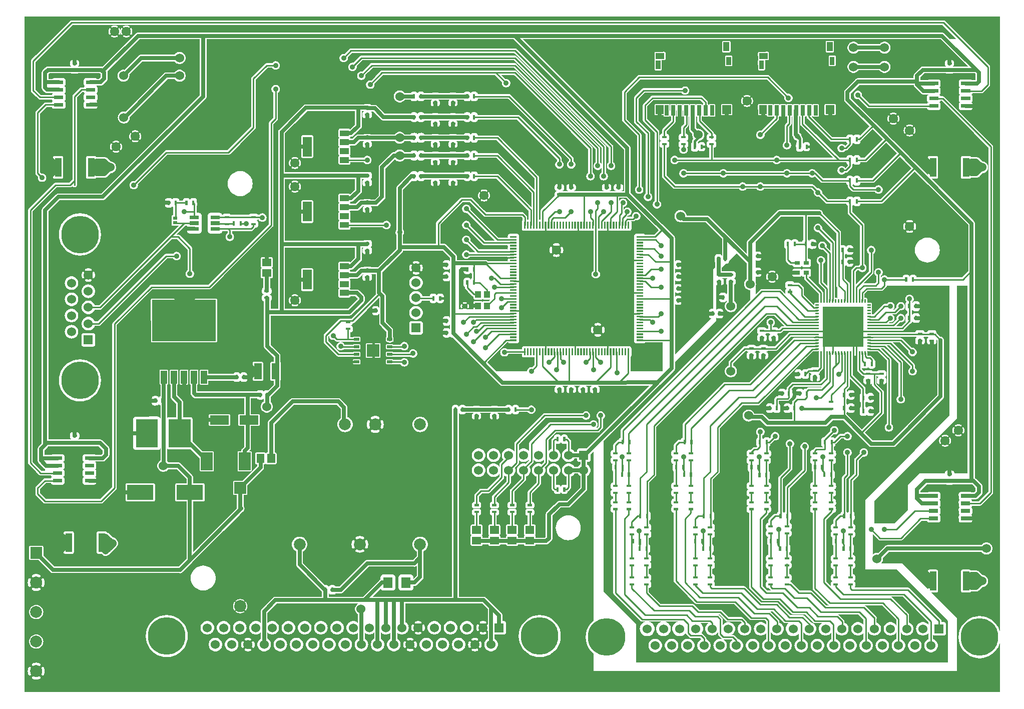
<source format=gbr>
G04 start of page 2 for group 0 idx 0 *
G04 Title: DAISI, top *
G04 Creator: pcb 20140316 *
G04 CreationDate: Thu 05 Jul 2018 06:59:21 PM GMT UTC *
G04 For: afonsop *
G04 Format: Gerber/RS-274X *
G04 PCB-Dimensions (mil): 6540.00 4540.00 *
G04 PCB-Coordinate-Origin: lower left *
%MOIN*%
%FSLAX25Y25*%
%LNTOP*%
%ADD47C,0.0512*%
%ADD46C,0.0380*%
%ADD45C,0.1250*%
%ADD44C,0.1260*%
%ADD43C,0.0350*%
%ADD42C,0.0200*%
%ADD41C,0.0360*%
%ADD40R,0.0236X0.0236*%
%ADD39R,0.0197X0.0197*%
%ADD38R,0.0177X0.0177*%
%ADD37R,0.2752X0.2752*%
%ADD36R,0.0591X0.0591*%
%ADD35R,0.0630X0.0630*%
%ADD34R,0.0787X0.0787*%
%ADD33R,0.0984X0.0984*%
%ADD32R,0.1450X0.1450*%
%ADD31R,0.0421X0.0421*%
%ADD30R,0.0600X0.0600*%
%ADD29R,0.0512X0.0512*%
%ADD28R,0.0512X0.0512*%
%ADD27R,0.0315X0.0315*%
%ADD26R,0.0394X0.0394*%
%ADD25R,0.0276X0.0276*%
%ADD24R,0.0256X0.0256*%
%ADD23R,0.0236X0.0236*%
%ADD22R,0.0433X0.0433*%
%ADD21R,0.0100X0.0100*%
%ADD20R,0.0140X0.0140*%
%ADD19R,0.0110X0.0110*%
%ADD18C,0.0787*%
%ADD17C,0.2500*%
%ADD16C,0.0600*%
%ADD15C,0.0179*%
%ADD14C,0.0400*%
%ADD13C,0.0100*%
%ADD12C,0.0250*%
%ADD11C,0.0001*%
G54D11*G36*
X357652Y173634D02*X356001Y173619D01*
X355757Y173560D01*
X355524Y173464D01*
X355310Y173333D01*
X355118Y173169D01*
X354955Y172978D01*
X354823Y172763D01*
X354727Y172531D01*
X354668Y172286D01*
X354654Y172035D01*
X354654Y171885D01*
X354632Y171876D01*
X354431Y171753D01*
X354430Y171753D01*
X354251Y171599D01*
X354213Y171555D01*
X353469Y170811D01*
X353424Y170773D01*
X353271Y170593D01*
X353148Y170392D01*
X353057Y170174D01*
X353002Y169944D01*
X353002Y169944D01*
X352984Y169709D01*
X352988Y169650D01*
Y164116D01*
X352439Y163888D01*
X351835Y163518D01*
X351296Y163058D01*
X350909Y162605D01*
Y169914D01*
X355936Y174941D01*
X383799D01*
X383858Y174936D01*
X384093Y174955D01*
X384094Y174955D01*
X384323Y175010D01*
X384541Y175100D01*
X384743Y175224D01*
X384922Y175377D01*
X384961Y175422D01*
X386846Y177307D01*
X386891Y177346D01*
X387044Y177525D01*
X387044Y177525D01*
X387167Y177726D01*
X387258Y177944D01*
X387313Y178174D01*
X387331Y178409D01*
X387327Y178468D01*
Y183919D01*
X387478Y184011D01*
X387813Y184297D01*
X388099Y184633D01*
X388329Y185008D01*
X388498Y185416D01*
X388601Y185844D01*
X388627Y186283D01*
X388601Y186723D01*
X388498Y187151D01*
X388329Y187559D01*
X388099Y187934D01*
X387813Y188269D01*
X387478Y188556D01*
X387102Y188786D01*
X386695Y188955D01*
X386266Y189058D01*
X385827Y189092D01*
X385387Y189058D01*
X384959Y188955D01*
X384552Y188786D01*
X384176Y188556D01*
X383841Y188269D01*
X383555Y187934D01*
X383324Y187559D01*
X383156Y187151D01*
X383053Y186723D01*
X383018Y186283D01*
X383053Y185844D01*
X383156Y185416D01*
X383324Y185008D01*
X383555Y184633D01*
X383841Y184297D01*
X384176Y184011D01*
X384327Y183919D01*
Y179031D01*
X383237Y177941D01*
X382288D01*
X382556Y178106D01*
X382892Y178392D01*
X383178Y178727D01*
X383408Y179103D01*
X383577Y179510D01*
X383680Y179939D01*
X383706Y180378D01*
X383680Y180817D01*
X383577Y181246D01*
X383408Y181653D01*
X383178Y182029D01*
X382892Y182364D01*
X382556Y182650D01*
X382181Y182880D01*
X381773Y183049D01*
X381345Y183152D01*
X380906Y183187D01*
X380466Y183152D01*
X380038Y183049D01*
X379630Y182880D01*
X379255Y182650D01*
X378920Y182364D01*
X378633Y182029D01*
X378541Y181878D01*
X352421D01*
X352362Y181883D01*
X352127Y181864D01*
X351897Y181809D01*
X351679Y181719D01*
X351478Y181595D01*
X351477Y181595D01*
X351298Y181442D01*
X351260Y181397D01*
X338548Y168685D01*
X338503Y168647D01*
X338350Y168467D01*
X338226Y168266D01*
X338136Y168048D01*
X338081Y167818D01*
X338081Y167818D01*
X338062Y167583D01*
X338067Y167524D01*
Y162605D01*
X337680Y163058D01*
X337141Y163518D01*
X336537Y163888D01*
X335883Y164159D01*
X335194Y164324D01*
X334570Y164374D01*
Y170307D01*
X349047Y184783D01*
X373620D01*
X373712Y184633D01*
X373998Y184297D01*
X374333Y184011D01*
X374709Y183781D01*
X375116Y183612D01*
X375545Y183509D01*
X375984Y183475D01*
X376424Y183509D01*
X376852Y183612D01*
X377259Y183781D01*
X377635Y184011D01*
X377970Y184297D01*
X378256Y184633D01*
X378487Y185008D01*
X378655Y185416D01*
X378758Y185844D01*
X378784Y186283D01*
X378758Y186723D01*
X378655Y187151D01*
X378487Y187559D01*
X378256Y187934D01*
X377970Y188269D01*
X377635Y188556D01*
X377259Y188786D01*
X376852Y188955D01*
X376424Y189058D01*
X375984Y189092D01*
X375545Y189058D01*
X375116Y188955D01*
X374709Y188786D01*
X374333Y188556D01*
X373998Y188269D01*
X373712Y187934D01*
X373620Y187783D01*
X348484D01*
X348425Y187788D01*
X348190Y187770D01*
X347960Y187714D01*
X347742Y187624D01*
X347541Y187501D01*
X347541Y187501D01*
X347361Y187347D01*
X347323Y187303D01*
X334570Y174550D01*
Y188720D01*
X337202D01*
X337295Y188570D01*
X337581Y188234D01*
X337916Y187948D01*
X338292Y187718D01*
X338699Y187549D01*
X339128Y187446D01*
X339567Y187412D01*
X340006Y187446D01*
X340435Y187549D01*
X340842Y187718D01*
X341218Y187948D01*
X341553Y188234D01*
X341839Y188570D01*
X342069Y188945D01*
X342238Y189353D01*
X342341Y189781D01*
X342367Y190220D01*
X342341Y190660D01*
X342238Y191088D01*
X342069Y191496D01*
X341839Y191871D01*
X341553Y192206D01*
X341218Y192493D01*
X340842Y192723D01*
X340435Y192892D01*
X340006Y192995D01*
X339567Y193029D01*
X339128Y192995D01*
X338699Y192892D01*
X338292Y192723D01*
X337916Y192493D01*
X337581Y192206D01*
X337295Y191871D01*
X337202Y191720D01*
X334570D01*
Y206019D01*
X356076D01*
X356196Y205969D01*
X355995Y205885D01*
X355767Y205746D01*
X355564Y205572D01*
X355391Y205369D01*
X355251Y205141D01*
X355149Y204894D01*
X355087Y204635D01*
X355071Y204369D01*
X355087Y202702D01*
X355149Y202443D01*
X355251Y202196D01*
X355391Y201968D01*
X355564Y201765D01*
X355767Y201591D01*
X355995Y201452D01*
X356242Y201350D01*
X356501Y201287D01*
X356768Y201272D01*
X360034Y201287D01*
X360294Y201350D01*
X360540Y201452D01*
X360768Y201591D01*
X360971Y201765D01*
X361145Y201968D01*
X361284Y202196D01*
X361386Y202443D01*
X361449Y202702D01*
X361465Y202969D01*
X361449Y204635D01*
X361386Y204894D01*
X361284Y205141D01*
X361145Y205369D01*
X360971Y205572D01*
X360768Y205746D01*
X360540Y205885D01*
X360339Y205969D01*
X360460Y206019D01*
X363950D01*
X364070Y205969D01*
X363869Y205885D01*
X363641Y205746D01*
X363438Y205572D01*
X363265Y205369D01*
X363125Y205141D01*
X363023Y204894D01*
X362961Y204635D01*
X362945Y204369D01*
X362961Y202702D01*
X363023Y202443D01*
X363125Y202196D01*
X363265Y201968D01*
X363438Y201765D01*
X363641Y201591D01*
X363869Y201452D01*
X364116Y201350D01*
X364375Y201287D01*
X364642Y201272D01*
X367908Y201287D01*
X368168Y201350D01*
X368414Y201452D01*
X368642Y201591D01*
X368845Y201765D01*
X369019Y201968D01*
X369158Y202196D01*
X369261Y202443D01*
X369323Y202702D01*
X369339Y202969D01*
X369323Y204635D01*
X369261Y204894D01*
X369158Y205141D01*
X369019Y205369D01*
X368845Y205572D01*
X368642Y205746D01*
X368414Y205885D01*
X368213Y205969D01*
X368334Y206019D01*
X371824D01*
X371944Y205969D01*
X371743Y205885D01*
X371515Y205746D01*
X371312Y205572D01*
X371139Y205369D01*
X370999Y205141D01*
X370897Y204894D01*
X370835Y204635D01*
X370819Y204369D01*
X370835Y202702D01*
X370897Y202443D01*
X370999Y202196D01*
X371139Y201968D01*
X371312Y201765D01*
X371515Y201591D01*
X371743Y201452D01*
X371990Y201350D01*
X372249Y201287D01*
X372516Y201272D01*
X375782Y201287D01*
X376042Y201350D01*
X376288Y201452D01*
X376516Y201591D01*
X376719Y201765D01*
X376893Y201968D01*
X377032Y202196D01*
X377135Y202443D01*
X377197Y202702D01*
X377213Y202969D01*
X377197Y204635D01*
X377135Y204894D01*
X377032Y205141D01*
X376893Y205369D01*
X376719Y205572D01*
X376516Y205746D01*
X376288Y205885D01*
X376087Y205969D01*
X376208Y206019D01*
X379698D01*
X379818Y205969D01*
X379617Y205885D01*
X379389Y205746D01*
X379186Y205572D01*
X379013Y205369D01*
X378873Y205141D01*
X378771Y204894D01*
X378709Y204635D01*
X378693Y204369D01*
X378709Y202702D01*
X378771Y202443D01*
X378873Y202196D01*
X379013Y201968D01*
X379186Y201765D01*
X379389Y201591D01*
X379617Y201452D01*
X379864Y201350D01*
X380124Y201287D01*
X380390Y201272D01*
X383656Y201287D01*
X383916Y201350D01*
X384162Y201452D01*
X384390Y201591D01*
X384593Y201765D01*
X384767Y201968D01*
X384906Y202196D01*
X385009Y202443D01*
X385071Y202702D01*
X385087Y202969D01*
X385071Y204635D01*
X385009Y204894D01*
X384906Y205141D01*
X384767Y205369D01*
X384593Y205572D01*
X384390Y205746D01*
X384162Y205885D01*
X383961Y205969D01*
X384102Y206027D01*
X418268Y206158D01*
X376473Y164364D01*
X371253Y164352D01*
X371023Y164297D01*
X370805Y164207D01*
X370604Y164083D01*
X370424Y163930D01*
X370271Y163751D01*
X370148Y163549D01*
X370057Y163331D01*
X370002Y163102D01*
X369988Y162866D01*
X369990Y162116D01*
X368387D01*
X368140Y162519D01*
X367680Y163058D01*
X367141Y163518D01*
X366537Y163888D01*
X365988Y164116D01*
Y169177D01*
X365993Y169236D01*
X365974Y169472D01*
X365919Y169701D01*
X365829Y169919D01*
X365705Y170121D01*
X365552Y170300D01*
X365507Y170338D01*
X364291Y171554D01*
X364253Y171599D01*
X364073Y171753D01*
X363872Y171876D01*
X363837Y171890D01*
X363836Y172286D01*
X363777Y172531D01*
X363681Y172763D01*
X363549Y172978D01*
X363386Y173169D01*
X363194Y173333D01*
X362980Y173464D01*
X362747Y173560D01*
X362503Y173619D01*
X362252Y173634D01*
X360601Y173619D01*
X360357Y173560D01*
X360124Y173464D01*
X359910Y173333D01*
X359718Y173169D01*
X359555Y172978D01*
X359423Y172763D01*
X359327Y172531D01*
X359268Y172286D01*
X359254Y172035D01*
X359268Y168785D01*
X359327Y168540D01*
X359423Y168308D01*
X359555Y168093D01*
X359718Y167902D01*
X359910Y167738D01*
X360124Y167607D01*
X360357Y167511D01*
X360601Y167452D01*
X360852Y167437D01*
X362503Y167452D01*
X362747Y167511D01*
X362980Y167607D01*
X362988Y167612D01*
Y164116D01*
X362439Y163888D01*
X361835Y163518D01*
X361296Y163058D01*
X360836Y162519D01*
X360466Y161915D01*
X360195Y161261D01*
X360030Y160572D01*
X359974Y159866D01*
X360030Y159160D01*
X360195Y158471D01*
X360466Y157817D01*
X360836Y157213D01*
X361296Y156674D01*
X361835Y156214D01*
X362439Y155844D01*
X363093Y155573D01*
X363782Y155408D01*
X364488Y155352D01*
X365194Y155408D01*
X365883Y155573D01*
X366537Y155844D01*
X367141Y156214D01*
X367680Y156674D01*
X368140Y157213D01*
X368387Y157616D01*
X369955D01*
X369094Y156756D01*
Y152116D01*
X368387D01*
X368140Y152519D01*
X367680Y153058D01*
X367141Y153518D01*
X366537Y153888D01*
X365883Y154159D01*
X365194Y154324D01*
X364488Y154380D01*
X363782Y154324D01*
X363093Y154159D01*
X362439Y153888D01*
X361835Y153518D01*
X361296Y153058D01*
X360836Y152519D01*
X360466Y151915D01*
X360195Y151261D01*
X360030Y150572D01*
X359974Y149866D01*
X360030Y149160D01*
X360195Y148471D01*
X360466Y147817D01*
X360836Y147213D01*
X361296Y146674D01*
X361835Y146214D01*
X362439Y145844D01*
X362988Y145617D01*
Y141008D01*
X355988D01*
Y145617D01*
X356537Y145844D01*
X357141Y146214D01*
X357680Y146674D01*
X358140Y147213D01*
X358510Y147817D01*
X358781Y148471D01*
X358946Y149160D01*
X358988Y149866D01*
X358946Y150572D01*
X358781Y151261D01*
X358510Y151915D01*
X358140Y152519D01*
X357680Y153058D01*
X357141Y153518D01*
X356537Y153888D01*
X355883Y154159D01*
X355194Y154324D01*
X354488Y154380D01*
X353782Y154324D01*
X353093Y154159D01*
X352439Y153888D01*
X351835Y153518D01*
X351296Y153058D01*
X350836Y152519D01*
X350466Y151915D01*
X350195Y151261D01*
X350030Y150572D01*
X349974Y149866D01*
X350030Y149160D01*
X350195Y148471D01*
X350466Y147817D01*
X350836Y147213D01*
X351296Y146674D01*
X351835Y146214D01*
X352439Y145844D01*
X352988Y145617D01*
Y141008D01*
X345993D01*
X345988Y141067D01*
Y145617D01*
X346537Y145844D01*
X347141Y146214D01*
X347680Y146674D01*
X348140Y147213D01*
X348510Y147817D01*
X348781Y148471D01*
X348946Y149160D01*
X348988Y149866D01*
X348946Y150572D01*
X348781Y151261D01*
X348554Y151810D01*
X350428Y153685D01*
X350473Y153723D01*
X350627Y153903D01*
X350627Y153903D01*
X350750Y154104D01*
X350840Y154322D01*
X350896Y154552D01*
X350914Y154787D01*
X350909Y154846D01*
Y157127D01*
X351296Y156674D01*
X351835Y156214D01*
X352439Y155844D01*
X353093Y155573D01*
X353782Y155408D01*
X354488Y155352D01*
X355194Y155408D01*
X355883Y155573D01*
X356537Y155844D01*
X357141Y156214D01*
X357680Y156674D01*
X358140Y157213D01*
X358510Y157817D01*
X358781Y158471D01*
X358946Y159160D01*
X358988Y159866D01*
X358946Y160572D01*
X358781Y161261D01*
X358510Y161915D01*
X358140Y162519D01*
X357680Y163058D01*
X357141Y163518D01*
X356537Y163888D01*
X355988Y164116D01*
Y167455D01*
X356001Y167452D01*
X356252Y167437D01*
X357903Y167452D01*
X358147Y167511D01*
X358380Y167607D01*
X358594Y167738D01*
X358786Y167902D01*
X358949Y168093D01*
X359081Y168308D01*
X359177Y168540D01*
X359236Y168785D01*
X359250Y169035D01*
X359236Y172286D01*
X359177Y172531D01*
X359081Y172763D01*
X358949Y172978D01*
X358786Y173169D01*
X358594Y173333D01*
X358380Y173464D01*
X358147Y173560D01*
X357903Y173619D01*
X357652Y173634D01*
G37*
G36*
X334570Y174550D02*X328705Y168685D01*
X328660Y168647D01*
X328507Y168467D01*
X328384Y168266D01*
X328293Y168048D01*
X328238Y167818D01*
X328238Y167818D01*
X328220Y167583D01*
X328224Y167524D01*
Y162382D01*
X328140Y162519D01*
X327680Y163058D01*
X327141Y163518D01*
X326537Y163888D01*
X325883Y164159D01*
X325194Y164324D01*
X324803Y164355D01*
Y187131D01*
X325422Y187137D01*
X325667Y187196D01*
X325900Y187292D01*
X326114Y187423D01*
X326305Y187587D01*
X326469Y187778D01*
X326600Y187993D01*
X326697Y188225D01*
X326755Y188470D01*
X326770Y188720D01*
X326755Y191971D01*
X326697Y192216D01*
X326600Y192448D01*
X326469Y192663D01*
X326305Y192854D01*
X326114Y193018D01*
X325900Y193149D01*
X325667Y193245D01*
X325422Y193304D01*
X325172Y193319D01*
X324803Y193316D01*
Y206019D01*
X334570D01*
Y191720D01*
X331356D01*
X331355Y191971D01*
X331297Y192216D01*
X331200Y192448D01*
X331069Y192663D01*
X330905Y192854D01*
X330714Y193018D01*
X330500Y193149D01*
X330267Y193245D01*
X330022Y193304D01*
X329772Y193319D01*
X328121Y193304D01*
X327876Y193245D01*
X327644Y193149D01*
X327429Y193018D01*
X327238Y192854D01*
X327075Y192663D01*
X326943Y192448D01*
X326847Y192216D01*
X326788Y191971D01*
X326773Y191720D01*
X326788Y188470D01*
X326847Y188225D01*
X326943Y187993D01*
X327075Y187778D01*
X327238Y187587D01*
X327429Y187423D01*
X327644Y187292D01*
X327876Y187196D01*
X328121Y187137D01*
X328372Y187122D01*
X330022Y187137D01*
X330267Y187196D01*
X330500Y187292D01*
X330714Y187423D01*
X330905Y187587D01*
X331069Y187778D01*
X331200Y187993D01*
X331297Y188225D01*
X331355Y188470D01*
X331370Y188720D01*
X334570D01*
Y174550D01*
G37*
G36*
Y164374D02*X334488Y164380D01*
X333782Y164324D01*
X333093Y164159D01*
X332439Y163888D01*
X331835Y163518D01*
X331296Y163058D01*
X331224Y162974D01*
Y166961D01*
X334570Y170307D01*
Y164374D01*
G37*
G36*
X269777Y422972D02*X328119D01*
X386295Y364796D01*
Y354004D01*
X386130Y354273D01*
X385844Y354608D01*
X385509Y354894D01*
X385358Y354987D01*
Y364374D01*
X385363Y364433D01*
X385344Y364668D01*
X385289Y364898D01*
X385199Y365116D01*
X385076Y365317D01*
X384922Y365497D01*
X384877Y365535D01*
X329842Y420570D01*
X329804Y420615D01*
X329625Y420768D01*
X329423Y420892D01*
X329205Y420982D01*
X328976Y421037D01*
X328975Y421037D01*
X328740Y421056D01*
X328681Y421051D01*
X269777D01*
Y422972D01*
G37*
G36*
X397638Y367157D02*X401293Y363501D01*
Y335840D01*
X399528D01*
X399389Y335873D01*
X399138Y335888D01*
X397638Y335881D01*
Y335898D01*
X399389Y335906D01*
X399633Y335965D01*
X399866Y336061D01*
X400080Y336193D01*
X400272Y336356D01*
X400435Y336547D01*
X400566Y336762D01*
X400663Y336994D01*
X400721Y337239D01*
X400736Y337490D01*
X400721Y339141D01*
X400663Y339385D01*
X400566Y339618D01*
X400435Y339832D01*
X400272Y340024D01*
X400080Y340187D01*
X399866Y340318D01*
X399633Y340415D01*
X399389Y340473D01*
X399138Y340488D01*
X397638Y340481D01*
Y367157D01*
G37*
G36*
X389764Y375031D02*X397638Y367157D01*
Y340481D01*
X395887Y340473D01*
X395642Y340415D01*
X395410Y340318D01*
X395195Y340187D01*
X395004Y340024D01*
X394841Y339832D01*
X394709Y339618D01*
X394613Y339385D01*
X394554Y339141D01*
X394539Y338890D01*
X394554Y337239D01*
X394613Y336994D01*
X394709Y336762D01*
X394841Y336547D01*
X395004Y336356D01*
X395195Y336193D01*
X395410Y336061D01*
X395642Y335965D01*
X395887Y335906D01*
X396138Y335891D01*
X397638Y335898D01*
Y335881D01*
X395887Y335873D01*
X395748Y335840D01*
X391654D01*
X391515Y335873D01*
X391264Y335888D01*
X389764Y335881D01*
Y335898D01*
X391515Y335906D01*
X391759Y335965D01*
X391992Y336061D01*
X392206Y336193D01*
X392398Y336356D01*
X392561Y336547D01*
X392692Y336762D01*
X392789Y336994D01*
X392847Y337239D01*
X392862Y337490D01*
X392847Y339141D01*
X392789Y339385D01*
X392692Y339618D01*
X392561Y339832D01*
X392398Y340024D01*
X392206Y340187D01*
X391992Y340318D01*
X391759Y340415D01*
X391515Y340473D01*
X391264Y340488D01*
X389764Y340481D01*
Y343731D01*
X389781Y343746D01*
X390068Y344081D01*
X390298Y344457D01*
X390466Y344864D01*
X390569Y345293D01*
X390595Y345732D01*
X390569Y346172D01*
X390466Y346600D01*
X390298Y347007D01*
X390068Y347383D01*
X389781Y347718D01*
X389764Y347733D01*
Y366249D01*
X391217Y364796D01*
Y354987D01*
X391066Y354894D01*
X390731Y354608D01*
X390444Y354273D01*
X390214Y353897D01*
X390045Y353490D01*
X389942Y353061D01*
X389908Y352622D01*
X389942Y352183D01*
X390045Y351754D01*
X390214Y351347D01*
X390444Y350971D01*
X390731Y350636D01*
X391066Y350350D01*
X391441Y350120D01*
X391849Y349951D01*
X392277Y349848D01*
X392717Y349813D01*
X393156Y349848D01*
X393584Y349951D01*
X393992Y350120D01*
X394367Y350350D01*
X394703Y350636D01*
X394989Y350971D01*
X395219Y351347D01*
X395388Y351754D01*
X395491Y352183D01*
X395517Y352622D01*
X395491Y353061D01*
X395388Y353490D01*
X395219Y353897D01*
X394989Y354273D01*
X394703Y354608D01*
X394367Y354894D01*
X394217Y354987D01*
Y365358D01*
X394221Y365417D01*
X394203Y365653D01*
X394148Y365882D01*
X394057Y366100D01*
X393934Y366302D01*
X393780Y366481D01*
X393736Y366520D01*
X389764Y370491D01*
Y375031D01*
G37*
G36*
Y347733D02*X389446Y348005D01*
X389295Y348097D01*
Y365358D01*
X389300Y365417D01*
X389281Y365653D01*
X389226Y365882D01*
X389136Y366100D01*
X389013Y366302D01*
X388859Y366481D01*
X388814Y366520D01*
X366142Y389192D01*
Y389871D01*
X389764Y366249D01*
Y347733D01*
G37*
G36*
Y335881D02*X388013Y335873D01*
X387874Y335840D01*
X368032D01*
X367893Y335873D01*
X367642Y335888D01*
X366142Y335881D01*
Y335898D01*
X367893Y335906D01*
X368137Y335965D01*
X368370Y336061D01*
X368584Y336193D01*
X368775Y336356D01*
X368939Y336547D01*
X369070Y336762D01*
X369167Y336994D01*
X369225Y337239D01*
X369240Y337490D01*
X369225Y339141D01*
X369167Y339385D01*
X369070Y339618D01*
X368939Y339832D01*
X368775Y340024D01*
X368584Y340187D01*
X368370Y340318D01*
X368137Y340415D01*
X367893Y340473D01*
X367642Y340488D01*
X366142Y340481D01*
Y350798D01*
X366581Y350832D01*
X367010Y350935D01*
X367417Y351104D01*
X367793Y351334D01*
X368128Y351620D01*
X368414Y351955D01*
X368644Y352331D01*
X368813Y352738D01*
X368916Y353167D01*
X368942Y353606D01*
X368916Y354046D01*
X368813Y354474D01*
X368644Y354881D01*
X368414Y355257D01*
X368128Y355592D01*
X367793Y355879D01*
X367642Y355971D01*
Y357485D01*
X367646Y357543D01*
X367628Y357778D01*
X367628Y357779D01*
X367573Y358008D01*
X367482Y358226D01*
X367359Y358428D01*
X367206Y358607D01*
X367161Y358646D01*
X366142Y359665D01*
Y375107D01*
X377437Y363812D01*
Y348097D01*
X377286Y348005D01*
X376951Y347718D01*
X376665Y347383D01*
X376434Y347007D01*
X376266Y346600D01*
X376163Y346172D01*
X376128Y345732D01*
X376163Y345293D01*
X376266Y344864D01*
X376434Y344457D01*
X376665Y344081D01*
X376951Y343746D01*
X377286Y343460D01*
X377662Y343230D01*
X378069Y343061D01*
X378498Y342958D01*
X378937Y342924D01*
X379376Y342958D01*
X379805Y343061D01*
X380212Y343230D01*
X380588Y343460D01*
X380923Y343746D01*
X381209Y344081D01*
X381440Y344457D01*
X381608Y344864D01*
X381711Y345293D01*
X381737Y345732D01*
X381711Y346172D01*
X381608Y346600D01*
X381440Y347007D01*
X381209Y347383D01*
X380923Y347718D01*
X380588Y348005D01*
X380437Y348097D01*
Y364374D01*
X380442Y364433D01*
X380423Y364668D01*
X380423Y364668D01*
X380368Y364898D01*
X380278Y365116D01*
X380154Y365317D01*
X380001Y365497D01*
X379956Y365535D01*
X366142Y379350D01*
Y380028D01*
X382358Y363812D01*
Y354987D01*
X382207Y354894D01*
X381872Y354608D01*
X381586Y354273D01*
X381356Y353897D01*
X381187Y353490D01*
X381084Y353061D01*
X381050Y352622D01*
X381084Y352183D01*
X381187Y351754D01*
X381356Y351347D01*
X381586Y350971D01*
X381872Y350636D01*
X382207Y350350D01*
X382583Y350120D01*
X382990Y349951D01*
X383419Y349848D01*
X383858Y349813D01*
X384298Y349848D01*
X384726Y349951D01*
X385133Y350120D01*
X385509Y350350D01*
X385844Y350636D01*
X386130Y350971D01*
X386295Y351240D01*
Y348097D01*
X386144Y348005D01*
X385809Y347718D01*
X385523Y347383D01*
X385293Y347007D01*
X385124Y346600D01*
X385021Y346172D01*
X384987Y345732D01*
X385021Y345293D01*
X385124Y344864D01*
X385293Y344457D01*
X385523Y344081D01*
X385809Y343746D01*
X386144Y343460D01*
X386520Y343230D01*
X386927Y343061D01*
X387356Y342958D01*
X387795Y342924D01*
X388235Y342958D01*
X388663Y343061D01*
X389070Y343230D01*
X389446Y343460D01*
X389764Y343731D01*
Y340481D01*
X388013Y340473D01*
X387768Y340415D01*
X387536Y340318D01*
X387321Y340187D01*
X387130Y340024D01*
X386967Y339832D01*
X386835Y339618D01*
X386739Y339385D01*
X386680Y339141D01*
X386665Y338890D01*
X386680Y337239D01*
X386739Y336994D01*
X386835Y336762D01*
X386967Y336547D01*
X387130Y336356D01*
X387321Y336193D01*
X387536Y336061D01*
X387768Y335965D01*
X388013Y335906D01*
X388264Y335891D01*
X389764Y335898D01*
Y335881D01*
G37*
G36*
X366142Y398653D02*X389764Y375031D01*
Y370491D01*
X366142Y394113D01*
Y398653D01*
G37*
G36*
Y389192D02*X358268Y397066D01*
Y397745D01*
X366142Y389871D01*
Y389192D01*
G37*
G36*
Y379350D02*X358268Y387224D01*
Y387902D01*
X366142Y380028D01*
Y379350D01*
G37*
G36*
Y359665D02*X358268Y367539D01*
Y382981D01*
X366142Y375107D01*
Y359665D01*
G37*
G36*
Y335881D02*X364391Y335873D01*
X364252Y335840D01*
X360158D01*
X360019Y335873D01*
X359768Y335888D01*
X358268Y335881D01*
Y335898D01*
X360019Y335906D01*
X360263Y335965D01*
X360496Y336061D01*
X360710Y336193D01*
X360901Y336356D01*
X361065Y336547D01*
X361196Y336762D01*
X361293Y336994D01*
X361351Y337239D01*
X361366Y337490D01*
X361351Y339141D01*
X361293Y339385D01*
X361196Y339618D01*
X361065Y339832D01*
X360901Y340024D01*
X360710Y340187D01*
X360496Y340318D01*
X360263Y340415D01*
X360019Y340473D01*
X359768Y340488D01*
X358268Y340481D01*
Y350798D01*
X358707Y350832D01*
X359136Y350935D01*
X359543Y351104D01*
X359919Y351334D01*
X360254Y351620D01*
X360540Y351955D01*
X360770Y352331D01*
X360939Y352738D01*
X361042Y353167D01*
X361068Y353606D01*
X361042Y354046D01*
X360939Y354474D01*
X360770Y354881D01*
X360540Y355257D01*
X360254Y355592D01*
X359919Y355879D01*
X359768Y355971D01*
Y357485D01*
X359772Y357543D01*
X359754Y357778D01*
X359754Y357779D01*
X359699Y358008D01*
X359608Y358226D01*
X359485Y358428D01*
X359332Y358607D01*
X359287Y358646D01*
X358268Y359665D01*
Y363296D01*
X364642Y356922D01*
Y355971D01*
X364491Y355879D01*
X364156Y355592D01*
X363870Y355257D01*
X363639Y354881D01*
X363471Y354474D01*
X363368Y354046D01*
X363333Y353606D01*
X363368Y353167D01*
X363471Y352738D01*
X363639Y352331D01*
X363870Y351955D01*
X364156Y351620D01*
X364491Y351334D01*
X364867Y351104D01*
X365274Y350935D01*
X365702Y350832D01*
X366142Y350798D01*
Y340481D01*
X364391Y340473D01*
X364146Y340415D01*
X363914Y340318D01*
X363699Y340187D01*
X363508Y340024D01*
X363345Y339832D01*
X363213Y339618D01*
X363117Y339385D01*
X363058Y339141D01*
X363043Y338890D01*
X363058Y337239D01*
X363117Y336994D01*
X363213Y336762D01*
X363345Y336547D01*
X363508Y336356D01*
X363699Y336193D01*
X363914Y336061D01*
X364146Y335965D01*
X364391Y335906D01*
X364642Y335891D01*
X366142Y335898D01*
Y335881D01*
G37*
G36*
X358268Y406527D02*X366142Y398653D01*
Y394113D01*
X358268Y401987D01*
Y406527D01*
G37*
G36*
Y397066D02*X329842Y425492D01*
X329804Y425536D01*
X329625Y425690D01*
X329423Y425813D01*
X329205Y425903D01*
X328976Y425959D01*
X328740Y425977D01*
X328681Y425972D01*
X269777D01*
Y427894D01*
X328119D01*
X358268Y397745D01*
Y397066D01*
G37*
G36*
Y387224D02*X329842Y415649D01*
X329804Y415694D01*
X329625Y415847D01*
X329423Y415971D01*
X329205Y416061D01*
X328976Y416116D01*
X328740Y416135D01*
X328681Y416130D01*
X316004D01*
X315945Y416135D01*
X315886Y416130D01*
X269777D01*
Y418051D01*
X328119D01*
X358268Y387902D01*
Y387224D01*
G37*
G36*
Y367539D02*X325905Y399901D01*
X325867Y399946D01*
X325688Y400099D01*
X325486Y400223D01*
X325268Y400313D01*
X325039Y400368D01*
X325038Y400368D01*
X324803Y400387D01*
X324744Y400382D01*
X303895D01*
X303894Y400648D01*
X303831Y400908D01*
X303729Y401155D01*
X303590Y401382D01*
X303416Y401585D01*
X303213Y401759D01*
X302985Y401898D01*
X302739Y402001D01*
X302479Y402063D01*
X302213Y402079D01*
X300546Y402063D01*
X300287Y402001D01*
X300040Y401898D01*
X299812Y401759D01*
X299609Y401585D01*
X299436Y401382D01*
X299296Y401155D01*
X299213Y400953D01*
X299129Y401155D01*
X298990Y401382D01*
X298816Y401585D01*
X298613Y401759D01*
X298385Y401898D01*
X298139Y402001D01*
X297879Y402063D01*
X297613Y402079D01*
X295946Y402063D01*
X295687Y402001D01*
X295440Y401898D01*
X295212Y401759D01*
X295009Y401585D01*
X294836Y401382D01*
X294696Y401155D01*
X294687Y401132D01*
X289784D01*
X289585Y401254D01*
X289367Y401344D01*
X289137Y401399D01*
X288902Y401413D01*
X285666Y401399D01*
X285437Y401344D01*
X285218Y401254D01*
X285019Y401132D01*
X277973D01*
X277774Y401254D01*
X277556Y401344D01*
X277326Y401399D01*
X277091Y401413D01*
X273855Y401399D01*
X273626Y401344D01*
X273407Y401254D01*
X273208Y401132D01*
X269777D01*
Y413130D01*
X315324D01*
X320102Y408352D01*
X320061Y408180D01*
X320026Y407740D01*
X320061Y407301D01*
X320163Y406872D01*
X320332Y406465D01*
X320562Y406089D01*
X320849Y405754D01*
X321184Y405468D01*
X321560Y405238D01*
X321967Y405069D01*
X322395Y404966D01*
X322835Y404932D01*
X323274Y404966D01*
X323703Y405069D01*
X324110Y405238D01*
X324486Y405468D01*
X324821Y405754D01*
X325107Y406089D01*
X325337Y406465D01*
X325506Y406872D01*
X325609Y407301D01*
X325635Y407740D01*
X325609Y408180D01*
X325506Y408608D01*
X325337Y409015D01*
X325107Y409391D01*
X324821Y409726D01*
X324486Y410012D01*
X324110Y410243D01*
X323703Y410411D01*
X323274Y410514D01*
X322835Y410549D01*
X322395Y410514D01*
X322223Y410473D01*
X319566Y413130D01*
X328119D01*
X358268Y382981D01*
Y367539D01*
G37*
G36*
Y359665D02*X331811Y386121D01*
X331773Y386166D01*
X331593Y386320D01*
X331392Y386443D01*
X331174Y386533D01*
X330944Y386588D01*
X330709Y386607D01*
X330650Y386602D01*
X303895D01*
X303894Y386869D01*
X303831Y387128D01*
X303729Y387375D01*
X303590Y387603D01*
X303416Y387806D01*
X303213Y387979D01*
X302985Y388119D01*
X302739Y388221D01*
X302479Y388283D01*
X302213Y388299D01*
X300546Y388283D01*
X300287Y388221D01*
X300040Y388119D01*
X299812Y387979D01*
X299609Y387806D01*
X299436Y387603D01*
X299296Y387375D01*
X299213Y387174D01*
X299129Y387375D01*
X298990Y387603D01*
X298816Y387806D01*
X298613Y387979D01*
X298385Y388119D01*
X298139Y388221D01*
X297879Y388283D01*
X297613Y388299D01*
X295946Y388283D01*
X295687Y388221D01*
X295440Y388119D01*
X295212Y387979D01*
X295009Y387806D01*
X294836Y387603D01*
X294696Y387375D01*
X294687Y387352D01*
X289784D01*
X289585Y387474D01*
X289367Y387565D01*
X289137Y387620D01*
X288902Y387634D01*
X285666Y387620D01*
X285437Y387565D01*
X285218Y387474D01*
X285019Y387352D01*
X277973D01*
X277774Y387474D01*
X277556Y387565D01*
X277326Y387620D01*
X277091Y387634D01*
X273855Y387620D01*
X273626Y387565D01*
X273407Y387474D01*
X273208Y387352D01*
X269777D01*
Y396632D01*
X273371D01*
X273206Y396531D01*
X273027Y396377D01*
X272873Y396198D01*
X272750Y395996D01*
X272660Y395778D01*
X272604Y395549D01*
X272591Y395313D01*
X272604Y393678D01*
X272660Y393448D01*
X272750Y393230D01*
X272873Y393029D01*
X273027Y392849D01*
X273206Y392696D01*
X273407Y392573D01*
X273626Y392482D01*
X273855Y392427D01*
X274091Y392413D01*
X277326Y392427D01*
X277556Y392482D01*
X277774Y392573D01*
X277975Y392696D01*
X278154Y392849D01*
X278308Y393029D01*
X278431Y393230D01*
X278522Y393448D01*
X278577Y393678D01*
X278591Y393913D01*
X278577Y395549D01*
X278522Y395778D01*
X278431Y395996D01*
X278308Y396198D01*
X278154Y396377D01*
X277975Y396531D01*
X277810Y396632D01*
X285182D01*
X285017Y396531D01*
X284838Y396377D01*
X284684Y396198D01*
X284561Y395996D01*
X284471Y395778D01*
X284415Y395549D01*
X284402Y395313D01*
X284415Y393678D01*
X284471Y393448D01*
X284561Y393230D01*
X284684Y393029D01*
X284838Y392849D01*
X285017Y392696D01*
X285218Y392573D01*
X285437Y392482D01*
X285666Y392427D01*
X285902Y392413D01*
X289137Y392427D01*
X289367Y392482D01*
X289585Y392573D01*
X289786Y392696D01*
X289966Y392849D01*
X290119Y393029D01*
X290242Y393230D01*
X290333Y393448D01*
X290388Y393678D01*
X290402Y393913D01*
X290388Y395549D01*
X290333Y395778D01*
X290242Y395996D01*
X290119Y396198D01*
X289966Y396377D01*
X289786Y396531D01*
X289621Y396632D01*
X294687D01*
X294696Y396609D01*
X294836Y396381D01*
X295009Y396178D01*
X295212Y396005D01*
X295440Y395865D01*
X295687Y395763D01*
X295946Y395701D01*
X296213Y395685D01*
X297879Y395701D01*
X298139Y395763D01*
X298385Y395865D01*
X298613Y396005D01*
X298816Y396178D01*
X298990Y396381D01*
X299129Y396609D01*
X299213Y396811D01*
X299296Y396609D01*
X299436Y396381D01*
X299609Y396178D01*
X299812Y396005D01*
X300040Y395865D01*
X300287Y395763D01*
X300546Y395701D01*
X300813Y395685D01*
X302479Y395701D01*
X302739Y395763D01*
X302985Y395865D01*
X303213Y396005D01*
X303416Y396178D01*
X303590Y396381D01*
X303729Y396609D01*
X303831Y396856D01*
X303894Y397116D01*
X303909Y397382D01*
X324182D01*
X358268Y363296D01*
Y359665D01*
G37*
G36*
Y335881D02*X356517Y335873D01*
X356272Y335815D01*
X356040Y335718D01*
X355825Y335587D01*
X355634Y335424D01*
X355471Y335232D01*
X355339Y335018D01*
X355243Y334785D01*
X355184Y334541D01*
X355169Y334290D01*
X355184Y332639D01*
X355186Y332630D01*
X346099Y323542D01*
X346054Y323504D01*
X345900Y323324D01*
X345777Y323123D01*
X345687Y322905D01*
X345632Y322675D01*
X345632Y322675D01*
X345613Y322440D01*
X345618Y322381D01*
Y316775D01*
X344681Y316765D01*
Y345012D01*
X344686Y345071D01*
X344667Y345306D01*
X344667Y345306D01*
X344612Y345536D01*
X344522Y345754D01*
X344398Y345955D01*
X344245Y346135D01*
X344200Y346173D01*
X342104Y348269D01*
X342103Y348271D01*
X318031Y372342D01*
X317993Y372387D01*
X317814Y372540D01*
X317612Y372663D01*
X317394Y372754D01*
X317165Y372809D01*
X317164Y372809D01*
X316929Y372827D01*
X316870Y372823D01*
X303895D01*
X303894Y373089D01*
X303831Y373349D01*
X303729Y373596D01*
X303590Y373823D01*
X303416Y374026D01*
X303213Y374200D01*
X302985Y374339D01*
X302739Y374442D01*
X302479Y374504D01*
X302213Y374520D01*
X300546Y374504D01*
X300287Y374442D01*
X300040Y374339D01*
X299812Y374200D01*
X299609Y374026D01*
X299436Y373823D01*
X299296Y373596D01*
X299213Y373394D01*
X299129Y373596D01*
X298990Y373823D01*
X298816Y374026D01*
X298613Y374200D01*
X298385Y374339D01*
X298139Y374442D01*
X297879Y374504D01*
X297613Y374520D01*
X295946Y374504D01*
X295687Y374442D01*
X295440Y374339D01*
X295212Y374200D01*
X295009Y374026D01*
X294836Y373823D01*
X294696Y373596D01*
X294687Y373573D01*
X289784D01*
X289585Y373695D01*
X289367Y373785D01*
X289137Y373840D01*
X288902Y373854D01*
X285666Y373840D01*
X285437Y373785D01*
X285218Y373695D01*
X285019Y373573D01*
X277973D01*
X277774Y373695D01*
X277556Y373785D01*
X277326Y373840D01*
X277091Y373854D01*
X273855Y373840D01*
X273626Y373785D01*
X273407Y373695D01*
X273208Y373573D01*
X269777D01*
Y382852D01*
X273371D01*
X273206Y382751D01*
X273027Y382598D01*
X272873Y382418D01*
X272750Y382217D01*
X272660Y381999D01*
X272604Y381769D01*
X272591Y381534D01*
X272604Y379898D01*
X272660Y379669D01*
X272750Y379451D01*
X272873Y379249D01*
X273027Y379070D01*
X273206Y378917D01*
X273407Y378793D01*
X273626Y378703D01*
X273855Y378648D01*
X274091Y378634D01*
X277326Y378648D01*
X277556Y378703D01*
X277774Y378793D01*
X277975Y378917D01*
X278154Y379070D01*
X278308Y379249D01*
X278431Y379451D01*
X278522Y379669D01*
X278577Y379898D01*
X278591Y380134D01*
X278577Y381769D01*
X278522Y381999D01*
X278431Y382217D01*
X278308Y382418D01*
X278154Y382598D01*
X277975Y382751D01*
X277810Y382852D01*
X285182D01*
X285017Y382751D01*
X284838Y382598D01*
X284684Y382418D01*
X284561Y382217D01*
X284471Y381999D01*
X284415Y381769D01*
X284402Y381534D01*
X284415Y379898D01*
X284471Y379669D01*
X284561Y379451D01*
X284684Y379249D01*
X284838Y379070D01*
X285017Y378917D01*
X285218Y378793D01*
X285437Y378703D01*
X285666Y378648D01*
X285902Y378634D01*
X289137Y378648D01*
X289367Y378703D01*
X289585Y378793D01*
X289786Y378917D01*
X289966Y379070D01*
X290119Y379249D01*
X290242Y379451D01*
X290333Y379669D01*
X290388Y379898D01*
X290402Y380134D01*
X290388Y381769D01*
X290333Y381999D01*
X290242Y382217D01*
X290119Y382418D01*
X289966Y382598D01*
X289786Y382751D01*
X289621Y382852D01*
X294687D01*
X294696Y382830D01*
X294836Y382602D01*
X295009Y382399D01*
X295212Y382225D01*
X295440Y382086D01*
X295687Y381984D01*
X295946Y381921D01*
X296213Y381906D01*
X297879Y381921D01*
X298139Y381984D01*
X298385Y382086D01*
X298613Y382225D01*
X298816Y382399D01*
X298990Y382602D01*
X299129Y382830D01*
X299213Y383031D01*
X299296Y382830D01*
X299436Y382602D01*
X299609Y382399D01*
X299812Y382225D01*
X300040Y382086D01*
X300287Y381984D01*
X300546Y381921D01*
X300813Y381906D01*
X302479Y381921D01*
X302739Y381984D01*
X302985Y382086D01*
X303213Y382225D01*
X303416Y382399D01*
X303590Y382602D01*
X303729Y382830D01*
X303831Y383076D01*
X303894Y383336D01*
X303909Y383602D01*
Y383602D01*
X330087D01*
X356768Y356922D01*
Y355971D01*
X356617Y355879D01*
X356282Y355592D01*
X355995Y355257D01*
X355765Y354881D01*
X355597Y354474D01*
X355494Y354046D01*
X355459Y353606D01*
X355494Y353167D01*
X355597Y352738D01*
X355765Y352331D01*
X355995Y351955D01*
X356282Y351620D01*
X356617Y351334D01*
X356993Y351104D01*
X357400Y350935D01*
X357828Y350832D01*
X358268Y350798D01*
Y340481D01*
X356517Y340473D01*
X356272Y340415D01*
X356040Y340318D01*
X355825Y340187D01*
X355634Y340024D01*
X355471Y339832D01*
X355339Y339618D01*
X355243Y339385D01*
X355184Y339141D01*
X355169Y338890D01*
X355184Y337239D01*
X355243Y336994D01*
X355339Y336762D01*
X355471Y336547D01*
X355634Y336356D01*
X355825Y336193D01*
X356040Y336061D01*
X356272Y335965D01*
X356517Y335906D01*
X356768Y335891D01*
X358268Y335898D01*
Y335881D01*
G37*
G36*
X269777Y436986D02*X327808D01*
X358268Y406527D01*
Y401987D01*
X329842Y430413D01*
X329804Y430458D01*
X329625Y430611D01*
X329423Y430734D01*
X329205Y430825D01*
X328976Y430880D01*
X328975Y430880D01*
X328740Y430898D01*
X328681Y430894D01*
X269777D01*
Y436986D01*
G37*
G36*
X634726Y414348D02*X634895D01*
X635545Y413698D01*
Y409711D01*
X634726D01*
Y414348D01*
G37*
G36*
Y138926D02*X635545Y138107D01*
Y136034D01*
X634726Y135215D01*
Y138926D01*
G37*
G36*
Y25073D02*X635967Y24775D01*
X638164Y24602D01*
X640361Y24775D01*
X642503Y25290D01*
X644539Y26133D01*
X646418Y27285D01*
X648094Y28716D01*
X649525Y30391D01*
X650676Y32270D01*
X651520Y34306D01*
X651575Y34536D01*
Y16008D01*
X634726D01*
Y25073D01*
G37*
G36*
Y452031D02*X651575D01*
Y42755D01*
X651520Y42985D01*
X650676Y45021D01*
X649525Y46900D01*
X648094Y48576D01*
X646418Y50007D01*
X644539Y51158D01*
X642503Y52002D01*
X640361Y52516D01*
X638164Y52689D01*
X635967Y52516D01*
X634726Y52218D01*
Y69110D01*
X635709D01*
X635827Y69101D01*
X636297Y69138D01*
X636298Y69138D01*
X636757Y69248D01*
X637193Y69429D01*
X637596Y69676D01*
X637955Y69982D01*
X638031Y70072D01*
X640014Y72055D01*
X640391Y72084D01*
X641004Y72231D01*
X641585Y72472D01*
X642122Y72801D01*
X642601Y73210D01*
X643010Y73689D01*
X643339Y74226D01*
X643580Y74807D01*
X643727Y75420D01*
X643764Y76047D01*
X643727Y76675D01*
X643580Y77287D01*
X643339Y77869D01*
X643010Y78406D01*
X642601Y78884D01*
X642122Y79293D01*
X641585Y79622D01*
X641004Y79863D01*
X640391Y80010D01*
X640014Y80040D01*
X638031Y82022D01*
X637955Y82112D01*
X637596Y82419D01*
X637193Y82666D01*
X636757Y82846D01*
X636298Y82956D01*
X635827Y82994D01*
X635709Y82984D01*
X634726D01*
Y95451D01*
X639404D01*
X639470Y95342D01*
X639879Y94864D01*
X640358Y94455D01*
X640895Y94126D01*
X641477Y93885D01*
X642089Y93738D01*
X642717Y93688D01*
X643344Y93738D01*
X643956Y93885D01*
X644538Y94126D01*
X645075Y94455D01*
X645554Y94864D01*
X645963Y95342D01*
X646292Y95879D01*
X646532Y96461D01*
X646679Y97073D01*
X646717Y97701D01*
X646679Y98328D01*
X646532Y98941D01*
X646292Y99522D01*
X645963Y100059D01*
X645554Y100538D01*
X645075Y100947D01*
X644538Y101276D01*
X643956Y101517D01*
X643344Y101664D01*
X642717Y101713D01*
X642089Y101664D01*
X641477Y101517D01*
X640895Y101276D01*
X640358Y100947D01*
X639879Y100538D01*
X639470Y100059D01*
X639404Y99951D01*
X634726D01*
Y126260D01*
X638268D01*
X638327Y126255D01*
X638562Y126274D01*
X638562Y126274D01*
X638792Y126329D01*
X639010Y126419D01*
X639211Y126543D01*
X639391Y126696D01*
X639429Y126741D01*
X646688Y134000D01*
X646733Y134038D01*
X646886Y134218D01*
X646887Y134218D01*
X647010Y134419D01*
X647100Y134637D01*
X647155Y134867D01*
X647174Y135102D01*
X647169Y135161D01*
Y365358D01*
X647174Y365417D01*
X647155Y365653D01*
X647100Y365882D01*
X647010Y366100D01*
X646887Y366302D01*
X646733Y366481D01*
X646688Y366520D01*
X634726Y378482D01*
Y400961D01*
X639347D01*
X639406Y400956D01*
X639640Y400974D01*
X639641Y400975D01*
X639870Y401030D01*
X640089Y401120D01*
X640290Y401243D01*
X640469Y401397D01*
X640508Y401442D01*
X644720Y405654D01*
X644765Y405692D01*
X644918Y405871D01*
X644918Y405872D01*
X645041Y406073D01*
X645132Y406291D01*
X645187Y406521D01*
X645205Y406756D01*
X645201Y406815D01*
Y418508D01*
X645205Y418567D01*
X645187Y418802D01*
X645132Y419032D01*
X645041Y419250D01*
X644918Y419451D01*
X644765Y419631D01*
X644720Y419669D01*
X634726Y429663D01*
Y452031D01*
G37*
G36*
Y378482D02*X614728Y398480D01*
X614690Y398525D01*
X614510Y398678D01*
X614309Y398801D01*
X614091Y398892D01*
X613861Y398947D01*
X613626Y398965D01*
X613567Y398961D01*
X612123D01*
X612090Y399099D01*
X612001Y399314D01*
X611879Y399512D01*
X611728Y399689D01*
X611552Y399840D01*
X611355Y399961D01*
X611552Y400081D01*
X611728Y400232D01*
X611879Y400409D01*
X612001Y400607D01*
X612090Y400822D01*
X612144Y401048D01*
X612158Y401280D01*
X612144Y403873D01*
X612090Y404099D01*
X612001Y404314D01*
X611879Y404512D01*
X611728Y404689D01*
X611552Y404840D01*
X611355Y404961D01*
X611552Y405081D01*
X611728Y405232D01*
X611879Y405409D01*
X612001Y405607D01*
X612090Y405822D01*
X612144Y406048D01*
X612158Y406280D01*
X612144Y408873D01*
X612090Y409099D01*
X612001Y409314D01*
X611879Y409512D01*
X611728Y409689D01*
X611552Y409840D01*
X611354Y409961D01*
X611139Y410050D01*
X610913Y410104D01*
X610681Y410118D01*
X604347Y410104D01*
X604121Y410050D01*
X603907Y409961D01*
X603708Y409840D01*
X603557Y409711D01*
X598707D01*
Y411729D01*
X601326Y414348D01*
X615728D01*
X615927Y414226D01*
X616145Y414136D01*
X616375Y414081D01*
X616610Y414067D01*
X619846Y414081D01*
X620075Y414136D01*
X620293Y414226D01*
X620493Y414348D01*
X634726D01*
Y409711D01*
X632963D01*
X632812Y409840D01*
X632613Y409961D01*
X632399Y410050D01*
X632173Y410104D01*
X631941Y410118D01*
X625607Y410104D01*
X625381Y410050D01*
X625166Y409961D01*
X624968Y409840D01*
X624792Y409689D01*
X624641Y409512D01*
X624519Y409314D01*
X624430Y409099D01*
X624376Y408873D01*
X624362Y408642D01*
X624376Y406048D01*
X624430Y405822D01*
X624519Y405607D01*
X624641Y405409D01*
X624792Y405232D01*
X624968Y405081D01*
X625165Y404961D01*
X624968Y404840D01*
X624792Y404689D01*
X624641Y404512D01*
X624519Y404314D01*
X624430Y404099D01*
X624376Y403873D01*
X624362Y403642D01*
X624376Y401048D01*
X624430Y400822D01*
X624519Y400607D01*
X624641Y400409D01*
X624792Y400232D01*
X624968Y400081D01*
X625165Y399961D01*
X624968Y399840D01*
X624792Y399689D01*
X624641Y399512D01*
X624519Y399314D01*
X624430Y399099D01*
X624376Y398873D01*
X624362Y398642D01*
X624376Y396048D01*
X624430Y395822D01*
X624519Y395607D01*
X624641Y395409D01*
X624792Y395232D01*
X624968Y395081D01*
X625165Y394961D01*
X624968Y394840D01*
X624792Y394689D01*
X624641Y394512D01*
X624519Y394314D01*
X624430Y394099D01*
X624376Y393873D01*
X624362Y393642D01*
X624376Y391048D01*
X624430Y390822D01*
X624519Y390607D01*
X624641Y390409D01*
X624792Y390232D01*
X624968Y390081D01*
X625166Y389960D01*
X625381Y389871D01*
X625607Y389817D01*
X625839Y389803D01*
X632173Y389817D01*
X632399Y389871D01*
X632613Y389960D01*
X632812Y390081D01*
X632988Y390232D01*
X633139Y390409D01*
X633261Y390607D01*
X633350Y390822D01*
X633404Y391048D01*
X633417Y391280D01*
X633404Y393873D01*
X633350Y394099D01*
X633261Y394314D01*
X633139Y394512D01*
X632988Y394689D01*
X632812Y394840D01*
X632614Y394961D01*
X632812Y395081D01*
X632988Y395232D01*
X633139Y395409D01*
X633261Y395607D01*
X633350Y395822D01*
X633404Y396048D01*
X633417Y396280D01*
X633404Y398873D01*
X633350Y399099D01*
X633261Y399314D01*
X633139Y399512D01*
X632988Y399689D01*
X632812Y399840D01*
X632614Y399961D01*
X632812Y400081D01*
X632988Y400232D01*
X633139Y400409D01*
X633261Y400607D01*
X633350Y400822D01*
X633383Y400961D01*
X634726D01*
Y378482D01*
G37*
G36*
Y99951D02*X576860D01*
X576772Y99958D01*
X576419Y99930D01*
X576074Y99847D01*
X575747Y99712D01*
X575445Y99527D01*
X575445Y99527D01*
X575176Y99297D01*
X575118Y99229D01*
X570633Y94744D01*
X570510Y94774D01*
X569882Y94823D01*
X569254Y94774D01*
X568642Y94627D01*
X568060Y94386D01*
X567523Y94057D01*
X567045Y93648D01*
X566929Y93513D01*
Y107390D01*
X570748Y103571D01*
X570786Y103527D01*
X570966Y103373D01*
X571167Y103250D01*
X571385Y103160D01*
X571615Y103104D01*
X571850Y103086D01*
X571909Y103091D01*
X585571D01*
X585630Y103086D01*
X585865Y103104D01*
X585865Y103104D01*
X586095Y103160D01*
X586313Y103250D01*
X586514Y103373D01*
X586694Y103527D01*
X586732Y103572D01*
X599421Y116260D01*
X602987D01*
X603021Y116121D01*
X603110Y115906D01*
X603231Y115708D01*
X603382Y115532D01*
X603559Y115381D01*
X603757Y115259D01*
X603971Y115170D01*
X604197Y115116D01*
X604429Y115102D01*
X610763Y115116D01*
X610989Y115170D01*
X611204Y115259D01*
X611402Y115381D01*
X611579Y115532D01*
X611730Y115708D01*
X611851Y115906D01*
X611940Y116121D01*
X611994Y116347D01*
X612008Y116579D01*
X611994Y119173D01*
X611940Y119399D01*
X611851Y119613D01*
X611730Y119811D01*
X611579Y119988D01*
X611402Y120139D01*
X611205Y120260D01*
X611402Y120381D01*
X611579Y120532D01*
X611730Y120708D01*
X611851Y120906D01*
X611940Y121121D01*
X611994Y121347D01*
X612008Y121579D01*
X611994Y124173D01*
X611940Y124399D01*
X611851Y124613D01*
X611730Y124811D01*
X611579Y124988D01*
X611402Y125139D01*
X611205Y125260D01*
X611402Y125381D01*
X611579Y125532D01*
X611730Y125708D01*
X611851Y125906D01*
X611940Y126121D01*
X611994Y126347D01*
X612008Y126579D01*
X611994Y129173D01*
X611940Y129399D01*
X611851Y129613D01*
X611730Y129811D01*
X611579Y129988D01*
X611402Y130139D01*
X611205Y130260D01*
X611402Y130381D01*
X611579Y130532D01*
X611730Y130708D01*
X611851Y130906D01*
X611940Y131121D01*
X611994Y131347D01*
X612008Y131579D01*
X611994Y134173D01*
X611940Y134399D01*
X611851Y134613D01*
X611730Y134811D01*
X611579Y134988D01*
X611402Y135139D01*
X611204Y135260D01*
X610989Y135349D01*
X610763Y135404D01*
X610531Y135417D01*
X604197Y135404D01*
X603971Y135349D01*
X603757Y135260D01*
X603559Y135139D01*
X603407Y135010D01*
X598707D01*
Y136139D01*
X602963Y140395D01*
X615918D01*
X616084Y140326D01*
X616344Y140264D01*
X616610Y140248D01*
X619876Y140264D01*
X620136Y140326D01*
X620302Y140395D01*
X632786D01*
X632874Y140388D01*
X632962Y140395D01*
X633258D01*
X634726Y138926D01*
Y135215D01*
X634521Y135010D01*
X632813D01*
X632662Y135139D01*
X632464Y135260D01*
X632249Y135349D01*
X632023Y135404D01*
X631791Y135417D01*
X625457Y135404D01*
X625231Y135349D01*
X625017Y135260D01*
X624819Y135139D01*
X624642Y134988D01*
X624491Y134811D01*
X624369Y134613D01*
X624281Y134399D01*
X624226Y134173D01*
X624213Y133941D01*
X624226Y131347D01*
X624281Y131121D01*
X624369Y130906D01*
X624491Y130708D01*
X624642Y130532D01*
X624819Y130381D01*
X625016Y130260D01*
X624819Y130139D01*
X624642Y129988D01*
X624491Y129811D01*
X624369Y129613D01*
X624281Y129399D01*
X624226Y129173D01*
X624213Y128941D01*
X624226Y126347D01*
X624281Y126121D01*
X624369Y125906D01*
X624491Y125708D01*
X624642Y125532D01*
X624819Y125381D01*
X625016Y125260D01*
X624819Y125139D01*
X624642Y124988D01*
X624491Y124811D01*
X624369Y124613D01*
X624281Y124399D01*
X624226Y124173D01*
X624213Y123941D01*
X624226Y121347D01*
X624281Y121121D01*
X624369Y120906D01*
X624491Y120708D01*
X624642Y120532D01*
X624819Y120381D01*
X625016Y120260D01*
X624819Y120139D01*
X624642Y119988D01*
X624491Y119811D01*
X624369Y119613D01*
X624281Y119399D01*
X624226Y119173D01*
X624213Y118941D01*
X624226Y116347D01*
X624281Y116121D01*
X624369Y115906D01*
X624491Y115708D01*
X624642Y115532D01*
X624819Y115381D01*
X625017Y115259D01*
X625231Y115170D01*
X625457Y115116D01*
X625689Y115102D01*
X632023Y115116D01*
X632249Y115170D01*
X632464Y115259D01*
X632662Y115381D01*
X632839Y115532D01*
X632989Y115708D01*
X633111Y115906D01*
X633200Y116121D01*
X633254Y116347D01*
X633268Y116579D01*
X633254Y119173D01*
X633200Y119399D01*
X633111Y119613D01*
X632989Y119811D01*
X632839Y119988D01*
X632662Y120139D01*
X632465Y120260D01*
X632662Y120381D01*
X632839Y120532D01*
X632989Y120708D01*
X633111Y120906D01*
X633200Y121121D01*
X633254Y121347D01*
X633268Y121579D01*
X633254Y124173D01*
X633200Y124399D01*
X633111Y124613D01*
X632989Y124811D01*
X632839Y124988D01*
X632662Y125139D01*
X632465Y125260D01*
X632662Y125381D01*
X632839Y125532D01*
X632989Y125708D01*
X633111Y125906D01*
X633200Y126121D01*
X633233Y126260D01*
X634726D01*
Y99951D01*
G37*
G36*
Y52218D02*X633824Y52002D01*
X631788Y51158D01*
X629909Y50007D01*
X628234Y48576D01*
X626803Y46900D01*
X625651Y45021D01*
X624808Y42985D01*
X624293Y40843D01*
X624121Y38646D01*
X624293Y36449D01*
X624808Y34306D01*
X625651Y32270D01*
X626803Y30391D01*
X628234Y28716D01*
X629909Y27285D01*
X631788Y26133D01*
X633824Y25290D01*
X634726Y25073D01*
Y16008D01*
X623031D01*
Y51441D01*
X606001Y68471D01*
X609453Y68480D01*
X609649Y68527D01*
X609835Y68604D01*
X610006Y68710D01*
X610160Y68840D01*
X610290Y68994D01*
X610396Y69165D01*
X610473Y69351D01*
X610520Y69547D01*
X610531Y69748D01*
X610520Y82547D01*
X610473Y82743D01*
X610396Y82929D01*
X610290Y83101D01*
X610160Y83254D01*
X610006Y83385D01*
X609835Y83490D01*
X609649Y83567D01*
X609453Y83614D01*
X609252Y83626D01*
X604720Y83614D01*
X604525Y83567D01*
X604339Y83490D01*
X604167Y83385D01*
X604014Y83254D01*
X603883Y83101D01*
X603778Y82929D01*
X603701Y82743D01*
X603654Y82547D01*
X603642Y82346D01*
X603652Y70820D01*
X586614Y87858D01*
X572584D01*
X572719Y87974D01*
X573128Y88453D01*
X573457Y88989D01*
X573698Y89571D01*
X573845Y90183D01*
X573882Y90811D01*
X573845Y91439D01*
X573815Y91562D01*
X577704Y95451D01*
X634726D01*
Y82984D01*
X632992D01*
X632874Y82994D01*
X632425Y82958D01*
X632338Y83101D01*
X632207Y83254D01*
X632054Y83385D01*
X631882Y83490D01*
X631696Y83567D01*
X631500Y83614D01*
X631299Y83626D01*
X626768Y83614D01*
X626572Y83567D01*
X626386Y83490D01*
X626214Y83385D01*
X626061Y83254D01*
X625930Y83101D01*
X625825Y82929D01*
X625748Y82743D01*
X625701Y82547D01*
X625689Y82346D01*
X625701Y69547D01*
X625748Y69351D01*
X625825Y69165D01*
X625930Y68994D01*
X626061Y68840D01*
X626214Y68710D01*
X626386Y68604D01*
X626572Y68527D01*
X626768Y68480D01*
X626968Y68469D01*
X631500Y68480D01*
X631696Y68527D01*
X631882Y68604D01*
X632054Y68710D01*
X632207Y68840D01*
X632338Y68994D01*
X632425Y69136D01*
X632874Y69101D01*
X632992Y69110D01*
X634726D01*
Y52218D01*
G37*
G36*
X269777Y452031D02*X634726D01*
Y429663D01*
X615275Y449114D01*
X615237Y449158D01*
X615058Y449312D01*
X614856Y449435D01*
X614638Y449525D01*
X614409Y449581D01*
X614408Y449581D01*
X614173Y449599D01*
X614114Y449594D01*
X269777D01*
Y452031D01*
G37*
G36*
X309055Y58974D02*X310555Y57474D01*
Y47014D01*
X310489Y46981D01*
X310393Y46912D01*
X310309Y46829D01*
X310238Y46734D01*
X310184Y46628D01*
X310146Y46516D01*
X310127Y46399D01*
X310126Y46280D01*
X310143Y46163D01*
X310181Y46051D01*
X310280Y45780D01*
X310349Y45499D01*
X310391Y45213D01*
X310405Y44924D01*
X310391Y44636D01*
X310349Y44350D01*
X310280Y44069D01*
X310185Y43797D01*
X310147Y43685D01*
X310129Y43568D01*
X310130Y43450D01*
X310149Y43334D01*
X310187Y43222D01*
X310241Y43117D01*
X310311Y43022D01*
X310395Y42939D01*
X310491Y42870D01*
X310555Y42839D01*
Y37623D01*
X310152Y37376D01*
X309613Y36916D01*
X309153Y36378D01*
X309055Y36218D01*
Y40734D01*
X309098Y40750D01*
X309205Y40802D01*
X309301Y40871D01*
X309386Y40954D01*
X309456Y41050D01*
X309511Y41155D01*
X309548Y41268D01*
X309567Y41385D01*
X309568Y41503D01*
X309551Y41621D01*
X309515Y41734D01*
X309462Y41840D01*
X309393Y41936D01*
X309309Y42021D01*
X309214Y42091D01*
X309109Y42146D01*
X309055Y42163D01*
Y47689D01*
X309107Y47706D01*
X309212Y47761D01*
X309307Y47831D01*
X309390Y47915D01*
X309459Y48011D01*
X309512Y48117D01*
X309547Y48229D01*
X309565Y48346D01*
X309564Y48464D01*
X309545Y48580D01*
X309507Y48692D01*
X309453Y48797D01*
X309383Y48892D01*
X309299Y48975D01*
X309203Y49044D01*
X309096Y49094D01*
X309055Y49109D01*
Y58974D01*
G37*
G36*
X364160Y124972D02*X364173Y124971D01*
X364526Y124999D01*
X364526Y124999D01*
X364871Y125082D01*
X365198Y125217D01*
X365500Y125402D01*
X365769Y125632D01*
X365827Y125700D01*
X376017Y135890D01*
X376084Y135947D01*
X376314Y136216D01*
X376314Y136217D01*
X376499Y136519D01*
X376635Y136846D01*
X376717Y137190D01*
X376745Y137543D01*
X376738Y137632D01*
Y145967D01*
X377141Y146214D01*
X377680Y146674D01*
X378140Y147213D01*
X378510Y147817D01*
X378781Y148471D01*
X378946Y149160D01*
X378988Y149866D01*
X378946Y150572D01*
X378781Y151261D01*
X378510Y151915D01*
X378140Y152519D01*
X377680Y153058D01*
X377141Y153518D01*
X376738Y153765D01*
Y155378D01*
X377724Y155380D01*
X377953Y155435D01*
X378171Y155526D01*
X378373Y155649D01*
X378552Y155802D01*
X378705Y155982D01*
X378829Y156183D01*
X378919Y156401D01*
X378974Y156631D01*
X378988Y156866D01*
X378980Y160507D01*
X380906Y162432D01*
Y49491D01*
X379834Y48576D01*
X378403Y46900D01*
X377251Y45021D01*
X376408Y42985D01*
X375893Y40843D01*
X375721Y38646D01*
X375893Y36449D01*
X376408Y34306D01*
X377251Y32270D01*
X378403Y30391D01*
X379834Y28716D01*
X380906Y27800D01*
Y16008D01*
X651575D01*
Y2228D01*
X380906D01*
X364160Y2220D01*
Y103172D01*
X364173Y103171D01*
X365473Y103274D01*
X366741Y103578D01*
X367945Y104077D01*
X369057Y104758D01*
X370049Y105605D01*
X370895Y106596D01*
X371577Y107708D01*
X372076Y108913D01*
X372380Y110180D01*
X372457Y111480D01*
X372380Y112780D01*
X372076Y114048D01*
X371577Y115253D01*
X370895Y116364D01*
X370049Y117356D01*
X369057Y118202D01*
X367945Y118884D01*
X366741Y119383D01*
X365473Y119687D01*
X364173Y119789D01*
X364160Y119788D01*
Y124972D01*
G37*
G36*
X345183Y100372D02*X349321D01*
X349409Y100365D01*
X349762Y100393D01*
X349763Y100393D01*
X350107Y100476D01*
X350434Y100611D01*
X350736Y100796D01*
X351005Y101026D01*
X351063Y101093D01*
X352907Y102937D01*
X352974Y102995D01*
X353204Y103264D01*
X353204Y103264D01*
X353389Y103566D01*
X353524Y103893D01*
X353607Y104237D01*
X353635Y104591D01*
X353628Y104679D01*
Y119407D01*
X359200Y124978D01*
X364085D01*
X364160Y124972D01*
Y119788D01*
X362873Y119687D01*
X361606Y119383D01*
X360401Y118884D01*
X359289Y118202D01*
X358298Y117356D01*
X357451Y116364D01*
X356770Y115253D01*
X356271Y114048D01*
X355967Y112780D01*
X355864Y111480D01*
X355967Y110180D01*
X356271Y108913D01*
X356770Y107708D01*
X357451Y106596D01*
X358298Y105605D01*
X359289Y104758D01*
X360401Y104077D01*
X361606Y103578D01*
X362873Y103274D01*
X364160Y103172D01*
Y2220D01*
X345183Y2210D01*
Y25283D01*
X345205Y25281D01*
X347402Y25454D01*
X349544Y25969D01*
X351580Y26812D01*
X353459Y27963D01*
X355135Y29394D01*
X356566Y31070D01*
X357717Y32949D01*
X358561Y34985D01*
X359075Y37128D01*
X359205Y39324D01*
X359075Y41521D01*
X358561Y43664D01*
X357717Y45700D01*
X356566Y47579D01*
X355135Y49254D01*
X353459Y50686D01*
X351580Y51837D01*
X349544Y52680D01*
X347402Y53195D01*
X345205Y53368D01*
X345183Y53366D01*
Y100372D01*
G37*
G36*
X309055D02*X311018D01*
X311018Y100300D01*
X311055Y100147D01*
X311115Y100002D01*
X311197Y99867D01*
X311299Y99748D01*
X311419Y99646D01*
X311553Y99563D01*
X311699Y99503D01*
X311852Y99466D01*
X312009Y99457D01*
X318070Y99466D01*
X318223Y99503D01*
X318368Y99563D01*
X318502Y99646D01*
X318622Y99748D01*
X318724Y99867D01*
X318806Y100002D01*
X318867Y100147D01*
X318903Y100300D01*
X318908Y100372D01*
X322829D01*
X322829Y100300D01*
X322866Y100147D01*
X322926Y100002D01*
X323008Y99867D01*
X323110Y99748D01*
X323230Y99646D01*
X323364Y99563D01*
X323510Y99503D01*
X323663Y99466D01*
X323820Y99457D01*
X329881Y99466D01*
X330034Y99503D01*
X330179Y99563D01*
X330313Y99646D01*
X330433Y99748D01*
X330535Y99867D01*
X330617Y100002D01*
X330678Y100147D01*
X330714Y100300D01*
X330719Y100372D01*
X334640D01*
X334640Y100300D01*
X334677Y100147D01*
X334737Y100002D01*
X334819Y99867D01*
X334921Y99748D01*
X335041Y99646D01*
X335175Y99563D01*
X335321Y99503D01*
X335474Y99466D01*
X335631Y99457D01*
X341692Y99466D01*
X341845Y99503D01*
X341990Y99563D01*
X342124Y99646D01*
X342244Y99748D01*
X342346Y99867D01*
X342428Y100002D01*
X342489Y100147D01*
X342525Y100300D01*
X342530Y100372D01*
X345183D01*
Y53366D01*
X343008Y53195D01*
X340865Y52680D01*
X338829Y51837D01*
X336950Y50686D01*
X335275Y49254D01*
X333844Y47579D01*
X332692Y45700D01*
X331849Y43664D01*
X331334Y41521D01*
X331162Y39324D01*
X331334Y37128D01*
X331849Y34985D01*
X332692Y32949D01*
X333844Y31070D01*
X335275Y29394D01*
X336950Y27963D01*
X338829Y26812D01*
X340865Y25969D01*
X343008Y25454D01*
X345183Y25283D01*
Y2210D01*
X309055Y2191D01*
Y31231D01*
X309153Y31071D01*
X309613Y30533D01*
X310152Y30073D01*
X310755Y29703D01*
X311410Y29431D01*
X312099Y29266D01*
X312805Y29211D01*
X313511Y29266D01*
X314200Y29431D01*
X314854Y29703D01*
X315458Y30073D01*
X315997Y30533D01*
X316457Y31071D01*
X316827Y31675D01*
X317098Y32330D01*
X317263Y33018D01*
X317305Y33724D01*
X317263Y34431D01*
X317098Y35119D01*
X316827Y35774D01*
X316457Y36378D01*
X315997Y36916D01*
X315458Y37376D01*
X315055Y37623D01*
Y40433D01*
X315205Y40424D01*
X321440Y40438D01*
X321670Y40493D01*
X321888Y40584D01*
X322089Y40707D01*
X322269Y40860D01*
X322422Y41040D01*
X322545Y41241D01*
X322636Y41459D01*
X322691Y41689D01*
X322705Y41924D01*
X322691Y48160D01*
X322636Y48389D01*
X322545Y48607D01*
X322422Y48809D01*
X322269Y48988D01*
X322089Y49142D01*
X321888Y49265D01*
X321670Y49355D01*
X321440Y49411D01*
X321205Y49424D01*
X320455Y49423D01*
Y52918D01*
X320462Y53006D01*
X320434Y53359D01*
Y53359D01*
X320394Y53524D01*
X320351Y53703D01*
X320216Y54031D01*
X320216Y54031D01*
Y54031D01*
X320148Y54142D01*
X320031Y54332D01*
X320031Y54333D01*
X319801Y54602D01*
X319733Y54659D01*
X314458Y59935D01*
X314401Y60002D01*
X314334Y60059D01*
X309533Y64859D01*
X309476Y64927D01*
X309207Y65157D01*
X309055Y65249D01*
Y100372D01*
G37*
G36*
X354612Y155362D02*X355194Y155408D01*
X355883Y155573D01*
X356537Y155844D01*
X357141Y156214D01*
X357680Y156674D01*
X358140Y157213D01*
X358510Y157817D01*
X358781Y158471D01*
X358946Y159160D01*
X358988Y159866D01*
X358946Y160572D01*
X358781Y161261D01*
X358510Y161915D01*
X358140Y162519D01*
X357680Y163058D01*
X357141Y163518D01*
X356537Y163888D01*
X355988Y164116D01*
Y167455D01*
X356001Y167452D01*
X356252Y167437D01*
X357903Y167452D01*
X358147Y167511D01*
X358380Y167607D01*
X358594Y167738D01*
X358786Y167902D01*
X358949Y168093D01*
X359081Y168308D01*
X359177Y168540D01*
X359236Y168785D01*
X359250Y169035D01*
X359236Y172286D01*
X359177Y172531D01*
X359081Y172763D01*
X358949Y172978D01*
X358786Y173169D01*
X358594Y173333D01*
X358380Y173464D01*
X358147Y173560D01*
X357903Y173619D01*
X357652Y173634D01*
X356001Y173619D01*
X355757Y173560D01*
X355524Y173464D01*
X355310Y173333D01*
X355118Y173169D01*
X354955Y172978D01*
X354823Y172763D01*
X354727Y172531D01*
X354668Y172286D01*
X354654Y172035D01*
X354654Y171885D01*
X354632Y171876D01*
X354612Y171864D01*
Y173617D01*
X355936Y174941D01*
X381374D01*
X380906Y174472D01*
Y168796D01*
X376473Y164364D01*
X371253Y164352D01*
X371023Y164297D01*
X370805Y164207D01*
X370604Y164083D01*
X370424Y163930D01*
X370271Y163751D01*
X370148Y163549D01*
X370057Y163331D01*
X370002Y163102D01*
X369988Y162866D01*
X369990Y162116D01*
X368387D01*
X368140Y162519D01*
X367680Y163058D01*
X367141Y163518D01*
X366537Y163888D01*
X365988Y164116D01*
Y169177D01*
X365993Y169236D01*
X365974Y169472D01*
X365919Y169701D01*
X365829Y169919D01*
X365705Y170121D01*
X365552Y170300D01*
X365507Y170338D01*
X364291Y171554D01*
X364253Y171599D01*
X364073Y171753D01*
X363872Y171876D01*
X363837Y171890D01*
X363836Y172286D01*
X363777Y172531D01*
X363681Y172763D01*
X363549Y172978D01*
X363386Y173169D01*
X363194Y173333D01*
X362980Y173464D01*
X362747Y173560D01*
X362503Y173619D01*
X362252Y173634D01*
X360601Y173619D01*
X360357Y173560D01*
X360124Y173464D01*
X359910Y173333D01*
X359718Y173169D01*
X359555Y172978D01*
X359423Y172763D01*
X359327Y172531D01*
X359268Y172286D01*
X359254Y172035D01*
X359268Y168785D01*
X359327Y168540D01*
X359423Y168308D01*
X359555Y168093D01*
X359718Y167902D01*
X359910Y167738D01*
X360124Y167607D01*
X360357Y167511D01*
X360601Y167452D01*
X360852Y167437D01*
X362503Y167452D01*
X362747Y167511D01*
X362980Y167607D01*
X362988Y167612D01*
Y164116D01*
X362439Y163888D01*
X361835Y163518D01*
X361296Y163058D01*
X360836Y162519D01*
X360466Y161915D01*
X360195Y161261D01*
X360030Y160572D01*
X359974Y159866D01*
X360030Y159160D01*
X360195Y158471D01*
X360466Y157817D01*
X360836Y157213D01*
X361296Y156674D01*
X361835Y156214D01*
X362439Y155844D01*
X363093Y155573D01*
X363782Y155408D01*
X364488Y155352D01*
X365194Y155408D01*
X365883Y155573D01*
X366537Y155844D01*
X367141Y156214D01*
X367680Y156674D01*
X368140Y157213D01*
X368387Y157616D01*
X370000D01*
X370002Y156631D01*
X370057Y156401D01*
X370148Y156183D01*
X370271Y155982D01*
X370424Y155802D01*
X370604Y155649D01*
X370805Y155526D01*
X371023Y155435D01*
X371253Y155380D01*
X371488Y155366D01*
X372238Y155368D01*
Y153765D01*
X371835Y153518D01*
X371296Y153058D01*
X370836Y152519D01*
X370589Y152116D01*
X368387D01*
X368140Y152519D01*
X367680Y153058D01*
X367141Y153518D01*
X366537Y153888D01*
X365883Y154159D01*
X365194Y154324D01*
X364488Y154380D01*
X363782Y154324D01*
X363093Y154159D01*
X362439Y153888D01*
X361835Y153518D01*
X361296Y153058D01*
X360836Y152519D01*
X360466Y151915D01*
X360195Y151261D01*
X360030Y150572D01*
X359974Y149866D01*
X360030Y149160D01*
X360195Y148471D01*
X360466Y147817D01*
X360836Y147213D01*
X361296Y146674D01*
X361835Y146214D01*
X362439Y145844D01*
X362988Y145617D01*
Y139994D01*
X362980Y139999D01*
X362747Y140096D01*
X362503Y140154D01*
X362252Y140169D01*
X360601Y140154D01*
X360357Y140096D01*
X360124Y139999D01*
X359910Y139868D01*
X359718Y139705D01*
X359555Y139513D01*
X359423Y139299D01*
X359327Y139066D01*
X359268Y138822D01*
X359254Y138571D01*
X359268Y135320D01*
X359327Y135075D01*
X359423Y134843D01*
X359555Y134628D01*
X359718Y134437D01*
X359910Y134274D01*
X360124Y134142D01*
X360357Y134046D01*
X360601Y133987D01*
X360852Y133972D01*
X362503Y133987D01*
X362747Y134046D01*
X362980Y134142D01*
X363194Y134274D01*
X363386Y134437D01*
X363549Y134628D01*
X363681Y134843D01*
X363777Y135075D01*
X363836Y135320D01*
X363850Y135571D01*
X363850Y135721D01*
X363872Y135730D01*
X364073Y135854D01*
X364253Y136007D01*
X364291Y136052D01*
X365507Y137268D01*
X365552Y137306D01*
X365705Y137486D01*
X365705Y137486D01*
X365829Y137687D01*
X365919Y137905D01*
X365974Y138135D01*
X365993Y138370D01*
X365988Y138429D01*
Y145617D01*
X366537Y145844D01*
X367141Y146214D01*
X367680Y146674D01*
X368140Y147213D01*
X368387Y147616D01*
X370589D01*
X370836Y147213D01*
X371296Y146674D01*
X371835Y146214D01*
X372238Y145967D01*
Y138475D01*
X363241Y129478D01*
X358356D01*
X358268Y129485D01*
X357915Y129458D01*
X357570Y129375D01*
X357243Y129239D01*
X356941Y129054D01*
X356941Y129054D01*
X356672Y128824D01*
X356614Y128757D01*
X354612Y126755D01*
Y135742D01*
X354632Y135730D01*
X354667Y135716D01*
X354668Y135320D01*
X354727Y135075D01*
X354823Y134843D01*
X354955Y134628D01*
X355118Y134437D01*
X355310Y134274D01*
X355524Y134142D01*
X355757Y134046D01*
X356001Y133987D01*
X356252Y133972D01*
X357903Y133987D01*
X358147Y134046D01*
X358380Y134142D01*
X358594Y134274D01*
X358786Y134437D01*
X358949Y134628D01*
X359081Y134843D01*
X359177Y135075D01*
X359236Y135320D01*
X359250Y135571D01*
X359236Y138822D01*
X359177Y139066D01*
X359081Y139299D01*
X358949Y139513D01*
X358786Y139705D01*
X358594Y139868D01*
X358380Y139999D01*
X358147Y140096D01*
X357903Y140154D01*
X357652Y140169D01*
X356001Y140154D01*
X355988Y140151D01*
Y145617D01*
X356537Y145844D01*
X357141Y146214D01*
X357680Y146674D01*
X358140Y147213D01*
X358510Y147817D01*
X358781Y148471D01*
X358946Y149160D01*
X358988Y149866D01*
X358946Y150572D01*
X358781Y151261D01*
X358510Y151915D01*
X358140Y152519D01*
X357680Y153058D01*
X357141Y153518D01*
X356537Y153888D01*
X355883Y154159D01*
X355194Y154324D01*
X354612Y154370D01*
Y155362D01*
G37*
G36*
Y171864D02*X354431Y171753D01*
X354430Y171753D01*
X354251Y171599D01*
X354213Y171555D01*
X353469Y170811D01*
X353424Y170773D01*
X353271Y170593D01*
X353148Y170392D01*
X353057Y170174D01*
X353002Y169944D01*
X353002Y169944D01*
X352984Y169709D01*
X352988Y169650D01*
Y164116D01*
X352439Y163888D01*
X351835Y163518D01*
X351296Y163058D01*
X350909Y162605D01*
Y169914D01*
X354612Y173617D01*
Y171864D01*
G37*
G36*
X309055Y134587D02*X310965D01*
X311024Y134582D01*
X311259Y134600D01*
X311259Y134601D01*
X311489Y134656D01*
X311707Y134746D01*
X311908Y134869D01*
X312088Y135023D01*
X312126Y135068D01*
X320901Y143843D01*
X320946Y143881D01*
X321099Y144060D01*
X321099Y144060D01*
X321223Y144262D01*
X321313Y144480D01*
X321368Y144710D01*
X321387Y144945D01*
X321382Y145004D01*
Y146601D01*
X321835Y146214D01*
X322439Y145844D01*
X322988Y145617D01*
Y142298D01*
X313942Y133252D01*
X313897Y133214D01*
X313743Y133034D01*
X313620Y132833D01*
X313530Y132615D01*
X313475Y132385D01*
X313474Y132385D01*
X313456Y132150D01*
X313461Y132091D01*
Y128763D01*
X313225Y128762D01*
X312996Y128707D01*
X312778Y128616D01*
X312576Y128493D01*
X312397Y128340D01*
X312243Y128160D01*
X312120Y127959D01*
X312030Y127741D01*
X311975Y127511D01*
X311961Y127276D01*
X311975Y125640D01*
X312030Y125411D01*
X312120Y125193D01*
X312243Y124991D01*
X312397Y124812D01*
X312576Y124658D01*
X312778Y124535D01*
X312996Y124445D01*
X313225Y124389D01*
X313461Y124376D01*
X316696Y124389D01*
X316926Y124445D01*
X317144Y124535D01*
X317345Y124658D01*
X317525Y124812D01*
X317678Y124991D01*
X317801Y125193D01*
X317892Y125411D01*
X317947Y125640D01*
X317961Y125876D01*
X317947Y127511D01*
X317892Y127741D01*
X317801Y127959D01*
X317678Y128160D01*
X317525Y128340D01*
X317345Y128493D01*
X317144Y128616D01*
X316926Y128707D01*
X316696Y128762D01*
X316461Y128776D01*
Y131528D01*
X325507Y140575D01*
X325552Y140613D01*
X325705Y140793D01*
X325705Y140793D01*
X325829Y140994D01*
X325919Y141212D01*
X325974Y141442D01*
X325993Y141677D01*
X325988Y141736D01*
Y145617D01*
X326537Y145844D01*
X327141Y146214D01*
X327680Y146674D01*
X328140Y147213D01*
X328510Y147817D01*
X328781Y148471D01*
X328946Y149160D01*
X328988Y149866D01*
X328946Y150572D01*
X328781Y151261D01*
X328646Y151588D01*
X330744Y153685D01*
X330788Y153723D01*
X330941Y153903D01*
X330942Y153903D01*
X331065Y154104D01*
X331155Y154322D01*
X331211Y154552D01*
X331229Y154787D01*
X331224Y154846D01*
Y156759D01*
X331296Y156674D01*
X331835Y156214D01*
X332439Y155844D01*
X333093Y155573D01*
X333782Y155408D01*
X334488Y155352D01*
X335194Y155408D01*
X335883Y155573D01*
X336537Y155844D01*
X337141Y156214D01*
X337680Y156674D01*
X338067Y157127D01*
Y156393D01*
X335843Y154169D01*
X335194Y154324D01*
X334488Y154380D01*
X333782Y154324D01*
X333093Y154159D01*
X332439Y153888D01*
X331835Y153518D01*
X331296Y153058D01*
X330836Y152519D01*
X330466Y151915D01*
X330195Y151261D01*
X330030Y150572D01*
X329974Y149866D01*
X330030Y149160D01*
X330195Y148471D01*
X330466Y147817D01*
X330836Y147213D01*
X331296Y146674D01*
X331835Y146214D01*
X332439Y145844D01*
X332988Y145617D01*
Y144424D01*
X325753Y137189D01*
X325708Y137151D01*
X325554Y136971D01*
X325431Y136770D01*
X325341Y136552D01*
X325286Y136322D01*
X325286Y136322D01*
X325267Y136087D01*
X325272Y136028D01*
Y128763D01*
X325036Y128762D01*
X324807Y128707D01*
X324589Y128616D01*
X324387Y128493D01*
X324208Y128340D01*
X324054Y128160D01*
X323931Y127959D01*
X323841Y127741D01*
X323786Y127511D01*
X323772Y127276D01*
X323786Y125640D01*
X323841Y125411D01*
X323931Y125193D01*
X324054Y124991D01*
X324208Y124812D01*
X324387Y124658D01*
X324589Y124535D01*
X324807Y124445D01*
X325036Y124389D01*
X325272Y124376D01*
X328507Y124389D01*
X328737Y124445D01*
X328955Y124535D01*
X329156Y124658D01*
X329336Y124812D01*
X329489Y124991D01*
X329612Y125193D01*
X329703Y125411D01*
X329758Y125640D01*
X329772Y125876D01*
X329758Y127511D01*
X329703Y127741D01*
X329612Y127959D01*
X329489Y128160D01*
X329336Y128340D01*
X329156Y128493D01*
X328955Y128616D01*
X328737Y128707D01*
X328507Y128762D01*
X328272Y128776D01*
X328272D01*
Y135465D01*
X335507Y142701D01*
X335552Y142739D01*
X335705Y142918D01*
X335705Y142919D01*
X335829Y143120D01*
X335919Y143338D01*
X335974Y143568D01*
X335993Y143803D01*
X335988Y143862D01*
Y145617D01*
X336537Y145844D01*
X337141Y146214D01*
X337680Y146674D01*
X338140Y147213D01*
X338510Y147817D01*
X338781Y148471D01*
X338946Y149160D01*
X338988Y149866D01*
X338946Y150572D01*
X338781Y151261D01*
X338510Y151915D01*
X338252Y152336D01*
X340586Y154669D01*
X340631Y154708D01*
X340784Y154887D01*
X340784Y154887D01*
X340908Y155089D01*
X340998Y155307D01*
X341053Y155536D01*
X341072Y155772D01*
X341067Y155831D01*
Y156943D01*
X341296Y156674D01*
X341835Y156214D01*
X342439Y155844D01*
X343093Y155573D01*
X343782Y155408D01*
X344488Y155352D01*
X345194Y155408D01*
X345883Y155573D01*
X346537Y155844D01*
X347141Y156214D01*
X347680Y156674D01*
X347909Y156943D01*
Y155409D01*
X346432Y153932D01*
X345883Y154159D01*
X345194Y154324D01*
X344488Y154380D01*
X343782Y154324D01*
X343093Y154159D01*
X342439Y153888D01*
X341835Y153518D01*
X341296Y153058D01*
X340836Y152519D01*
X340466Y151915D01*
X340195Y151261D01*
X340030Y150572D01*
X339974Y149866D01*
X340030Y149160D01*
X340195Y148471D01*
X340466Y147817D01*
X340836Y147213D01*
X341296Y146674D01*
X341835Y146214D01*
X342439Y145844D01*
X342988Y145617D01*
Y141629D01*
X337564Y136205D01*
X337519Y136166D01*
X337365Y135987D01*
X337242Y135785D01*
X337152Y135567D01*
X337097Y135338D01*
X337097Y135337D01*
X337078Y135102D01*
X337083Y135044D01*
Y128763D01*
X336847Y128762D01*
X336618Y128707D01*
X336400Y128616D01*
X336198Y128493D01*
X336019Y128340D01*
X335865Y128160D01*
X335742Y127959D01*
X335652Y127741D01*
X335597Y127511D01*
X335583Y127276D01*
X335597Y125640D01*
X335652Y125411D01*
X335742Y125193D01*
X335865Y124991D01*
X336019Y124812D01*
X336198Y124658D01*
X336400Y124535D01*
X336618Y124445D01*
X336847Y124389D01*
X337083Y124376D01*
X340318Y124389D01*
X340548Y124445D01*
X340766Y124535D01*
X340967Y124658D01*
X341147Y124812D01*
X341300Y124991D01*
X341423Y125193D01*
X341514Y125411D01*
X341569Y125640D01*
X341583Y125876D01*
X341569Y127511D01*
X341514Y127741D01*
X341423Y127959D01*
X341300Y128160D01*
X341147Y128340D01*
X340967Y128493D01*
X340766Y128616D01*
X340548Y128707D01*
X340318Y128762D01*
X340083Y128776D01*
Y134481D01*
X345507Y139906D01*
X345552Y139944D01*
X345705Y140123D01*
X345705Y140123D01*
X345829Y140325D01*
X345919Y140543D01*
X345974Y140772D01*
X345993Y141008D01*
X345988Y141067D01*
Y145617D01*
X346537Y145844D01*
X347141Y146214D01*
X347680Y146674D01*
X348140Y147213D01*
X348510Y147817D01*
X348781Y148471D01*
X348946Y149160D01*
X348988Y149866D01*
X348946Y150572D01*
X348781Y151261D01*
X348554Y151810D01*
X350428Y153685D01*
X350473Y153723D01*
X350627Y153903D01*
X350627Y153903D01*
X350750Y154104D01*
X350840Y154322D01*
X350896Y154552D01*
X350914Y154787D01*
X350909Y154846D01*
Y157127D01*
X351296Y156674D01*
X351835Y156214D01*
X352439Y155844D01*
X353093Y155573D01*
X353782Y155408D01*
X354488Y155352D01*
X354612Y155362D01*
Y154370D01*
X354488Y154380D01*
X353782Y154324D01*
X353093Y154159D01*
X352439Y153888D01*
X351835Y153518D01*
X351296Y153058D01*
X350836Y152519D01*
X350466Y151915D01*
X350195Y151261D01*
X350030Y150572D01*
X349974Y149866D01*
X350030Y149160D01*
X350195Y148471D01*
X350466Y147817D01*
X350836Y147213D01*
X351296Y146674D01*
X351835Y146214D01*
X352439Y145844D01*
X352988Y145617D01*
Y137956D01*
X352984Y137898D01*
X353002Y137662D01*
X353057Y137433D01*
X353148Y137215D01*
X353271Y137013D01*
X353271Y137013D01*
X353424Y136834D01*
X353469Y136795D01*
X354213Y136052D01*
X354251Y136007D01*
X354431Y135854D01*
X354612Y135742D01*
Y126755D01*
X349849Y121992D01*
X349782Y121934D01*
X349552Y121665D01*
X349367Y121363D01*
X349231Y121036D01*
X349149Y120692D01*
X349149Y120691D01*
X349121Y120339D01*
X349128Y120250D01*
Y105523D01*
X348477Y104872D01*
X342527D01*
X342525Y105732D01*
X342489Y105885D01*
X342428Y106030D01*
X342346Y106165D01*
X342244Y106284D01*
X342124Y106387D01*
X341990Y106469D01*
X341845Y106529D01*
X341720Y106559D01*
X341845Y106589D01*
X341990Y106649D01*
X342124Y106732D01*
X342244Y106834D01*
X342346Y106953D01*
X342428Y107088D01*
X342489Y107233D01*
X342525Y107386D01*
X342535Y107543D01*
X342525Y112818D01*
X342489Y112971D01*
X342428Y113116D01*
X342346Y113251D01*
X342244Y113370D01*
X342124Y113473D01*
X341990Y113555D01*
X341845Y113615D01*
X341692Y113652D01*
X341535Y113661D01*
X340083Y113659D01*
Y119788D01*
X340318Y119789D01*
X340548Y119845D01*
X340766Y119935D01*
X340967Y120058D01*
X341147Y120212D01*
X341300Y120391D01*
X341423Y120593D01*
X341514Y120811D01*
X341569Y121040D01*
X341583Y121276D01*
X341569Y122911D01*
X341514Y123141D01*
X341423Y123359D01*
X341300Y123560D01*
X341147Y123740D01*
X340967Y123893D01*
X340766Y124016D01*
X340548Y124107D01*
X340318Y124162D01*
X340083Y124176D01*
X336847Y124162D01*
X336618Y124107D01*
X336400Y124016D01*
X336198Y123893D01*
X336019Y123740D01*
X335865Y123560D01*
X335742Y123359D01*
X335652Y123141D01*
X335597Y122911D01*
X335583Y122676D01*
X335597Y121040D01*
X335652Y120811D01*
X335742Y120593D01*
X335865Y120391D01*
X336019Y120212D01*
X336198Y120058D01*
X336400Y119935D01*
X336618Y119845D01*
X336847Y119789D01*
X337083Y119776D01*
Y113654D01*
X335474Y113652D01*
X335321Y113615D01*
X335175Y113555D01*
X335041Y113473D01*
X334921Y113370D01*
X334819Y113251D01*
X334737Y113116D01*
X334677Y112971D01*
X334640Y112818D01*
X334631Y112661D01*
X334640Y107386D01*
X334677Y107233D01*
X334737Y107088D01*
X334819Y106953D01*
X334921Y106834D01*
X335041Y106732D01*
X335175Y106649D01*
X335321Y106589D01*
X335446Y106559D01*
X335321Y106529D01*
X335175Y106469D01*
X335041Y106387D01*
X334921Y106284D01*
X334819Y106165D01*
X334737Y106030D01*
X334677Y105885D01*
X334640Y105732D01*
X334631Y105575D01*
X334632Y104872D01*
X330716D01*
X330714Y105732D01*
X330678Y105885D01*
X330617Y106030D01*
X330535Y106165D01*
X330433Y106284D01*
X330313Y106387D01*
X330179Y106469D01*
X330034Y106529D01*
X329909Y106559D01*
X330034Y106589D01*
X330179Y106649D01*
X330313Y106732D01*
X330433Y106834D01*
X330535Y106953D01*
X330617Y107088D01*
X330678Y107233D01*
X330714Y107386D01*
X330724Y107543D01*
X330714Y112818D01*
X330678Y112971D01*
X330617Y113116D01*
X330535Y113251D01*
X330433Y113370D01*
X330313Y113473D01*
X330179Y113555D01*
X330034Y113615D01*
X329881Y113652D01*
X329724Y113661D01*
X328272Y113659D01*
Y119788D01*
X328507Y119789D01*
X328737Y119845D01*
X328955Y119935D01*
X329156Y120058D01*
X329336Y120212D01*
X329489Y120391D01*
X329612Y120593D01*
X329703Y120811D01*
X329758Y121040D01*
X329772Y121276D01*
X329758Y122911D01*
X329703Y123141D01*
X329612Y123359D01*
X329489Y123560D01*
X329336Y123740D01*
X329156Y123893D01*
X328955Y124016D01*
X328737Y124107D01*
X328507Y124162D01*
X328272Y124176D01*
X325036Y124162D01*
X324807Y124107D01*
X324589Y124016D01*
X324387Y123893D01*
X324208Y123740D01*
X324054Y123560D01*
X323931Y123359D01*
X323841Y123141D01*
X323786Y122911D01*
X323772Y122676D01*
X323786Y121040D01*
X323841Y120811D01*
X323931Y120593D01*
X324054Y120391D01*
X324208Y120212D01*
X324387Y120058D01*
X324589Y119935D01*
X324807Y119845D01*
X325036Y119789D01*
X325272Y119776D01*
Y113654D01*
X323663Y113652D01*
X323510Y113615D01*
X323364Y113555D01*
X323230Y113473D01*
X323110Y113370D01*
X323008Y113251D01*
X322926Y113116D01*
X322866Y112971D01*
X322829Y112818D01*
X322820Y112661D01*
X322829Y107386D01*
X322866Y107233D01*
X322926Y107088D01*
X323008Y106953D01*
X323110Y106834D01*
X323230Y106732D01*
X323364Y106649D01*
X323510Y106589D01*
X323635Y106559D01*
X323510Y106529D01*
X323364Y106469D01*
X323230Y106387D01*
X323110Y106284D01*
X323008Y106165D01*
X322926Y106030D01*
X322866Y105885D01*
X322829Y105732D01*
X322820Y105575D01*
X322821Y104872D01*
X318905D01*
X318903Y105732D01*
X318867Y105885D01*
X318806Y106030D01*
X318724Y106165D01*
X318622Y106284D01*
X318502Y106387D01*
X318368Y106469D01*
X318223Y106529D01*
X318098Y106559D01*
X318223Y106589D01*
X318368Y106649D01*
X318502Y106732D01*
X318622Y106834D01*
X318724Y106953D01*
X318806Y107088D01*
X318867Y107233D01*
X318903Y107386D01*
X318913Y107543D01*
X318903Y112818D01*
X318867Y112971D01*
X318806Y113116D01*
X318724Y113251D01*
X318622Y113370D01*
X318502Y113473D01*
X318368Y113555D01*
X318223Y113615D01*
X318070Y113652D01*
X317913Y113661D01*
X316461Y113659D01*
Y119788D01*
X316696Y119789D01*
X316926Y119845D01*
X317144Y119935D01*
X317345Y120058D01*
X317525Y120212D01*
X317678Y120391D01*
X317801Y120593D01*
X317892Y120811D01*
X317947Y121040D01*
X317961Y121276D01*
X317947Y122911D01*
X317892Y123141D01*
X317801Y123359D01*
X317678Y123560D01*
X317525Y123740D01*
X317345Y123893D01*
X317144Y124016D01*
X316926Y124107D01*
X316696Y124162D01*
X316461Y124176D01*
X313225Y124162D01*
X312996Y124107D01*
X312778Y124016D01*
X312576Y123893D01*
X312397Y123740D01*
X312243Y123560D01*
X312120Y123359D01*
X312030Y123141D01*
X311975Y122911D01*
X311961Y122676D01*
X311975Y121040D01*
X312030Y120811D01*
X312120Y120593D01*
X312243Y120391D01*
X312397Y120212D01*
X312576Y120058D01*
X312778Y119935D01*
X312996Y119845D01*
X313225Y119789D01*
X313461Y119776D01*
Y113654D01*
X311852Y113652D01*
X311699Y113615D01*
X311553Y113555D01*
X311419Y113473D01*
X311299Y113370D01*
X311197Y113251D01*
X311115Y113116D01*
X311055Y112971D01*
X311018Y112818D01*
X311009Y112661D01*
X311018Y107386D01*
X311055Y107233D01*
X311115Y107088D01*
X311197Y106953D01*
X311299Y106834D01*
X311419Y106732D01*
X311553Y106649D01*
X311699Y106589D01*
X311824Y106559D01*
X311699Y106529D01*
X311553Y106469D01*
X311419Y106387D01*
X311299Y106284D01*
X311197Y106165D01*
X311115Y106030D01*
X311055Y105885D01*
X311018Y105732D01*
X311009Y105575D01*
X311010Y104872D01*
X309055D01*
Y134587D01*
G37*
G36*
X348425Y187788D02*X348190Y187770D01*
X347960Y187714D01*
X347742Y187624D01*
X347541Y187501D01*
X347541Y187501D01*
X347361Y187347D01*
X347323Y187303D01*
X334570Y174550D01*
Y188720D01*
X337202D01*
X337295Y188570D01*
X337581Y188234D01*
X337916Y187948D01*
X338292Y187718D01*
X338699Y187549D01*
X339128Y187446D01*
X339567Y187412D01*
X340006Y187446D01*
X340435Y187549D01*
X340842Y187718D01*
X341218Y187948D01*
X341553Y188234D01*
X341839Y188570D01*
X342069Y188945D01*
X342238Y189353D01*
X342341Y189781D01*
X342367Y190220D01*
X342341Y190660D01*
X342238Y191088D01*
X342069Y191496D01*
X341839Y191871D01*
X341553Y192206D01*
X341218Y192493D01*
X340842Y192723D01*
X340435Y192892D01*
X340006Y192995D01*
X339567Y193029D01*
X339128Y192995D01*
X338699Y192892D01*
X338292Y192723D01*
X337916Y192493D01*
X337581Y192206D01*
X337295Y191871D01*
X337202Y191720D01*
X334570D01*
Y206019D01*
X356076D01*
X356196Y205969D01*
X355995Y205885D01*
X355767Y205746D01*
X355564Y205572D01*
X355391Y205369D01*
X355251Y205141D01*
X355149Y204894D01*
X355087Y204635D01*
X355071Y204369D01*
X355087Y202702D01*
X355149Y202443D01*
X355251Y202196D01*
X355391Y201968D01*
X355564Y201765D01*
X355767Y201591D01*
X355995Y201452D01*
X356242Y201350D01*
X356501Y201287D01*
X356768Y201272D01*
X360034Y201287D01*
X360294Y201350D01*
X360540Y201452D01*
X360768Y201591D01*
X360971Y201765D01*
X361145Y201968D01*
X361284Y202196D01*
X361386Y202443D01*
X361449Y202702D01*
X361465Y202969D01*
X361449Y204635D01*
X361386Y204894D01*
X361284Y205141D01*
X361145Y205369D01*
X360971Y205572D01*
X360768Y205746D01*
X360540Y205885D01*
X360339Y205969D01*
X360460Y206019D01*
X363950D01*
X364070Y205969D01*
X363869Y205885D01*
X363641Y205746D01*
X363438Y205572D01*
X363265Y205369D01*
X363125Y205141D01*
X363023Y204894D01*
X362961Y204635D01*
X362945Y204369D01*
X362961Y202702D01*
X363023Y202443D01*
X363125Y202196D01*
X363265Y201968D01*
X363438Y201765D01*
X363641Y201591D01*
X363869Y201452D01*
X364116Y201350D01*
X364375Y201287D01*
X364642Y201272D01*
X367908Y201287D01*
X368168Y201350D01*
X368414Y201452D01*
X368642Y201591D01*
X368845Y201765D01*
X369019Y201968D01*
X369158Y202196D01*
X369261Y202443D01*
X369323Y202702D01*
X369339Y202969D01*
X369323Y204635D01*
X369261Y204894D01*
X369158Y205141D01*
X369019Y205369D01*
X368845Y205572D01*
X368642Y205746D01*
X368414Y205885D01*
X368213Y205969D01*
X368334Y206019D01*
X371824D01*
X371944Y205969D01*
X371743Y205885D01*
X371515Y205746D01*
X371312Y205572D01*
X371139Y205369D01*
X370999Y205141D01*
X370897Y204894D01*
X370835Y204635D01*
X370819Y204369D01*
X370835Y202702D01*
X370897Y202443D01*
X370999Y202196D01*
X371139Y201968D01*
X371312Y201765D01*
X371515Y201591D01*
X371743Y201452D01*
X371990Y201350D01*
X372249Y201287D01*
X372516Y201272D01*
X375782Y201287D01*
X376042Y201350D01*
X376288Y201452D01*
X376516Y201591D01*
X376719Y201765D01*
X376893Y201968D01*
X377032Y202196D01*
X377135Y202443D01*
X377197Y202702D01*
X377213Y202969D01*
X377197Y204635D01*
X377135Y204894D01*
X377032Y205141D01*
X376893Y205369D01*
X376719Y205572D01*
X376516Y205746D01*
X376288Y205885D01*
X376087Y205969D01*
X376208Y206019D01*
X379698D01*
X379818Y205969D01*
X379617Y205885D01*
X379389Y205746D01*
X379186Y205572D01*
X379013Y205369D01*
X378873Y205141D01*
X378771Y204894D01*
X378709Y204635D01*
X378693Y204369D01*
X378709Y202702D01*
X378771Y202443D01*
X378873Y202196D01*
X379013Y201968D01*
X379186Y201765D01*
X379389Y201591D01*
X379617Y201452D01*
X379864Y201350D01*
X380124Y201287D01*
X380390Y201272D01*
X383656Y201287D01*
X383916Y201350D01*
X384162Y201452D01*
X384390Y201591D01*
X384593Y201765D01*
X384767Y201968D01*
X384906Y202196D01*
X385009Y202443D01*
X385071Y202702D01*
X385087Y202969D01*
X385071Y204635D01*
X385009Y204894D01*
X384906Y205141D01*
X384767Y205369D01*
X384593Y205572D01*
X384390Y205746D01*
X384162Y205885D01*
X383961Y205969D01*
X384102Y206027D01*
X412569Y206136D01*
X387327Y180894D01*
Y183919D01*
X387478Y184011D01*
X387813Y184297D01*
X388099Y184633D01*
X388329Y185008D01*
X388498Y185416D01*
X388601Y185844D01*
X388627Y186283D01*
X388601Y186723D01*
X388498Y187151D01*
X388329Y187559D01*
X388099Y187934D01*
X387813Y188269D01*
X387478Y188556D01*
X387102Y188786D01*
X386695Y188955D01*
X386266Y189058D01*
X385827Y189092D01*
X385387Y189058D01*
X384959Y188955D01*
X384552Y188786D01*
X384176Y188556D01*
X383841Y188269D01*
X383555Y187934D01*
X383324Y187559D01*
X383156Y187151D01*
X383053Y186723D01*
X383018Y186283D01*
X383053Y185844D01*
X383156Y185416D01*
X383324Y185008D01*
X383555Y184633D01*
X383841Y184297D01*
X384176Y184011D01*
X384327Y183919D01*
Y179031D01*
X383237Y177941D01*
X382288D01*
X382556Y178106D01*
X382892Y178392D01*
X383178Y178727D01*
X383408Y179103D01*
X383577Y179510D01*
X383680Y179939D01*
X383706Y180378D01*
X383680Y180817D01*
X383577Y181246D01*
X383408Y181653D01*
X383178Y182029D01*
X382892Y182364D01*
X382556Y182650D01*
X382181Y182880D01*
X381773Y183049D01*
X381345Y183152D01*
X380906Y183187D01*
X380466Y183152D01*
X380038Y183049D01*
X379630Y182880D01*
X379255Y182650D01*
X378920Y182364D01*
X378633Y182029D01*
X378541Y181878D01*
X352421D01*
X352362Y181883D01*
X352127Y181864D01*
X351897Y181809D01*
X351679Y181719D01*
X351478Y181595D01*
X351477Y181595D01*
X351298Y181442D01*
X351260Y181397D01*
X338548Y168685D01*
X338503Y168647D01*
X338350Y168467D01*
X338226Y168266D01*
X338136Y168048D01*
X338081Y167818D01*
X338081Y167818D01*
X338062Y167583D01*
X338067Y167524D01*
Y162605D01*
X337680Y163058D01*
X337141Y163518D01*
X336537Y163888D01*
X335883Y164159D01*
X335194Y164324D01*
X334570Y164374D01*
Y170307D01*
X349047Y184783D01*
X373620D01*
X373712Y184633D01*
X373998Y184297D01*
X374333Y184011D01*
X374709Y183781D01*
X375116Y183612D01*
X375545Y183509D01*
X375984Y183475D01*
X376424Y183509D01*
X376852Y183612D01*
X377259Y183781D01*
X377635Y184011D01*
X377970Y184297D01*
X378256Y184633D01*
X378487Y185008D01*
X378655Y185416D01*
X378758Y185844D01*
X378784Y186283D01*
X378758Y186723D01*
X378655Y187151D01*
X378487Y187559D01*
X378256Y187934D01*
X377970Y188269D01*
X377635Y188556D01*
X377259Y188786D01*
X376852Y188955D01*
X376424Y189058D01*
X375984Y189092D01*
X375545Y189058D01*
X375116Y188955D01*
X374709Y188786D01*
X374333Y188556D01*
X373998Y188269D01*
X373712Y187934D01*
X373620Y187783D01*
X348484D01*
X348425Y187788D01*
G37*
G36*
X334570Y164374D02*X334488Y164380D01*
X333782Y164324D01*
X333093Y164159D01*
X332439Y163888D01*
X331835Y163518D01*
X331296Y163058D01*
X331224Y162974D01*
Y166961D01*
X334570Y170307D01*
Y164374D01*
G37*
G36*
X314481Y145353D02*X314488Y145352D01*
X315194Y145408D01*
X315883Y145573D01*
X316537Y145844D01*
X317141Y146214D01*
X317680Y146674D01*
X318140Y147213D01*
X318382Y147608D01*
Y145566D01*
X314481Y141666D01*
Y145353D01*
G37*
G36*
X334570Y174550D02*X328705Y168685D01*
X328660Y168647D01*
X328507Y168467D01*
X328384Y168266D01*
X328293Y168048D01*
X328238Y167818D01*
X328238Y167818D01*
X328220Y167583D01*
X328224Y167524D01*
Y162382D01*
X328140Y162519D01*
X327680Y163058D01*
X327141Y163518D01*
X326537Y163888D01*
X325883Y164159D01*
X325194Y164324D01*
X324488Y164380D01*
X323782Y164324D01*
X323093Y164159D01*
X322439Y163888D01*
X321835Y163518D01*
X321296Y163058D01*
X320836Y162519D01*
X320466Y161915D01*
X320195Y161261D01*
X320030Y160572D01*
X319974Y159866D01*
X320030Y159160D01*
X320195Y158471D01*
X320466Y157817D01*
X320836Y157213D01*
X320990Y157033D01*
X318863Y154905D01*
X318818Y154867D01*
X318665Y154688D01*
X318541Y154486D01*
X318451Y154268D01*
X318396Y154039D01*
X318396Y154038D01*
X318377Y153803D01*
X318382Y153744D01*
Y152125D01*
X318140Y152519D01*
X317680Y153058D01*
X317141Y153518D01*
X316537Y153888D01*
X315883Y154159D01*
X315194Y154324D01*
X314488Y154380D01*
X314481Y154379D01*
Y155353D01*
X314488Y155352D01*
X315194Y155408D01*
X315883Y155573D01*
X316537Y155844D01*
X317141Y156214D01*
X317680Y156674D01*
X318140Y157213D01*
X318510Y157817D01*
X318781Y158471D01*
X318946Y159160D01*
X318988Y159866D01*
X318946Y160572D01*
X318781Y161261D01*
X318510Y161915D01*
X318140Y162519D01*
X317680Y163058D01*
X317141Y163518D01*
X316537Y163888D01*
X315883Y164159D01*
X315194Y164324D01*
X314488Y164380D01*
X314481Y164379D01*
Y183756D01*
X316696Y183766D01*
X316926Y183821D01*
X317144Y183911D01*
X317345Y184035D01*
X317525Y184188D01*
X317678Y184368D01*
X317801Y184569D01*
X317892Y184787D01*
X317947Y185017D01*
X317961Y185252D01*
X317947Y186887D01*
X317892Y187117D01*
X317801Y187335D01*
X317678Y187536D01*
X317525Y187716D01*
X317345Y187869D01*
X317180Y187970D01*
X322357D01*
X322475Y187778D01*
X322638Y187587D01*
X322829Y187423D01*
X323044Y187292D01*
X323276Y187196D01*
X323521Y187137D01*
X323772Y187122D01*
X325422Y187137D01*
X325667Y187196D01*
X325900Y187292D01*
X326114Y187423D01*
X326305Y187587D01*
X326469Y187778D01*
X326600Y187993D01*
X326697Y188225D01*
X326755Y188470D01*
X326770Y188720D01*
X326755Y191971D01*
X326697Y192216D01*
X326600Y192448D01*
X326469Y192663D01*
X326305Y192854D01*
X326114Y193018D01*
X325900Y193149D01*
X325667Y193245D01*
X325422Y193304D01*
X325172Y193319D01*
X323521Y193304D01*
X323276Y193245D01*
X323044Y193149D01*
X322829Y193018D01*
X322638Y192854D01*
X322475Y192663D01*
X322357Y192470D01*
X317343D01*
X317144Y192593D01*
X316926Y192683D01*
X316696Y192738D01*
X316461Y192752D01*
X314481Y192743D01*
Y211140D01*
X318881Y206740D01*
X318939Y206673D01*
X319208Y206443D01*
X319208Y206443D01*
X319510Y206258D01*
X319837Y206122D01*
X320182Y206039D01*
X320535Y206012D01*
X320623Y206019D01*
X334570D01*
Y191720D01*
X331356D01*
X331355Y191971D01*
X331297Y192216D01*
X331200Y192448D01*
X331069Y192663D01*
X330905Y192854D01*
X330714Y193018D01*
X330500Y193149D01*
X330267Y193245D01*
X330022Y193304D01*
X329772Y193319D01*
X328121Y193304D01*
X327876Y193245D01*
X327644Y193149D01*
X327429Y193018D01*
X327238Y192854D01*
X327075Y192663D01*
X326943Y192448D01*
X326847Y192216D01*
X326788Y191971D01*
X326773Y191720D01*
X326788Y188470D01*
X326847Y188225D01*
X326943Y187993D01*
X327075Y187778D01*
X327238Y187587D01*
X327429Y187423D01*
X327644Y187292D01*
X327876Y187196D01*
X328121Y187137D01*
X328372Y187122D01*
X330022Y187137D01*
X330267Y187196D01*
X330500Y187292D01*
X330714Y187423D01*
X330905Y187587D01*
X331069Y187778D01*
X331200Y187993D01*
X331297Y188225D01*
X331355Y188470D01*
X331370Y188720D01*
X334570D01*
Y174550D01*
G37*
G36*
X314481Y192743D02*X313225Y192738D01*
X312996Y192683D01*
X312778Y192593D01*
X312578Y192470D01*
X309055D01*
Y216566D01*
X314481Y211140D01*
Y192743D01*
G37*
G36*
Y154379D02*X313782Y154324D01*
X313093Y154159D01*
X312439Y153888D01*
X311835Y153518D01*
X311296Y153058D01*
X310836Y152519D01*
X310466Y151915D01*
X310195Y151261D01*
X310030Y150572D01*
X309974Y149866D01*
X310030Y149160D01*
X310195Y148471D01*
X310466Y147817D01*
X310836Y147213D01*
X311296Y146674D01*
X311835Y146214D01*
X312439Y145844D01*
X313093Y145573D01*
X313782Y145408D01*
X314481Y145353D01*
Y141666D01*
X310402Y137587D01*
X309055D01*
Y187970D01*
X312741D01*
X312576Y187869D01*
X312397Y187716D01*
X312243Y187536D01*
X312120Y187335D01*
X312030Y187117D01*
X311975Y186887D01*
X311961Y186652D01*
X311975Y185017D01*
X312030Y184787D01*
X312120Y184569D01*
X312243Y184368D01*
X312397Y184188D01*
X312576Y184035D01*
X312778Y183911D01*
X312996Y183821D01*
X313225Y183766D01*
X313461Y183752D01*
X314481Y183756D01*
Y164379D01*
X313782Y164324D01*
X313093Y164159D01*
X312439Y163888D01*
X311835Y163518D01*
X311296Y163058D01*
X310836Y162519D01*
X310466Y161915D01*
X310195Y161261D01*
X310030Y160572D01*
X309974Y159866D01*
X310030Y159160D01*
X310195Y158471D01*
X310466Y157817D01*
X310836Y157213D01*
X311296Y156674D01*
X311835Y156214D01*
X312439Y155844D01*
X313093Y155573D01*
X313782Y155408D01*
X314481Y155353D01*
Y154379D01*
G37*
G36*
X305618Y47746D02*X305701Y47703D01*
X305813Y47666D01*
X305930Y47646D01*
X306049Y47645D01*
X306166Y47663D01*
X306278Y47701D01*
X306550Y47800D01*
X306830Y47869D01*
X307116Y47910D01*
X307405Y47924D01*
X307693Y47910D01*
X307979Y47869D01*
X308260Y47800D01*
X308533Y47704D01*
X308644Y47667D01*
X308761Y47649D01*
X308879Y47650D01*
X308995Y47669D01*
X309055Y47689D01*
Y42163D01*
X308996Y42183D01*
X308879Y42202D01*
X308761Y42203D01*
X308643Y42186D01*
X308531Y42148D01*
X308260Y42049D01*
X307979Y41980D01*
X307693Y41938D01*
X307405Y41924D01*
X307116Y41938D01*
X306830Y41980D01*
X306550Y42049D01*
X306277Y42144D01*
X306165Y42182D01*
X306049Y42200D01*
X305930Y42199D01*
X305814Y42180D01*
X305702Y42142D01*
X305618Y42099D01*
Y47746D01*
G37*
G36*
Y61081D02*X306948D01*
X309055Y58974D01*
Y49109D01*
X308689Y49243D01*
X308268Y49346D01*
X307838Y49409D01*
X307405Y49430D01*
X306971Y49409D01*
X306542Y49346D01*
X306121Y49243D01*
X305711Y49099D01*
X305618Y49053D01*
Y61081D01*
G37*
G36*
X309055Y2191D02*X305618Y2189D01*
Y31577D01*
X305661Y31584D01*
X305773Y31622D01*
X305877Y31676D01*
X305972Y31746D01*
X306055Y31830D01*
X306124Y31926D01*
X306175Y32033D01*
X306323Y32440D01*
X306427Y32862D01*
X306489Y33291D01*
X306510Y33724D01*
X306489Y34158D01*
X306427Y34587D01*
X306323Y35009D01*
X306179Y35418D01*
X306127Y35524D01*
X306058Y35621D01*
X305975Y35705D01*
X305879Y35776D01*
X305774Y35830D01*
X305661Y35868D01*
X305618Y35875D01*
Y40800D01*
X305713Y40754D01*
X306121Y40606D01*
X306542Y40503D01*
X306971Y40440D01*
X307405Y40419D01*
X307838Y40440D01*
X308268Y40503D01*
X308689Y40606D01*
X309055Y40734D01*
Y36218D01*
X308783Y35774D01*
X308512Y35119D01*
X308346Y34431D01*
X308291Y33724D01*
X308346Y33018D01*
X308512Y32330D01*
X308783Y31675D01*
X309055Y31231D01*
Y2191D01*
G37*
G36*
X305618Y2189D02*X303792Y2188D01*
Y29596D01*
X303805Y29602D01*
X303901Y29671D01*
X303986Y29754D01*
X304056Y29850D01*
X304111Y29955D01*
X304148Y30068D01*
X304167Y30185D01*
X304168Y30303D01*
X304151Y30421D01*
X304115Y30534D01*
X304062Y30640D01*
X303993Y30736D01*
X303909Y30821D01*
X303814Y30891D01*
X303792Y30903D01*
Y36550D01*
X303812Y36561D01*
X303907Y36631D01*
X303990Y36715D01*
X304059Y36811D01*
X304112Y36917D01*
X304147Y37029D01*
X304165Y37146D01*
X304164Y37264D01*
X304145Y37380D01*
X304107Y37492D01*
X304053Y37597D01*
X303983Y37692D01*
X303899Y37775D01*
X303803Y37844D01*
X303792Y37849D01*
Y42774D01*
X303865Y42762D01*
X303984Y42761D01*
X304101Y42778D01*
X304214Y42814D01*
X304320Y42867D01*
X304416Y42936D01*
X304501Y43020D01*
X304571Y43115D01*
X304626Y43220D01*
X304663Y43333D01*
X304683Y43450D01*
X304684Y43568D01*
X304666Y43686D01*
X304628Y43798D01*
X304529Y44069D01*
X304460Y44350D01*
X304419Y44636D01*
X304405Y44924D01*
X304419Y45213D01*
X304460Y45499D01*
X304529Y45780D01*
X304625Y46052D01*
X304663Y46164D01*
X304680Y46281D01*
X304679Y46399D01*
X304660Y46515D01*
X304623Y46627D01*
X304568Y46732D01*
X304498Y46827D01*
X304414Y46910D01*
X304318Y46978D01*
X304213Y47031D01*
X304100Y47067D01*
X303983Y47085D01*
X303865Y47084D01*
X303792Y47071D01*
Y61081D01*
X305618D01*
Y49053D01*
X305605Y49047D01*
X305508Y48978D01*
X305424Y48894D01*
X305353Y48799D01*
X305299Y48694D01*
X305261Y48581D01*
X305242Y48464D01*
X305241Y48346D01*
X305259Y48228D01*
X305295Y48115D01*
X305348Y48009D01*
X305417Y47913D01*
X305500Y47828D01*
X305595Y47758D01*
X305618Y47746D01*
Y42099D01*
X305597Y42088D01*
X305502Y42018D01*
X305419Y41934D01*
X305351Y41838D01*
X305298Y41732D01*
X305262Y41620D01*
X305245Y41503D01*
X305245Y41385D01*
X305265Y41269D01*
X305302Y41157D01*
X305356Y41052D01*
X305427Y40957D01*
X305511Y40874D01*
X305607Y40805D01*
X305618Y40800D01*
Y35875D01*
X305544Y35887D01*
X305426Y35888D01*
X305309Y35870D01*
X305196Y35835D01*
X305089Y35781D01*
X304993Y35712D01*
X304909Y35629D01*
X304838Y35534D01*
X304784Y35428D01*
X304746Y35316D01*
X304727Y35199D01*
X304726Y35080D01*
X304743Y34963D01*
X304781Y34851D01*
X304880Y34580D01*
X304949Y34299D01*
X304991Y34013D01*
X305005Y33724D01*
X304991Y33436D01*
X304949Y33150D01*
X304880Y32869D01*
X304785Y32597D01*
X304747Y32485D01*
X304729Y32368D01*
X304730Y32250D01*
X304749Y32134D01*
X304787Y32022D01*
X304841Y31917D01*
X304911Y31822D01*
X304995Y31739D01*
X305091Y31670D01*
X305197Y31618D01*
X305309Y31582D01*
X305426Y31564D01*
X305544Y31565D01*
X305618Y31577D01*
Y2189D01*
G37*
G36*
X303792Y2188D02*X298392Y2185D01*
Y31574D01*
X298465Y31562D01*
X298584Y31561D01*
X298701Y31578D01*
X298814Y31614D01*
X298920Y31667D01*
X299016Y31736D01*
X299101Y31820D01*
X299171Y31915D01*
X299226Y32020D01*
X299263Y32133D01*
X299283Y32250D01*
X299284Y32368D01*
X299266Y32486D01*
X299228Y32598D01*
X299129Y32869D01*
X299060Y33150D01*
X299019Y33436D01*
X299005Y33724D01*
X299019Y34013D01*
X299060Y34299D01*
X299129Y34580D01*
X299225Y34852D01*
X299263Y34964D01*
X299280Y35081D01*
X299279Y35199D01*
X299260Y35315D01*
X299223Y35427D01*
X299168Y35532D01*
X299098Y35627D01*
X299014Y35710D01*
X298918Y35778D01*
X298813Y35831D01*
X298700Y35867D01*
X298583Y35885D01*
X298465Y35884D01*
X298392Y35871D01*
Y40794D01*
X298654Y40903D01*
X299258Y41273D01*
X299797Y41733D01*
X300257Y42271D01*
X300627Y42875D01*
X300898Y43530D01*
X301063Y44218D01*
X301105Y44924D01*
X301063Y45631D01*
X300898Y46319D01*
X300627Y46974D01*
X300257Y47578D01*
X299797Y48116D01*
X299258Y48576D01*
X298654Y48946D01*
X298392Y49055D01*
Y61081D01*
X303792D01*
Y47071D01*
X303749Y47064D01*
X303637Y47027D01*
X303532Y46973D01*
X303437Y46903D01*
X303354Y46819D01*
X303285Y46723D01*
X303235Y46616D01*
X303086Y46209D01*
X302983Y45787D01*
X302920Y45358D01*
X302900Y44924D01*
X302920Y44491D01*
X302983Y44062D01*
X303086Y43640D01*
X303230Y43231D01*
X303282Y43124D01*
X303352Y43028D01*
X303435Y42944D01*
X303530Y42873D01*
X303635Y42819D01*
X303748Y42781D01*
X303792Y42774D01*
Y37849D01*
X303696Y37894D01*
X303289Y38043D01*
X302868Y38146D01*
X302438Y38209D01*
X302005Y38230D01*
X301571Y38209D01*
X301142Y38146D01*
X300721Y38043D01*
X300311Y37899D01*
X300205Y37847D01*
X300108Y37778D01*
X300024Y37694D01*
X299953Y37599D01*
X299899Y37494D01*
X299861Y37381D01*
X299842Y37264D01*
X299841Y37146D01*
X299859Y37028D01*
X299895Y36915D01*
X299948Y36809D01*
X300017Y36713D01*
X300100Y36628D01*
X300195Y36558D01*
X300301Y36503D01*
X300413Y36466D01*
X300530Y36446D01*
X300649Y36445D01*
X300766Y36463D01*
X300878Y36501D01*
X301150Y36600D01*
X301430Y36669D01*
X301716Y36710D01*
X302005Y36724D01*
X302293Y36710D01*
X302579Y36669D01*
X302860Y36600D01*
X303133Y36504D01*
X303244Y36467D01*
X303361Y36449D01*
X303479Y36450D01*
X303595Y36469D01*
X303707Y36506D01*
X303792Y36550D01*
Y30903D01*
X303709Y30946D01*
X303596Y30983D01*
X303479Y31002D01*
X303361Y31003D01*
X303243Y30986D01*
X303131Y30948D01*
X302860Y30849D01*
X302579Y30780D01*
X302293Y30738D01*
X302005Y30724D01*
X301716Y30738D01*
X301430Y30780D01*
X301150Y30849D01*
X300877Y30944D01*
X300765Y30982D01*
X300649Y31000D01*
X300530Y30999D01*
X300414Y30980D01*
X300302Y30942D01*
X300197Y30888D01*
X300102Y30818D01*
X300019Y30734D01*
X299951Y30638D01*
X299898Y30532D01*
X299862Y30420D01*
X299845Y30303D01*
X299845Y30185D01*
X299865Y30069D01*
X299902Y29957D01*
X299956Y29852D01*
X300027Y29757D01*
X300111Y29674D01*
X300207Y29605D01*
X300313Y29554D01*
X300721Y29406D01*
X301142Y29303D01*
X301571Y29240D01*
X302005Y29219D01*
X302438Y29240D01*
X302868Y29303D01*
X303289Y29406D01*
X303698Y29550D01*
X303792Y29596D01*
Y2188D01*
G37*
G36*
X298392Y49055D02*X298000Y49217D01*
X297311Y49383D01*
X296605Y49438D01*
X296598Y49438D01*
Y61081D01*
X298392D01*
Y49055D01*
G37*
G36*
Y2185D02*X296598Y2184D01*
Y40411D01*
X296605Y40411D01*
X297311Y40466D01*
X298000Y40631D01*
X298392Y40794D01*
Y35871D01*
X298349Y35864D01*
X298237Y35827D01*
X298132Y35773D01*
X298037Y35703D01*
X297954Y35619D01*
X297885Y35523D01*
X297835Y35416D01*
X297686Y35009D01*
X297583Y34587D01*
X297520Y34158D01*
X297500Y33724D01*
X297520Y33291D01*
X297583Y32862D01*
X297686Y32440D01*
X297830Y32031D01*
X297882Y31924D01*
X297952Y31828D01*
X298035Y31744D01*
X298130Y31673D01*
X298235Y31619D01*
X298348Y31581D01*
X298392Y31574D01*
Y2185D01*
G37*
G36*
X296598Y2184D02*X291198Y2181D01*
Y29211D01*
X291205Y29211D01*
X291911Y29266D01*
X292600Y29431D01*
X293254Y29703D01*
X293858Y30073D01*
X294397Y30533D01*
X294857Y31071D01*
X295227Y31675D01*
X295498Y32330D01*
X295663Y33018D01*
X295705Y33724D01*
X295663Y34431D01*
X295498Y35119D01*
X295227Y35774D01*
X294857Y36378D01*
X294397Y36916D01*
X293858Y37376D01*
X293254Y37746D01*
X292600Y38017D01*
X291911Y38183D01*
X291205Y38238D01*
X291198Y38238D01*
Y61081D01*
X296598D01*
Y49438D01*
X295899Y49383D01*
X295210Y49217D01*
X294555Y48946D01*
X293952Y48576D01*
X293413Y48116D01*
X292953Y47578D01*
X292583Y46974D01*
X292312Y46319D01*
X292146Y45631D01*
X292091Y44924D01*
X292146Y44218D01*
X292312Y43530D01*
X292583Y42875D01*
X292953Y42271D01*
X293413Y41733D01*
X293952Y41273D01*
X294555Y40903D01*
X295210Y40631D01*
X295899Y40466D01*
X296598Y40411D01*
Y2184D01*
G37*
G36*
X291198Y2181D02*X285798Y2179D01*
Y40411D01*
X285805Y40411D01*
X286511Y40466D01*
X287200Y40631D01*
X287854Y40903D01*
X288458Y41273D01*
X288997Y41733D01*
X289457Y42271D01*
X289827Y42875D01*
X290098Y43530D01*
X290263Y44218D01*
X290305Y44924D01*
X290263Y45631D01*
X290098Y46319D01*
X289827Y46974D01*
X289457Y47578D01*
X288997Y48116D01*
X288458Y48576D01*
X287854Y48946D01*
X287200Y49217D01*
X286511Y49383D01*
X285805Y49438D01*
X285798Y49438D01*
Y61081D01*
X289203D01*
X289291Y61074D01*
X289380Y61081D01*
X291198D01*
Y38238D01*
X290499Y38183D01*
X289810Y38017D01*
X289155Y37746D01*
X288552Y37376D01*
X288013Y36916D01*
X287553Y36378D01*
X287183Y35774D01*
X286912Y35119D01*
X286746Y34431D01*
X286691Y33724D01*
X286746Y33018D01*
X286912Y32330D01*
X287183Y31675D01*
X287553Y31071D01*
X288013Y30533D01*
X288552Y30073D01*
X289155Y29703D01*
X289810Y29431D01*
X290499Y29266D01*
X291198Y29211D01*
Y2181D01*
G37*
G36*
X285798Y2179D02*X280398Y2176D01*
Y29211D01*
X280405Y29211D01*
X281111Y29266D01*
X281800Y29431D01*
X282454Y29703D01*
X283058Y30073D01*
X283597Y30533D01*
X284057Y31071D01*
X284427Y31675D01*
X284698Y32330D01*
X284863Y33018D01*
X284905Y33724D01*
X284863Y34431D01*
X284698Y35119D01*
X284427Y35774D01*
X284057Y36378D01*
X283597Y36916D01*
X283058Y37376D01*
X282454Y37746D01*
X281800Y38017D01*
X281111Y38183D01*
X280405Y38238D01*
X280398Y38238D01*
Y61081D01*
X285798D01*
Y49438D01*
X285099Y49383D01*
X284410Y49217D01*
X283755Y48946D01*
X283152Y48576D01*
X282613Y48116D01*
X282153Y47578D01*
X281783Y46974D01*
X281512Y46319D01*
X281346Y45631D01*
X281291Y44924D01*
X281346Y44218D01*
X281512Y43530D01*
X281783Y42875D01*
X282153Y42271D01*
X282613Y41733D01*
X283152Y41273D01*
X283755Y40903D01*
X284410Y40631D01*
X285099Y40466D01*
X285798Y40411D01*
Y2179D01*
G37*
G36*
X280398Y2176D02*X274998Y2173D01*
Y40411D01*
X275005Y40411D01*
X275711Y40466D01*
X276400Y40631D01*
X277054Y40903D01*
X277658Y41273D01*
X278197Y41733D01*
X278657Y42271D01*
X279027Y42875D01*
X279298Y43530D01*
X279463Y44218D01*
X279505Y44924D01*
X279463Y45631D01*
X279298Y46319D01*
X279027Y46974D01*
X278657Y47578D01*
X278197Y48116D01*
X277658Y48576D01*
X277054Y48946D01*
X276400Y49217D01*
X275711Y49383D01*
X275005Y49438D01*
X274998Y49438D01*
Y61081D01*
X280398D01*
Y38238D01*
X279699Y38183D01*
X279010Y38017D01*
X278355Y37746D01*
X277752Y37376D01*
X277213Y36916D01*
X276753Y36378D01*
X276383Y35774D01*
X276112Y35119D01*
X275946Y34431D01*
X275891Y33724D01*
X275946Y33018D01*
X276112Y32330D01*
X276383Y31675D01*
X276753Y31071D01*
X277213Y30533D01*
X277752Y30073D01*
X278355Y29703D01*
X279010Y29431D01*
X279699Y29266D01*
X280398Y29211D01*
Y2176D01*
G37*
G36*
X274998Y2173D02*X269777Y2170D01*
Y29224D01*
X270311Y29266D01*
X271000Y29431D01*
X271654Y29703D01*
X272258Y30073D01*
X272797Y30533D01*
X273257Y31071D01*
X273627Y31675D01*
X273898Y32330D01*
X274063Y33018D01*
X274105Y33724D01*
X274063Y34431D01*
X273898Y35119D01*
X273627Y35774D01*
X273257Y36378D01*
X272797Y36916D01*
X272258Y37376D01*
X271654Y37746D01*
X271000Y38017D01*
X270311Y38183D01*
X269777Y38225D01*
Y61081D01*
X274998D01*
Y49438D01*
X274299Y49383D01*
X273610Y49217D01*
X272955Y48946D01*
X272352Y48576D01*
X271813Y48116D01*
X271353Y47578D01*
X270983Y46974D01*
X270712Y46319D01*
X270546Y45631D01*
X270491Y44924D01*
X270546Y44218D01*
X270712Y43530D01*
X270983Y42875D01*
X271353Y42271D01*
X271813Y41733D01*
X272352Y41273D01*
X272955Y40903D01*
X273610Y40631D01*
X274299Y40466D01*
X274998Y40411D01*
Y2173D01*
G37*
G36*
X304481Y221140D02*X309055Y216566D01*
Y192470D01*
X305532D01*
X305333Y192593D01*
X305115Y192683D01*
X304885Y192738D01*
X304650Y192752D01*
X304481Y192751D01*
Y221140D01*
G37*
G36*
Y99464D02*X306259Y99466D01*
X306412Y99503D01*
X306557Y99563D01*
X306691Y99646D01*
X306811Y99748D01*
X306913Y99867D01*
X306995Y100002D01*
X307056Y100147D01*
X307092Y100300D01*
X307097Y100372D01*
X309055D01*
Y65249D01*
X308905Y65342D01*
X308577Y65477D01*
X308233Y65560D01*
X308233Y65560D01*
X307880Y65588D01*
X307792Y65581D01*
X304481D01*
Y99464D01*
G37*
G36*
Y124388D02*X304885Y124389D01*
X305115Y124445D01*
X305333Y124535D01*
X305534Y124658D01*
X305714Y124812D01*
X305867Y124991D01*
X305990Y125193D01*
X306081Y125411D01*
X306136Y125640D01*
X306150Y125876D01*
X306136Y127511D01*
X306081Y127741D01*
X305990Y127959D01*
X305867Y128160D01*
X305714Y128340D01*
X305534Y128493D01*
X305333Y128616D01*
X305115Y128707D01*
X304885Y128762D01*
X304650Y128776D01*
X304650D01*
Y132513D01*
X306724Y134587D01*
X309055D01*
Y104872D01*
X307094D01*
X307092Y105732D01*
X307056Y105885D01*
X306995Y106030D01*
X306913Y106165D01*
X306811Y106284D01*
X306691Y106387D01*
X306557Y106469D01*
X306412Y106529D01*
X306287Y106559D01*
X306412Y106589D01*
X306557Y106649D01*
X306691Y106732D01*
X306811Y106834D01*
X306913Y106953D01*
X306995Y107088D01*
X307056Y107233D01*
X307092Y107386D01*
X307102Y107543D01*
X307092Y112818D01*
X307056Y112971D01*
X306995Y113116D01*
X306913Y113251D01*
X306811Y113370D01*
X306691Y113473D01*
X306557Y113555D01*
X306412Y113615D01*
X306259Y113652D01*
X306102Y113661D01*
X304650Y113659D01*
Y119788D01*
X304885Y119789D01*
X305115Y119845D01*
X305333Y119935D01*
X305534Y120058D01*
X305714Y120212D01*
X305867Y120391D01*
X305990Y120593D01*
X306081Y120811D01*
X306136Y121040D01*
X306150Y121276D01*
X306136Y122911D01*
X306081Y123141D01*
X305990Y123359D01*
X305867Y123560D01*
X305714Y123740D01*
X305534Y123893D01*
X305333Y124016D01*
X305115Y124107D01*
X304885Y124162D01*
X304650Y124176D01*
X304481Y124175D01*
Y124388D01*
G37*
G36*
X309055Y137587D02*X306161D01*
X306102Y137591D01*
X305867Y137573D01*
X305637Y137518D01*
X305419Y137427D01*
X305218Y137304D01*
X305218Y137304D01*
X305038Y137151D01*
X305000Y137106D01*
X304481Y136587D01*
Y145353D01*
X304488Y145352D01*
X305194Y145408D01*
X305883Y145573D01*
X306537Y145844D01*
X307141Y146214D01*
X307680Y146674D01*
X308140Y147213D01*
X308510Y147817D01*
X308781Y148471D01*
X308946Y149160D01*
X308988Y149866D01*
X308946Y150572D01*
X308781Y151261D01*
X308510Y151915D01*
X308140Y152519D01*
X307680Y153058D01*
X307141Y153518D01*
X306537Y153888D01*
X305883Y154159D01*
X305194Y154324D01*
X304488Y154380D01*
X304481Y154379D01*
Y155353D01*
X304488Y155352D01*
X305194Y155408D01*
X305883Y155573D01*
X306537Y155844D01*
X307141Y156214D01*
X307680Y156674D01*
X308140Y157213D01*
X308510Y157817D01*
X308781Y158471D01*
X308946Y159160D01*
X308988Y159866D01*
X308946Y160572D01*
X308781Y161261D01*
X308510Y161915D01*
X308140Y162519D01*
X307680Y163058D01*
X307141Y163518D01*
X306537Y163888D01*
X305883Y164159D01*
X305194Y164324D01*
X304488Y164380D01*
X304481Y164379D01*
Y183764D01*
X304885Y183766D01*
X305115Y183821D01*
X305333Y183911D01*
X305534Y184035D01*
X305714Y184188D01*
X305867Y184368D01*
X305990Y184569D01*
X306081Y184787D01*
X306136Y185017D01*
X306150Y185252D01*
X306136Y186887D01*
X306081Y187117D01*
X305990Y187335D01*
X305867Y187536D01*
X305714Y187716D01*
X305534Y187869D01*
X305369Y187970D01*
X309055D01*
Y137587D01*
G37*
G36*
X304481Y136587D02*X302131Y134236D01*
X302086Y134198D01*
X301932Y134018D01*
X301809Y133817D01*
X301719Y133599D01*
X301664Y133369D01*
X301663Y133369D01*
X301645Y133134D01*
X301650Y133075D01*
Y128763D01*
X301414Y128762D01*
X301185Y128707D01*
X300967Y128616D01*
X300765Y128493D01*
X300586Y128340D01*
X300432Y128160D01*
X300309Y127959D01*
X300219Y127741D01*
X300164Y127511D01*
X300150Y127276D01*
X300164Y125640D01*
X300219Y125411D01*
X300309Y125193D01*
X300432Y124991D01*
X300586Y124812D01*
X300765Y124658D01*
X300967Y124535D01*
X301185Y124445D01*
X301414Y124389D01*
X301650Y124376D01*
X304481Y124388D01*
Y124175D01*
X301414Y124162D01*
X301185Y124107D01*
X300967Y124016D01*
X300765Y123893D01*
X300586Y123740D01*
X300432Y123560D01*
X300309Y123359D01*
X300219Y123141D01*
X300164Y122911D01*
X300150Y122676D01*
X300164Y121040D01*
X300219Y120811D01*
X300309Y120593D01*
X300432Y120391D01*
X300586Y120212D01*
X300765Y120058D01*
X300967Y119935D01*
X301185Y119845D01*
X301414Y119789D01*
X301650Y119776D01*
Y113654D01*
X300041Y113652D01*
X299888Y113615D01*
X299742Y113555D01*
X299608Y113473D01*
X299488Y113370D01*
X299386Y113251D01*
X299304Y113116D01*
X299244Y112971D01*
X299207Y112818D01*
X299198Y112661D01*
X299207Y107386D01*
X299244Y107233D01*
X299304Y107088D01*
X299386Y106953D01*
X299488Y106834D01*
X299608Y106732D01*
X299742Y106649D01*
X299888Y106589D01*
X300013Y106559D01*
X299888Y106529D01*
X299742Y106469D01*
X299608Y106387D01*
X299488Y106284D01*
X299386Y106165D01*
X299304Y106030D01*
X299244Y105885D01*
X299207Y105732D01*
X299198Y105575D01*
X299207Y100300D01*
X299244Y100147D01*
X299304Y100002D01*
X299386Y99867D01*
X299488Y99748D01*
X299608Y99646D01*
X299742Y99563D01*
X299888Y99503D01*
X300041Y99466D01*
X300198Y99457D01*
X304481Y99464D01*
Y65581D01*
X291289D01*
Y188330D01*
X291322Y188470D01*
X291337Y188720D01*
X291322Y191971D01*
X291263Y192216D01*
X291167Y192448D01*
X291036Y192663D01*
X290872Y192854D01*
X290681Y193018D01*
X290466Y193149D01*
X290234Y193245D01*
X289989Y193304D01*
X289739Y193319D01*
X288088Y193304D01*
X287843Y193245D01*
X287611Y193149D01*
X287396Y193018D01*
X287205Y192854D01*
X287041Y192663D01*
X286910Y192448D01*
X286814Y192216D01*
X286755Y191971D01*
X286740Y191720D01*
X286755Y188470D01*
X286789Y188330D01*
Y65581D01*
X269777D01*
Y97556D01*
X270126Y98126D01*
X270434Y98870D01*
X270622Y99654D01*
X270669Y100457D01*
X270622Y101260D01*
X270434Y102043D01*
X270126Y102787D01*
X269777Y103357D01*
Y177478D01*
X270126Y178047D01*
X270434Y178791D01*
X270622Y179575D01*
X270669Y180378D01*
X270622Y181181D01*
X270434Y181964D01*
X270126Y182709D01*
X269777Y183278D01*
Y262894D01*
X271892D01*
X271894Y262627D01*
X271956Y262368D01*
X272058Y262121D01*
X272198Y261893D01*
X272371Y261690D01*
X272574Y261517D01*
X272802Y261377D01*
X273049Y261275D01*
X273309Y261213D01*
X273575Y261197D01*
X275241Y261213D01*
X275501Y261275D01*
X275748Y261377D01*
X275975Y261517D01*
X276178Y261690D01*
X276352Y261893D01*
X276491Y262121D01*
X276575Y262322D01*
X276658Y262121D01*
X276798Y261893D01*
X276971Y261690D01*
X277174Y261517D01*
X277402Y261377D01*
X277649Y261275D01*
X277909Y261213D01*
X278175Y261197D01*
X279841Y261213D01*
X280101Y261275D01*
X280348Y261377D01*
X280575Y261517D01*
X280778Y261690D01*
X280952Y261893D01*
X281091Y262121D01*
X281194Y262368D01*
X281256Y262627D01*
X281272Y262894D01*
X281256Y266160D01*
X281194Y266420D01*
X281091Y266666D01*
X280952Y266894D01*
X280778Y267097D01*
X280575Y267271D01*
X280348Y267410D01*
X280101Y267512D01*
X279841Y267575D01*
X279575Y267591D01*
X277909Y267575D01*
X277649Y267512D01*
X277402Y267410D01*
X277174Y267271D01*
X276971Y267097D01*
X276798Y266894D01*
X276658Y266666D01*
X276575Y266465D01*
X276491Y266666D01*
X276352Y266894D01*
X276178Y267097D01*
X275975Y267271D01*
X275748Y267410D01*
X275501Y267512D01*
X275241Y267575D01*
X274975Y267591D01*
X273309Y267575D01*
X273049Y267512D01*
X272802Y267410D01*
X272574Y267271D01*
X272371Y267097D01*
X272198Y266894D01*
X272058Y266666D01*
X271956Y266420D01*
X271894Y266160D01*
X271878Y265894D01*
X269777D01*
Y296238D01*
X280564D01*
X285483Y291320D01*
Y288869D01*
X285433Y288748D01*
X285350Y288950D01*
X285210Y289178D01*
X285037Y289381D01*
X284834Y289554D01*
X284606Y289694D01*
X284359Y289796D01*
X284099Y289858D01*
X283833Y289874D01*
X282167Y289858D01*
X281907Y289796D01*
X281660Y289694D01*
X281433Y289554D01*
X281230Y289381D01*
X281056Y289178D01*
X280917Y288950D01*
X280814Y288703D01*
X280752Y288443D01*
X280736Y288177D01*
X280752Y284911D01*
X280814Y284651D01*
X280917Y284404D01*
X281056Y284177D01*
X281230Y283974D01*
X281433Y283800D01*
X281660Y283661D01*
X281907Y283558D01*
X282167Y283496D01*
X282433Y283480D01*
X284099Y283496D01*
X284359Y283558D01*
X284606Y283661D01*
X284834Y283800D01*
X285037Y283974D01*
X285210Y284177D01*
X285350Y284404D01*
X285433Y284606D01*
X285483Y284485D01*
Y280995D01*
X285433Y280874D01*
X285350Y281076D01*
X285210Y281304D01*
X285037Y281507D01*
X284834Y281680D01*
X284606Y281820D01*
X284359Y281922D01*
X284099Y281984D01*
X283833Y282000D01*
X282167Y281984D01*
X281907Y281922D01*
X281660Y281820D01*
X281433Y281680D01*
X281230Y281507D01*
X281056Y281304D01*
X280917Y281076D01*
X280814Y280829D01*
X280752Y280569D01*
X280736Y280303D01*
X280752Y277037D01*
X280814Y276777D01*
X280917Y276530D01*
X281056Y276303D01*
X281230Y276100D01*
X281433Y275926D01*
X281660Y275787D01*
X281907Y275684D01*
X282167Y275622D01*
X282433Y275606D01*
X284099Y275622D01*
X284359Y275684D01*
X284606Y275787D01*
X284834Y275926D01*
X285037Y276100D01*
X285210Y276303D01*
X285350Y276530D01*
X285433Y276732D01*
X285483Y276611D01*
Y251468D01*
X285433Y251347D01*
X285350Y251548D01*
X285210Y251776D01*
X285037Y251979D01*
X284834Y252153D01*
X284606Y252292D01*
X284359Y252394D01*
X284099Y252457D01*
X283833Y252472D01*
X282167Y252457D01*
X281907Y252394D01*
X281660Y252292D01*
X281433Y252153D01*
X281230Y251979D01*
X281056Y251776D01*
X280917Y251548D01*
X280814Y251302D01*
X280752Y251042D01*
X280736Y250776D01*
X280752Y247509D01*
X280814Y247250D01*
X280917Y247003D01*
X281056Y246775D01*
X281230Y246572D01*
X281433Y246399D01*
X281660Y246259D01*
X281907Y246157D01*
X282167Y246094D01*
X282433Y246079D01*
X284099Y246094D01*
X284359Y246157D01*
X284606Y246259D01*
X284834Y246399D01*
X285037Y246572D01*
X285210Y246775D01*
X285350Y247003D01*
X285433Y247204D01*
X285483Y247084D01*
Y243594D01*
X285433Y243473D01*
X285350Y243674D01*
X285210Y243902D01*
X285037Y244105D01*
X284834Y244279D01*
X284606Y244418D01*
X284359Y244520D01*
X284099Y244583D01*
X283833Y244598D01*
X282167Y244583D01*
X281907Y244520D01*
X281660Y244418D01*
X281433Y244279D01*
X281230Y244105D01*
X281056Y243902D01*
X280917Y243674D01*
X280814Y243428D01*
X280752Y243168D01*
X280736Y242902D01*
X280752Y239635D01*
X280814Y239376D01*
X280917Y239129D01*
X281056Y238901D01*
X281230Y238698D01*
X281433Y238525D01*
X281660Y238385D01*
X281907Y238283D01*
X282167Y238220D01*
X282433Y238205D01*
X284099Y238220D01*
X284359Y238283D01*
X284606Y238385D01*
X284834Y238525D01*
X285037Y238698D01*
X285210Y238901D01*
X285350Y239129D01*
X285433Y239330D01*
X285517Y239129D01*
X285656Y238901D01*
X285830Y238698D01*
X286033Y238525D01*
X286260Y238385D01*
X286507Y238283D01*
X286767Y238220D01*
X287033Y238205D01*
X287413Y238208D01*
X304481Y221140D01*
Y192751D01*
X301414Y192738D01*
X301185Y192683D01*
X300967Y192593D01*
X300767Y192470D01*
X295754D01*
X295636Y192663D01*
X295472Y192854D01*
X295281Y193018D01*
X295066Y193149D01*
X294834Y193245D01*
X294589Y193304D01*
X294339Y193319D01*
X292688Y193304D01*
X292443Y193245D01*
X292211Y193149D01*
X291996Y193018D01*
X291805Y192854D01*
X291641Y192663D01*
X291510Y192448D01*
X291414Y192216D01*
X291355Y191971D01*
X291340Y191720D01*
X291355Y188470D01*
X291414Y188225D01*
X291510Y187993D01*
X291641Y187778D01*
X291805Y187587D01*
X291996Y187423D01*
X292211Y187292D01*
X292443Y187196D01*
X292688Y187137D01*
X292939Y187122D01*
X294589Y187137D01*
X294834Y187196D01*
X295066Y187292D01*
X295281Y187423D01*
X295472Y187587D01*
X295636Y187778D01*
X295754Y187970D01*
X300930D01*
X300765Y187869D01*
X300586Y187716D01*
X300432Y187536D01*
X300309Y187335D01*
X300219Y187117D01*
X300164Y186887D01*
X300150Y186652D01*
X300164Y185017D01*
X300219Y184787D01*
X300309Y184569D01*
X300432Y184368D01*
X300586Y184188D01*
X300765Y184035D01*
X300967Y183911D01*
X301185Y183821D01*
X301414Y183766D01*
X301650Y183752D01*
X304481Y183764D01*
Y164379D01*
X303782Y164324D01*
X303093Y164159D01*
X302439Y163888D01*
X301835Y163518D01*
X301296Y163058D01*
X300836Y162519D01*
X300466Y161915D01*
X300195Y161261D01*
X300030Y160572D01*
X299974Y159866D01*
X300030Y159160D01*
X300195Y158471D01*
X300466Y157817D01*
X300836Y157213D01*
X301296Y156674D01*
X301835Y156214D01*
X302439Y155844D01*
X303093Y155573D01*
X303782Y155408D01*
X304481Y155353D01*
Y154379D01*
X303782Y154324D01*
X303093Y154159D01*
X302439Y153888D01*
X301835Y153518D01*
X301296Y153058D01*
X300836Y152519D01*
X300466Y151915D01*
X300195Y151261D01*
X300030Y150572D01*
X299974Y149866D01*
X300030Y149160D01*
X300195Y148471D01*
X300466Y147817D01*
X300836Y147213D01*
X301296Y146674D01*
X301835Y146214D01*
X302439Y145844D01*
X303093Y145573D01*
X303782Y145408D01*
X304481Y145353D01*
Y136587D01*
G37*
G36*
X269777Y65581D02*X253815D01*
X253726Y65588D01*
X253638Y65581D01*
X247909D01*
X247821Y65588D01*
X247733Y65581D01*
X242004D01*
X241915Y65588D01*
X241827Y65581D01*
X238066D01*
X237978Y65588D01*
X237890Y65581D01*
X233778D01*
X239266Y71068D01*
X239288Y70976D01*
X239402Y70701D01*
X239558Y70446D01*
X239751Y70220D01*
X239978Y70026D01*
X240232Y69870D01*
X240507Y69756D01*
X240797Y69687D01*
X241094Y69669D01*
X247392Y69687D01*
X247681Y69756D01*
X247957Y69870D01*
X248211Y70026D01*
X248438Y70220D01*
X248631Y70446D01*
X248787Y70701D01*
X248901Y70976D01*
X248971Y71266D01*
X248988Y71563D01*
X248971Y78860D01*
X248901Y79150D01*
X248787Y79425D01*
X248631Y79680D01*
X248438Y79906D01*
X248211Y80100D01*
X247957Y80255D01*
X247681Y80370D01*
X247392Y80439D01*
X247094Y80457D01*
X240797Y80439D01*
X240507Y80370D01*
X240232Y80255D01*
X239978Y80100D01*
X239751Y79906D01*
X239558Y79680D01*
X239402Y79425D01*
X239288Y79150D01*
X239218Y78860D01*
X239201Y78563D01*
X239204Y77136D01*
X239054Y77074D01*
X238752Y76889D01*
X238752Y76889D01*
X238483Y76659D01*
X238425Y76592D01*
X227414Y65581D01*
X204674D01*
Y67950D01*
X204724Y68070D01*
X204808Y67869D01*
X204947Y67641D01*
X205121Y67438D01*
X205324Y67265D01*
X205552Y67125D01*
X205798Y67023D01*
X206058Y66961D01*
X206324Y66945D01*
X207991Y66961D01*
X208250Y67023D01*
X208497Y67125D01*
X208725Y67265D01*
X208928Y67438D01*
X209101Y67641D01*
X209241Y67869D01*
X209250Y67892D01*
X212510D01*
X212598Y67885D01*
X212951Y67913D01*
X212951Y67913D01*
X213296Y67995D01*
X213623Y68131D01*
X213925Y68316D01*
X214194Y68546D01*
X214252Y68613D01*
X231247Y85608D01*
X261526D01*
X261614Y85601D01*
X261967Y85629D01*
X261967Y85629D01*
X262312Y85712D01*
X262639Y85847D01*
X262941Y86032D01*
X263210Y86262D01*
X263268Y86330D01*
X263301Y86363D01*
Y79735D01*
X260974Y77408D01*
X260971Y78860D01*
X260901Y79150D01*
X260787Y79425D01*
X260631Y79680D01*
X260438Y79906D01*
X260211Y80100D01*
X259957Y80255D01*
X259681Y80370D01*
X259392Y80439D01*
X259094Y80457D01*
X252797Y80439D01*
X252507Y80370D01*
X252232Y80255D01*
X251978Y80100D01*
X251751Y79906D01*
X251558Y79680D01*
X251402Y79425D01*
X251288Y79150D01*
X251218Y78860D01*
X251201Y78563D01*
X251218Y71266D01*
X251288Y70976D01*
X251402Y70701D01*
X251558Y70446D01*
X251751Y70220D01*
X251978Y70026D01*
X252232Y69870D01*
X252507Y69756D01*
X252797Y69687D01*
X253094Y69669D01*
X259392Y69687D01*
X259681Y69756D01*
X259957Y69870D01*
X260211Y70026D01*
X260438Y70220D01*
X260631Y70446D01*
X260787Y70701D01*
X260901Y70976D01*
X260971Y71266D01*
X260988Y71563D01*
X260985Y72813D01*
X261723D01*
X261811Y72806D01*
X262164Y72834D01*
X262164Y72834D01*
X262508Y72917D01*
X262836Y73052D01*
X263138Y73237D01*
X263407Y73467D01*
X263464Y73534D01*
X267080Y77150D01*
X267147Y77207D01*
X267377Y77476D01*
X267377Y77477D01*
X267562Y77779D01*
X267698Y78106D01*
X267780Y78450D01*
X267808Y78803D01*
X267801Y78891D01*
Y91707D01*
X267808Y91795D01*
X267801Y91883D01*
Y95849D01*
X267882Y95882D01*
X268569Y96303D01*
X269181Y96826D01*
X269705Y97439D01*
X269777Y97556D01*
Y65581D01*
G37*
G36*
Y373573D02*X268414D01*
X268385Y373641D01*
X268238Y373882D01*
X268054Y374097D01*
X267839Y374281D01*
X267598Y374429D01*
X267336Y374537D01*
X267061Y374603D01*
X266780Y374620D01*
X265098Y374603D01*
X264823Y374537D01*
X264561Y374429D01*
X264320Y374281D01*
X264105Y374097D01*
X263921Y373882D01*
X263780Y373651D01*
X263638Y373882D01*
X263454Y374097D01*
X263239Y374281D01*
X262998Y374429D01*
X262736Y374537D01*
X262461Y374603D01*
X262180Y374620D01*
X260498Y374603D01*
X260223Y374537D01*
X259961Y374429D01*
X259720Y374281D01*
X259505Y374097D01*
X259321Y373882D01*
X259174Y373641D01*
X259145Y373573D01*
X255281D01*
X255215Y373681D01*
X254806Y374160D01*
X254327Y374569D01*
X253790Y374898D01*
X253208Y375139D01*
X252596Y375286D01*
X251969Y375335D01*
X251341Y375286D01*
X250729Y375139D01*
X250147Y374898D01*
X249610Y374569D01*
X249131Y374160D01*
X248722Y373681D01*
X248656Y373573D01*
X232697D01*
X232498Y373695D01*
X232280Y373785D01*
X232050Y373840D01*
X231815Y373854D01*
X230807Y373850D01*
X230668Y373883D01*
X230315Y373911D01*
X230315D01*
X229962Y373883D01*
X229804Y373846D01*
X228580Y373840D01*
X228350Y373785D01*
X228132Y373695D01*
X227933Y373573D01*
X224498D01*
X224409Y373580D01*
X224056Y373552D01*
X223712Y373469D01*
X223385Y373334D01*
X223083Y373149D01*
X223083Y373149D01*
X222814Y372919D01*
X222756Y372852D01*
X220525Y370620D01*
X219161D01*
X219148Y370676D01*
X219082Y370834D01*
X218993Y370980D01*
X218882Y371110D01*
X218751Y371221D01*
X218605Y371310D01*
X218576Y371323D01*
X218605Y371335D01*
X218751Y371425D01*
X218882Y371536D01*
X218993Y371666D01*
X219082Y371812D01*
X219148Y371970D01*
X219161Y372026D01*
X219400D01*
X219488Y372019D01*
X219841Y372046D01*
X219841Y372046D01*
X220186Y372129D01*
X220513Y372265D01*
X220815Y372450D01*
X221084Y372680D01*
X221142Y372747D01*
X225938Y377544D01*
X226005Y377601D01*
X226235Y377870D01*
X226235Y377870D01*
X226420Y378172D01*
X226556Y378499D01*
X226639Y378844D01*
X226666Y379197D01*
X226659Y379285D01*
Y389089D01*
X228123D01*
X228244Y389039D01*
X228042Y388956D01*
X227814Y388816D01*
X227611Y388643D01*
X227438Y388440D01*
X227298Y388212D01*
X227196Y387965D01*
X227134Y387706D01*
X227118Y387439D01*
X227134Y385773D01*
X227196Y385513D01*
X227298Y385267D01*
X227438Y385039D01*
X227611Y384836D01*
X227814Y384662D01*
X228042Y384523D01*
X228289Y384421D01*
X228549Y384358D01*
X228815Y384343D01*
X232081Y384358D01*
X232341Y384421D01*
X232588Y384523D01*
X232815Y384662D01*
X233019Y384836D01*
X233192Y385039D01*
X233332Y385267D01*
X233434Y385513D01*
X233496Y385773D01*
X233512Y386039D01*
X233496Y387706D01*
X233434Y387965D01*
X233332Y388212D01*
X233192Y388440D01*
X233019Y388643D01*
X232884Y388758D01*
X234304D01*
X239488Y383574D01*
X239546Y383506D01*
X239815Y383277D01*
X239815Y383276D01*
X240002Y383162D01*
X240117Y383091D01*
X240444Y382956D01*
X240789Y382873D01*
X240789D01*
X241142Y382845D01*
X241230Y382852D01*
X259252D01*
X259262Y382829D01*
X259401Y382601D01*
X259575Y382398D01*
X259778Y382224D01*
X260006Y382084D01*
X260253Y381982D01*
X260513Y381920D01*
X260780Y381904D01*
X262446Y381920D01*
X262706Y381982D01*
X262953Y382084D01*
X263181Y382224D01*
X263384Y382398D01*
X263558Y382601D01*
X263698Y382829D01*
X263780Y383027D01*
X263862Y382829D01*
X264001Y382601D01*
X264175Y382398D01*
X264378Y382224D01*
X264606Y382084D01*
X264853Y381982D01*
X265113Y381920D01*
X265380Y381904D01*
X267046Y381920D01*
X267306Y381982D01*
X267553Y382084D01*
X267781Y382224D01*
X267984Y382398D01*
X268158Y382601D01*
X268298Y382829D01*
X268307Y382852D01*
X269777D01*
Y373573D01*
G37*
G36*
X262795Y96143D02*X263220Y95882D01*
X263301Y95849D01*
Y92727D01*
X262795Y92221D01*
Y96143D01*
G37*
G36*
Y176064D02*X263220Y175804D01*
X263965Y175495D01*
X264748Y175307D01*
X265551Y175244D01*
X266354Y175307D01*
X267138Y175495D01*
X267882Y175804D01*
X268569Y176225D01*
X269181Y176748D01*
X269705Y177360D01*
X269777Y177478D01*
Y103357D01*
X269705Y103474D01*
X269181Y104087D01*
X268569Y104610D01*
X267882Y105031D01*
X267138Y105339D01*
X266354Y105527D01*
X265551Y105591D01*
X264748Y105527D01*
X263965Y105339D01*
X263220Y105031D01*
X262795Y104770D01*
Y176064D01*
G37*
G36*
Y260195D02*X263501Y260250D01*
X264190Y260416D01*
X264845Y260687D01*
X265448Y261057D01*
X265987Y261517D01*
X266447Y262055D01*
X266817Y262659D01*
X266914Y262894D01*
X269777D01*
Y183278D01*
X269705Y183396D01*
X269181Y184008D01*
X268569Y184531D01*
X267882Y184952D01*
X267138Y185261D01*
X266354Y185449D01*
X265551Y185512D01*
X264748Y185449D01*
X263965Y185261D01*
X263220Y184952D01*
X262795Y184692D01*
Y225621D01*
X262813Y225636D01*
X263099Y225971D01*
X263329Y226347D01*
X263498Y226754D01*
X263601Y227183D01*
X263627Y227622D01*
X263601Y228061D01*
X263498Y228490D01*
X263329Y228897D01*
X263099Y229273D01*
X262813Y229608D01*
X262795Y229623D01*
Y240215D01*
X266031Y240223D01*
X266260Y240278D01*
X266478Y240368D01*
X266680Y240491D01*
X266859Y240645D01*
X267013Y240824D01*
X267136Y241026D01*
X267226Y241244D01*
X267281Y241473D01*
X267295Y241709D01*
X267281Y247944D01*
X267226Y248174D01*
X267136Y248392D01*
X267013Y248593D01*
X266859Y248773D01*
X266680Y248926D01*
X266478Y249049D01*
X266260Y249140D01*
X266031Y249195D01*
X265795Y249209D01*
X262795Y249202D01*
Y250195D01*
X263501Y250250D01*
X264190Y250416D01*
X264845Y250687D01*
X265448Y251057D01*
X265987Y251517D01*
X266447Y252055D01*
X266817Y252659D01*
X267088Y253314D01*
X267254Y254003D01*
X267295Y254709D01*
X267254Y255415D01*
X267088Y256104D01*
X266817Y256758D01*
X266447Y257362D01*
X265987Y257900D01*
X265448Y258360D01*
X264845Y258731D01*
X264190Y259002D01*
X263501Y259167D01*
X262795Y259223D01*
Y260195D01*
G37*
G36*
X266408Y296238D02*X269777D01*
Y265894D01*
X267139D01*
X267088Y266104D01*
X266817Y266758D01*
X266447Y267362D01*
X266408Y267407D01*
Y272010D01*
X266447Y272055D01*
X266817Y272659D01*
X267088Y273314D01*
X267254Y274003D01*
X267295Y274709D01*
X267254Y275415D01*
X267088Y276104D01*
X266817Y276758D01*
X266447Y277362D01*
X266408Y277407D01*
Y282562D01*
X266451Y282569D01*
X266563Y282606D01*
X266668Y282660D01*
X266763Y282730D01*
X266846Y282815D01*
X266915Y282911D01*
X266965Y283017D01*
X267114Y283424D01*
X267217Y283846D01*
X267280Y284275D01*
X267300Y284709D01*
X267280Y285142D01*
X267217Y285571D01*
X267114Y285993D01*
X266970Y286402D01*
X266918Y286509D01*
X266848Y286605D01*
X266765Y286690D01*
X266670Y286760D01*
X266565Y286815D01*
X266452Y286852D01*
X266408Y286859D01*
Y296238D01*
G37*
G36*
Y267407D02*X265987Y267900D01*
X265448Y268360D01*
X264845Y268731D01*
X264190Y269002D01*
X263501Y269167D01*
X262795Y269223D01*
Y270195D01*
X263501Y270250D01*
X264190Y270416D01*
X264845Y270687D01*
X265448Y271057D01*
X265987Y271517D01*
X266408Y272010D01*
Y267407D01*
G37*
G36*
X262795Y296238D02*X266408D01*
Y286859D01*
X266335Y286871D01*
X266216Y286872D01*
X266099Y286855D01*
X265986Y286819D01*
X265880Y286766D01*
X265784Y286697D01*
X265699Y286613D01*
X265629Y286518D01*
X265574Y286413D01*
X265537Y286300D01*
X265517Y286183D01*
X265516Y286065D01*
X265534Y285947D01*
X265572Y285835D01*
X265671Y285564D01*
X265740Y285283D01*
X265781Y284997D01*
X265795Y284709D01*
X265781Y284420D01*
X265740Y284134D01*
X265671Y283854D01*
X265575Y283581D01*
X265537Y283469D01*
X265520Y283352D01*
X265521Y283234D01*
X265540Y283118D01*
X265577Y283006D01*
X265632Y282901D01*
X265702Y282806D01*
X265786Y282723D01*
X265882Y282655D01*
X265987Y282602D01*
X266100Y282566D01*
X266217Y282549D01*
X266335Y282549D01*
X266408Y282562D01*
Y277407D01*
X265987Y277900D01*
X265448Y278360D01*
X264845Y278731D01*
X264190Y279002D01*
X263501Y279167D01*
X262795Y279223D01*
Y280203D01*
X263229Y280224D01*
X263658Y280287D01*
X264079Y280390D01*
X264489Y280534D01*
X264595Y280586D01*
X264692Y280655D01*
X264776Y280739D01*
X264847Y280834D01*
X264901Y280939D01*
X264939Y281052D01*
X264958Y281169D01*
X264959Y281288D01*
X264941Y281405D01*
X264905Y281518D01*
X264852Y281624D01*
X264783Y281720D01*
X264700Y281805D01*
X264605Y281875D01*
X264499Y281930D01*
X264387Y281967D01*
X264270Y281987D01*
X264151Y281988D01*
X264034Y281970D01*
X263922Y281932D01*
X263650Y281833D01*
X263370Y281764D01*
X263084Y281723D01*
X262795Y281709D01*
Y287709D01*
X263084Y287695D01*
X263370Y287653D01*
X263650Y287584D01*
X263923Y287489D01*
X264035Y287451D01*
X264151Y287433D01*
X264270Y287434D01*
X264386Y287453D01*
X264498Y287491D01*
X264603Y287545D01*
X264698Y287615D01*
X264781Y287699D01*
X264849Y287795D01*
X264902Y287901D01*
X264938Y288013D01*
X264955Y288130D01*
X264955Y288248D01*
X264935Y288365D01*
X264898Y288477D01*
X264844Y288581D01*
X264773Y288676D01*
X264689Y288759D01*
X264593Y288828D01*
X264487Y288879D01*
X264079Y289027D01*
X263658Y289130D01*
X263229Y289193D01*
X262795Y289214D01*
Y296238D01*
G37*
G36*
X259182Y225346D02*X259552Y225120D01*
X259959Y224951D01*
X260387Y224848D01*
X260827Y224813D01*
X261266Y224848D01*
X261695Y224951D01*
X262102Y225120D01*
X262478Y225350D01*
X262795Y225621D01*
Y184692D01*
X262534Y184531D01*
X261921Y184008D01*
X261398Y183396D01*
X260977Y182709D01*
X260669Y181964D01*
X260480Y181181D01*
X260417Y180378D01*
X260480Y179575D01*
X260669Y178791D01*
X260977Y178047D01*
X261398Y177360D01*
X261921Y176748D01*
X262534Y176225D01*
X262795Y176064D01*
Y104770D01*
X262534Y104610D01*
X261921Y104087D01*
X261398Y103474D01*
X260977Y102787D01*
X260669Y102043D01*
X260480Y101260D01*
X260417Y100457D01*
X260480Y99654D01*
X260669Y98870D01*
X260977Y98126D01*
X261398Y97439D01*
X261921Y96826D01*
X262534Y96303D01*
X262795Y96143D01*
Y92221D01*
X260682Y90108D01*
X259182D01*
Y225346D01*
G37*
G36*
Y240339D02*X259330Y240278D01*
X259560Y240223D01*
X259795Y240209D01*
X262795Y240215D01*
Y229623D01*
X262478Y229894D01*
X262102Y230125D01*
X261695Y230293D01*
X261266Y230396D01*
X260827Y230431D01*
X260387Y230396D01*
X259959Y230293D01*
X259552Y230125D01*
X259182Y229898D01*
Y240339D01*
G37*
G36*
Y252010D02*X259603Y251517D01*
X260142Y251057D01*
X260746Y250687D01*
X261400Y250416D01*
X262089Y250250D01*
X262795Y250195D01*
Y249202D01*
X259560Y249195D01*
X259330Y249140D01*
X259182Y249078D01*
Y252010D01*
G37*
G36*
Y262010D02*X259603Y261517D01*
X260142Y261057D01*
X260746Y260687D01*
X261400Y260416D01*
X262089Y260250D01*
X262795Y260195D01*
Y259223D01*
X262089Y259167D01*
X261400Y259002D01*
X260746Y258731D01*
X260142Y258360D01*
X259603Y257900D01*
X259182Y257407D01*
Y262010D01*
G37*
G36*
Y272010D02*X259603Y271517D01*
X260142Y271057D01*
X260746Y270687D01*
X261400Y270416D01*
X262089Y270250D01*
X262795Y270195D01*
Y269223D01*
X262089Y269167D01*
X261400Y269002D01*
X260746Y268731D01*
X260142Y268360D01*
X259603Y267900D01*
X259182Y267407D01*
Y272010D01*
G37*
G36*
Y296238D02*X262795D01*
Y289214D01*
X262362Y289193D01*
X261932Y289130D01*
X261511Y289027D01*
X261102Y288883D01*
X260995Y288831D01*
X260899Y288762D01*
X260814Y288679D01*
X260744Y288583D01*
X260689Y288478D01*
X260652Y288365D01*
X260633Y288248D01*
X260632Y288130D01*
X260649Y288013D01*
X260685Y287899D01*
X260738Y287793D01*
X260807Y287697D01*
X260891Y287612D01*
X260986Y287542D01*
X261091Y287487D01*
X261204Y287450D01*
X261321Y287431D01*
X261439Y287430D01*
X261557Y287447D01*
X261669Y287485D01*
X261940Y287584D01*
X262221Y287653D01*
X262507Y287695D01*
X262795Y287709D01*
Y281709D01*
X262507Y281723D01*
X262221Y281764D01*
X261940Y281833D01*
X261667Y281929D01*
X261556Y281967D01*
X261439Y281984D01*
X261321Y281983D01*
X261205Y281964D01*
X261093Y281927D01*
X260988Y281872D01*
X260893Y281802D01*
X260810Y281718D01*
X260741Y281622D01*
X260688Y281517D01*
X260653Y281404D01*
X260635Y281287D01*
X260636Y281169D01*
X260655Y281053D01*
X260693Y280941D01*
X260747Y280836D01*
X260817Y280741D01*
X260901Y280658D01*
X260997Y280589D01*
X261104Y280539D01*
X261511Y280390D01*
X261932Y280287D01*
X262362Y280224D01*
X262795Y280203D01*
Y279223D01*
X262089Y279167D01*
X261400Y279002D01*
X260746Y278731D01*
X260142Y278360D01*
X259603Y277900D01*
X259182Y277407D01*
Y282558D01*
X259256Y282546D01*
X259374Y282545D01*
X259491Y282563D01*
X259604Y282599D01*
X259711Y282652D01*
X259807Y282721D01*
X259891Y282804D01*
X259962Y282899D01*
X260016Y283005D01*
X260054Y283117D01*
X260073Y283234D01*
X260074Y283353D01*
X260057Y283470D01*
X260019Y283582D01*
X259920Y283854D01*
X259851Y284134D01*
X259809Y284420D01*
X259795Y284709D01*
X259809Y284997D01*
X259851Y285283D01*
X259920Y285564D01*
X260015Y285836D01*
X260053Y285948D01*
X260071Y286065D01*
X260070Y286183D01*
X260051Y286299D01*
X260013Y286411D01*
X259959Y286516D01*
X259889Y286611D01*
X259805Y286694D01*
X259709Y286763D01*
X259603Y286816D01*
X259491Y286851D01*
X259374Y286869D01*
X259256Y286868D01*
X259182Y286856D01*
Y296238D01*
G37*
G36*
X250219Y225591D02*X258894D01*
X259176Y225350D01*
X259182Y225346D01*
Y90108D01*
X250219D01*
Y220591D01*
X252357D01*
X252419Y220441D01*
X252649Y220066D01*
X252935Y219731D01*
X253270Y219444D01*
X253646Y219214D01*
X254053Y219045D01*
X254482Y218942D01*
X254921Y218908D01*
X255361Y218942D01*
X255789Y219045D01*
X256196Y219214D01*
X256572Y219444D01*
X256907Y219731D01*
X257193Y220066D01*
X257424Y220441D01*
X257592Y220849D01*
X257695Y221277D01*
X257721Y221717D01*
X257695Y222156D01*
X257592Y222584D01*
X257424Y222992D01*
X257193Y223367D01*
X256907Y223703D01*
X256572Y223989D01*
X256196Y224219D01*
X255789Y224388D01*
X255361Y224491D01*
X254921Y224525D01*
X254482Y224491D01*
X254053Y224388D01*
X253646Y224219D01*
X253270Y223989D01*
X252935Y223703D01*
X252840Y223591D01*
X250219D01*
Y225591D01*
G37*
G36*
Y291588D02*X253497Y294866D01*
X253564Y294924D01*
X253794Y295193D01*
X253794Y295193D01*
X253979Y295495D01*
X254115Y295822D01*
X254198Y296167D01*
X254203Y296238D01*
X259182D01*
Y286856D01*
X259139Y286849D01*
X259027Y286811D01*
X258923Y286757D01*
X258828Y286687D01*
X258745Y286603D01*
X258676Y286507D01*
X258625Y286400D01*
X258477Y285993D01*
X258373Y285571D01*
X258311Y285142D01*
X258290Y284709D01*
X258311Y284275D01*
X258373Y283846D01*
X258477Y283424D01*
X258621Y283015D01*
X258673Y282909D01*
X258742Y282812D01*
X258825Y282728D01*
X258921Y282657D01*
X259026Y282603D01*
X259139Y282565D01*
X259182Y282558D01*
Y277407D01*
X259143Y277362D01*
X258773Y276758D01*
X258502Y276104D01*
X258337Y275415D01*
X258281Y274709D01*
X258337Y274003D01*
X258502Y273314D01*
X258773Y272659D01*
X259143Y272055D01*
X259182Y272010D01*
Y267407D01*
X259143Y267362D01*
X258773Y266758D01*
X258502Y266104D01*
X258337Y265415D01*
X258281Y264709D01*
X258337Y264003D01*
X258502Y263314D01*
X258773Y262659D01*
X259143Y262055D01*
X259182Y262010D01*
Y257407D01*
X259143Y257362D01*
X258773Y256758D01*
X258502Y256104D01*
X258337Y255415D01*
X258281Y254709D01*
X258337Y254003D01*
X258502Y253314D01*
X258773Y252659D01*
X259143Y252055D01*
X259182Y252010D01*
Y249078D01*
X259112Y249049D01*
X258911Y248926D01*
X258731Y248773D01*
X258578Y248593D01*
X258455Y248392D01*
X258364Y248174D01*
X258309Y247944D01*
X258295Y247709D01*
X258309Y241473D01*
X258364Y241244D01*
X258455Y241026D01*
X258578Y240824D01*
X258731Y240645D01*
X258911Y240491D01*
X259112Y240368D01*
X259182Y240339D01*
Y229898D01*
X259176Y229894D01*
X258841Y229608D01*
X258555Y229273D01*
X258324Y228897D01*
X258197Y228591D01*
X250219D01*
Y230591D01*
X252907D01*
X252935Y230557D01*
X253270Y230271D01*
X253646Y230041D01*
X254053Y229872D01*
X254482Y229769D01*
X254921Y229735D01*
X255361Y229769D01*
X255789Y229872D01*
X256196Y230041D01*
X256572Y230271D01*
X256907Y230557D01*
X257193Y230892D01*
X257424Y231268D01*
X257592Y231675D01*
X257695Y232104D01*
X257721Y232543D01*
X257695Y232983D01*
X257592Y233411D01*
X257424Y233818D01*
X257193Y234194D01*
X256907Y234529D01*
X256572Y234816D01*
X256196Y235046D01*
X255789Y235214D01*
X255361Y235317D01*
X254921Y235352D01*
X254482Y235317D01*
X254053Y235214D01*
X253646Y235046D01*
X253270Y234816D01*
X252935Y234529D01*
X252649Y234194D01*
X252419Y233818D01*
X252324Y233591D01*
X250219D01*
Y291588D01*
G37*
G36*
X240188Y245079D02*X243026Y242241D01*
Y238603D01*
X242945Y238535D01*
X242865Y238441D01*
X242800Y238335D01*
X242753Y238220D01*
X242724Y238100D01*
X242717Y237976D01*
X242724Y236081D01*
X242753Y235961D01*
X242800Y235846D01*
X242865Y235740D01*
X242945Y235646D01*
X243040Y235566D01*
X243145Y235501D01*
X243260Y235454D01*
X243380Y235425D01*
X243504Y235417D01*
X243770Y235418D01*
X243949Y235265D01*
X244251Y235080D01*
X244578Y234944D01*
X244923Y234861D01*
X245276Y234834D01*
X245629Y234861D01*
X245973Y234944D01*
X246300Y235080D01*
X246602Y235265D01*
X246789Y235424D01*
X247171Y235425D01*
X247291Y235454D01*
X247406Y235501D01*
X247511Y235566D01*
X247606Y235646D01*
X247686Y235740D01*
X247751Y235846D01*
X247798Y235961D01*
X247827Y236081D01*
X247835Y236205D01*
X247827Y238100D01*
X247798Y238220D01*
X247751Y238335D01*
X247686Y238441D01*
X247606Y238535D01*
X247526Y238603D01*
Y243085D01*
X247533Y243173D01*
Y243173D01*
X247511Y243451D01*
X247505Y243526D01*
X247505Y243526D01*
X247447Y243767D01*
X247422Y243871D01*
X247422Y243871D01*
X247422Y243871D01*
X247384Y243964D01*
X247382Y243966D01*
X247377Y243979D01*
X247287Y244198D01*
X247287Y244198D01*
X247287Y244198D01*
X247197Y244343D01*
X247102Y244500D01*
X247102Y244500D01*
X247101Y244500D01*
X247101Y244500D01*
X246871Y244769D01*
X246804Y244827D01*
X242739Y248892D01*
Y253973D01*
X242808Y254139D01*
X242870Y254399D01*
X242886Y254665D01*
X242870Y257932D01*
X242808Y258191D01*
X242739Y258357D01*
Y265588D01*
X242746Y265676D01*
X242718Y266029D01*
X242635Y266374D01*
X242596Y266470D01*
X242500Y266701D01*
X242385Y266888D01*
X242315Y267003D01*
X242315Y267003D01*
X242085Y267272D01*
X242018Y267330D01*
X240439Y268908D01*
Y281808D01*
X250219Y291588D01*
Y233591D01*
X247541D01*
X247511Y233615D01*
X247406Y233680D01*
X247291Y233728D01*
X247171Y233756D01*
X247047Y233764D01*
X243380Y233756D01*
X243260Y233728D01*
X243145Y233680D01*
X243040Y233615D01*
X242945Y233535D01*
X242865Y233441D01*
X242800Y233335D01*
X242753Y233220D01*
X242724Y233100D01*
X242717Y232976D01*
X242724Y231081D01*
X242753Y230961D01*
X242800Y230846D01*
X242865Y230740D01*
X242945Y230646D01*
X243040Y230566D01*
X243145Y230501D01*
X243260Y230454D01*
X243380Y230425D01*
X243504Y230417D01*
X247171Y230425D01*
X247291Y230454D01*
X247406Y230501D01*
X247511Y230566D01*
X247541Y230591D01*
X250219D01*
Y228591D01*
X247541D01*
X247511Y228615D01*
X247406Y228680D01*
X247291Y228728D01*
X247171Y228756D01*
X247047Y228764D01*
X243380Y228756D01*
X243260Y228728D01*
X243145Y228680D01*
X243040Y228615D01*
X242945Y228535D01*
X242865Y228441D01*
X242800Y228335D01*
X242753Y228220D01*
X242724Y228100D01*
X242717Y227976D01*
X242724Y226081D01*
X242753Y225961D01*
X242800Y225846D01*
X242865Y225740D01*
X242945Y225646D01*
X243040Y225566D01*
X243145Y225501D01*
X243260Y225454D01*
X243380Y225425D01*
X243504Y225417D01*
X247171Y225425D01*
X247291Y225454D01*
X247406Y225501D01*
X247511Y225566D01*
X247541Y225591D01*
X250219D01*
Y223591D01*
X247541D01*
X247511Y223615D01*
X247406Y223680D01*
X247291Y223728D01*
X247171Y223756D01*
X247047Y223764D01*
X243380Y223756D01*
X243260Y223728D01*
X243145Y223680D01*
X243040Y223615D01*
X242945Y223535D01*
X242865Y223441D01*
X242800Y223335D01*
X242753Y223220D01*
X242724Y223100D01*
X242717Y222976D01*
X242724Y221081D01*
X242753Y220961D01*
X242800Y220846D01*
X242865Y220740D01*
X242945Y220646D01*
X243040Y220566D01*
X243145Y220501D01*
X243260Y220454D01*
X243380Y220425D01*
X243504Y220417D01*
X247171Y220425D01*
X247291Y220454D01*
X247406Y220501D01*
X247511Y220566D01*
X247541Y220591D01*
X250219D01*
Y90108D01*
X240188D01*
Y177559D01*
X240265Y177580D01*
X240386Y177636D01*
X240496Y177710D01*
X240594Y177800D01*
X240676Y177905D01*
X240739Y178022D01*
X240947Y178520D01*
X241101Y179039D01*
X241204Y179569D01*
X241256Y180108D01*
Y180648D01*
X241204Y181187D01*
X241101Y181717D01*
X240947Y182236D01*
X240745Y182737D01*
X240680Y182854D01*
X240597Y182959D01*
X240499Y183050D01*
X240388Y183124D01*
X240266Y183180D01*
X240188Y183202D01*
Y245079D01*
G37*
G36*
X235632Y253071D02*X236840Y253082D01*
X237084Y253140D01*
X237317Y253237D01*
X237531Y253368D01*
X237723Y253532D01*
X237886Y253723D01*
X238018Y253937D01*
X238114Y254170D01*
X238138Y254272D01*
X238170Y254139D01*
X238239Y253973D01*
Y248048D01*
X238232Y247960D01*
X238260Y247607D01*
X238260Y247607D01*
Y247607D01*
X238332Y247306D01*
X238342Y247263D01*
X238342Y247263D01*
X238343Y247263D01*
X238397Y247131D01*
X238478Y246935D01*
X238478Y246935D01*
X238478Y246935D01*
X238574Y246778D01*
X238663Y246633D01*
X238663Y246633D01*
X238663Y246633D01*
X238893Y246364D01*
X238960Y246307D01*
X240188Y245079D01*
Y183202D01*
X240138Y183216D01*
X240005Y183232D01*
X239872Y183226D01*
X239740Y183200D01*
X239615Y183154D01*
X239499Y183089D01*
X239394Y183006D01*
X239303Y182908D01*
X239229Y182797D01*
X239173Y182675D01*
X239136Y182547D01*
X239121Y182414D01*
X239126Y182280D01*
X239152Y182149D01*
X239201Y182025D01*
X239347Y181677D01*
X239454Y181314D01*
X239526Y180943D01*
X239562Y180567D01*
Y180189D01*
X239526Y179813D01*
X239454Y179442D01*
X239347Y179079D01*
X239205Y178729D01*
X239157Y178605D01*
X239131Y178475D01*
X239125Y178342D01*
X239141Y178210D01*
X239177Y178082D01*
X239233Y177962D01*
X239306Y177851D01*
X239397Y177753D01*
X239501Y177671D01*
X239617Y177606D01*
X239742Y177560D01*
X239872Y177534D01*
X240005Y177529D01*
X240137Y177544D01*
X240188Y177559D01*
Y90108D01*
X235632D01*
Y174752D01*
X235900D01*
X236439Y174804D01*
X236969Y174907D01*
X237488Y175061D01*
X237989Y175263D01*
X238106Y175328D01*
X238211Y175411D01*
X238302Y175509D01*
X238376Y175620D01*
X238432Y175741D01*
X238468Y175870D01*
X238484Y176003D01*
X238478Y176136D01*
X238452Y176267D01*
X238406Y176393D01*
X238341Y176509D01*
X238258Y176614D01*
X238160Y176705D01*
X238049Y176779D01*
X237927Y176835D01*
X237799Y176871D01*
X237666Y176887D01*
X237532Y176882D01*
X237401Y176856D01*
X237277Y176807D01*
X236928Y176661D01*
X236566Y176554D01*
X236195Y176482D01*
X235819Y176445D01*
X235632D01*
Y184310D01*
X235819D01*
X236195Y184274D01*
X236566Y184202D01*
X236928Y184095D01*
X237279Y183953D01*
X237402Y183905D01*
X237533Y183879D01*
X237666Y183873D01*
X237798Y183889D01*
X237926Y183925D01*
X238046Y183981D01*
X238157Y184055D01*
X238255Y184145D01*
X238337Y184249D01*
X238402Y184365D01*
X238448Y184490D01*
X238474Y184620D01*
X238479Y184753D01*
X238463Y184885D01*
X238427Y185013D01*
X238372Y185134D01*
X238298Y185244D01*
X238208Y185342D01*
X238103Y185424D01*
X237986Y185487D01*
X237488Y185695D01*
X236969Y185849D01*
X236439Y185952D01*
X235900Y186004D01*
X235632D01*
Y224674D01*
X238509Y224677D01*
X238630Y224706D01*
X238744Y224753D01*
X238850Y224818D01*
X238944Y224898D01*
X239025Y224992D01*
X239090Y225098D01*
X239137Y225213D01*
X239166Y225333D01*
X239173Y225457D01*
X239166Y233848D01*
X239137Y233968D01*
X239090Y234083D01*
X239025Y234189D01*
X238944Y234283D01*
X238850Y234363D01*
X238744Y234428D01*
X238630Y234476D01*
X238509Y234505D01*
X238386Y234512D01*
X235632Y234509D01*
Y253071D01*
G37*
G36*
Y262314D02*X238151Y264833D01*
X238239Y264744D01*
Y258357D01*
X238170Y258191D01*
X238138Y258059D01*
X238114Y258161D01*
X238018Y258393D01*
X237886Y258608D01*
X237723Y258799D01*
X237531Y258962D01*
X237317Y259094D01*
X237084Y259190D01*
X236840Y259249D01*
X236589Y259264D01*
X235632Y259255D01*
Y262314D01*
G37*
G36*
Y280490D02*X235939D01*
Y268065D01*
X235932Y267976D01*
X235960Y267623D01*
Y267623D01*
X236043Y267279D01*
X236134Y267058D01*
X235632Y266557D01*
Y280490D01*
G37*
G36*
Y407983D02*X240779Y413130D01*
X269777D01*
Y401132D01*
X268307D01*
X268298Y401155D01*
X268158Y401383D01*
X267984Y401587D01*
X267781Y401760D01*
X267553Y401900D01*
X267306Y402002D01*
X267046Y402065D01*
X266780Y402080D01*
X265113Y402065D01*
X264853Y402002D01*
X264606Y401900D01*
X264378Y401760D01*
X264175Y401587D01*
X264001Y401383D01*
X263862Y401155D01*
X263780Y400957D01*
X263698Y401155D01*
X263558Y401383D01*
X263384Y401587D01*
X263181Y401760D01*
X262953Y401900D01*
X262706Y402002D01*
X262446Y402065D01*
X262180Y402080D01*
X260513Y402065D01*
X260253Y402002D01*
X260006Y401900D01*
X259778Y401760D01*
X259575Y401587D01*
X259401Y401383D01*
X259262Y401155D01*
X259252Y401132D01*
X255281D01*
X255215Y401240D01*
X254806Y401719D01*
X254327Y402128D01*
X253790Y402457D01*
X253208Y402698D01*
X252596Y402845D01*
X251969Y402894D01*
X251341Y402845D01*
X250729Y402698D01*
X250147Y402457D01*
X249610Y402128D01*
X249131Y401719D01*
X248722Y401240D01*
X248393Y400703D01*
X248153Y400122D01*
X248006Y399510D01*
X247956Y398882D01*
X248006Y398254D01*
X248153Y397642D01*
X248393Y397060D01*
X248722Y396523D01*
X249131Y396045D01*
X249610Y395636D01*
X250147Y395307D01*
X250729Y395066D01*
X251341Y394919D01*
X251969Y394870D01*
X252596Y394919D01*
X253208Y395066D01*
X253790Y395307D01*
X254327Y395636D01*
X254806Y396045D01*
X255215Y396523D01*
X255281Y396632D01*
X259252D01*
X259262Y396608D01*
X259401Y396380D01*
X259575Y396177D01*
X259778Y396004D01*
X260006Y395864D01*
X260253Y395762D01*
X260513Y395699D01*
X260780Y395683D01*
X262446Y395699D01*
X262706Y395762D01*
X262953Y395864D01*
X263181Y396004D01*
X263384Y396177D01*
X263558Y396380D01*
X263698Y396608D01*
X263780Y396806D01*
X263862Y396608D01*
X264001Y396380D01*
X264175Y396177D01*
X264378Y396004D01*
X264606Y395864D01*
X264853Y395762D01*
X265113Y395699D01*
X265380Y395683D01*
X267046Y395699D01*
X267306Y395762D01*
X267553Y395864D01*
X267781Y396004D01*
X267984Y396177D01*
X268158Y396380D01*
X268298Y396608D01*
X268307Y396632D01*
X269777D01*
Y387352D01*
X268307D01*
X268298Y387376D01*
X268158Y387604D01*
X267984Y387807D01*
X267781Y387981D01*
X267553Y388120D01*
X267306Y388223D01*
X267046Y388285D01*
X266780Y388301D01*
X265113Y388285D01*
X264853Y388223D01*
X264606Y388120D01*
X264378Y387981D01*
X264175Y387807D01*
X264001Y387604D01*
X263862Y387376D01*
X263780Y387178D01*
X263698Y387376D01*
X263558Y387604D01*
X263384Y387807D01*
X263181Y387981D01*
X262953Y388120D01*
X262706Y388223D01*
X262446Y388285D01*
X262180Y388301D01*
X260513Y388285D01*
X260253Y388223D01*
X260006Y388120D01*
X259778Y387981D01*
X259575Y387807D01*
X259401Y387604D01*
X259262Y387376D01*
X259252Y387352D01*
X242074D01*
X236890Y392537D01*
X236832Y392604D01*
X236563Y392834D01*
X236563Y392834D01*
X236448Y392904D01*
X236261Y393019D01*
X236029Y393115D01*
X235934Y393154D01*
X235632Y393227D01*
Y407983D01*
G37*
G36*
Y418051D02*X269777D01*
Y416130D01*
X240216D01*
X240157Y416135D01*
X239922Y416116D01*
X239693Y416061D01*
X239474Y415971D01*
X239273Y415847D01*
X239273Y415847D01*
X239094Y415694D01*
X239055Y415649D01*
X235632Y412226D01*
Y418051D01*
G37*
G36*
Y422972D02*X269777D01*
Y421051D01*
X235632D01*
Y422972D01*
G37*
G36*
Y427894D02*X269777D01*
Y425972D01*
X235632D01*
Y427894D01*
G37*
G36*
Y436986D02*X269777D01*
Y430894D01*
X235632D01*
Y436986D01*
G37*
G36*
Y452031D02*X269777D01*
Y449594D01*
X235632D01*
Y452031D01*
G37*
G36*
X267818Y61081D02*X269777D01*
Y38225D01*
X269605Y38238D01*
X268899Y38183D01*
X268210Y38017D01*
X267818Y37855D01*
Y42777D01*
X267861Y42784D01*
X267973Y42822D01*
X268077Y42876D01*
X268172Y42946D01*
X268255Y43030D01*
X268324Y43126D01*
X268375Y43233D01*
X268523Y43640D01*
X268627Y44062D01*
X268689Y44491D01*
X268710Y44924D01*
X268689Y45358D01*
X268627Y45787D01*
X268523Y46209D01*
X268379Y46618D01*
X268327Y46724D01*
X268258Y46821D01*
X268175Y46905D01*
X268079Y46976D01*
X267974Y47030D01*
X267861Y47068D01*
X267818Y47075D01*
Y61081D01*
G37*
G36*
X269777Y2170D02*X267818Y2169D01*
Y29594D01*
X268210Y29431D01*
X268899Y29266D01*
X269605Y29211D01*
X269777Y29224D01*
Y2170D01*
G37*
G36*
X267818Y2169D02*X264206Y2167D01*
Y40419D01*
X264638Y40440D01*
X265068Y40503D01*
X265489Y40606D01*
X265898Y40750D01*
X266005Y40802D01*
X266101Y40871D01*
X266186Y40954D01*
X266256Y41050D01*
X266311Y41155D01*
X266348Y41268D01*
X266367Y41385D01*
X266368Y41503D01*
X266351Y41621D01*
X266315Y41734D01*
X266262Y41840D01*
X266193Y41936D01*
X266109Y42021D01*
X266014Y42091D01*
X265909Y42146D01*
X265796Y42183D01*
X265679Y42202D01*
X265561Y42203D01*
X265443Y42186D01*
X265331Y42148D01*
X265060Y42049D01*
X264779Y41980D01*
X264493Y41938D01*
X264206Y41924D01*
Y47924D01*
X264493Y47910D01*
X264779Y47869D01*
X265060Y47800D01*
X265333Y47704D01*
X265444Y47667D01*
X265561Y47649D01*
X265679Y47650D01*
X265795Y47669D01*
X265907Y47706D01*
X266012Y47761D01*
X266107Y47831D01*
X266190Y47915D01*
X266259Y48011D01*
X266312Y48117D01*
X266347Y48229D01*
X266365Y48346D01*
X266364Y48464D01*
X266345Y48580D01*
X266307Y48692D01*
X266253Y48797D01*
X266183Y48892D01*
X266099Y48975D01*
X266003Y49044D01*
X265896Y49094D01*
X265489Y49243D01*
X265068Y49346D01*
X264638Y49409D01*
X264206Y49430D01*
Y61081D01*
X267818D01*
Y47075D01*
X267744Y47087D01*
X267626Y47088D01*
X267509Y47070D01*
X267396Y47035D01*
X267289Y46981D01*
X267193Y46912D01*
X267109Y46829D01*
X267038Y46734D01*
X266984Y46628D01*
X266946Y46516D01*
X266927Y46399D01*
X266926Y46280D01*
X266943Y46163D01*
X266981Y46051D01*
X267080Y45780D01*
X267149Y45499D01*
X267191Y45213D01*
X267205Y44924D01*
X267191Y44636D01*
X267149Y44350D01*
X267080Y44069D01*
X266985Y43797D01*
X266947Y43685D01*
X266929Y43568D01*
X266930Y43450D01*
X266949Y43334D01*
X266987Y43222D01*
X267041Y43117D01*
X267111Y43022D01*
X267195Y42939D01*
X267291Y42870D01*
X267397Y42818D01*
X267509Y42782D01*
X267626Y42764D01*
X267744Y42765D01*
X267818Y42777D01*
Y37855D01*
X267555Y37746D01*
X266952Y37376D01*
X266413Y36916D01*
X265953Y36378D01*
X265583Y35774D01*
X265312Y35119D01*
X265146Y34431D01*
X265091Y33724D01*
X265146Y33018D01*
X265312Y32330D01*
X265583Y31675D01*
X265953Y31071D01*
X266413Y30533D01*
X266952Y30073D01*
X267555Y29703D01*
X267818Y29594D01*
Y2169D01*
G37*
G36*
X262418Y47746D02*X262501Y47703D01*
X262613Y47666D01*
X262730Y47646D01*
X262849Y47645D01*
X262966Y47663D01*
X263078Y47701D01*
X263350Y47800D01*
X263630Y47869D01*
X263916Y47910D01*
X264205Y47924D01*
X264206Y47924D01*
Y41924D01*
X264205Y41924D01*
X263916Y41938D01*
X263630Y41980D01*
X263350Y42049D01*
X263077Y42144D01*
X262965Y42182D01*
X262849Y42200D01*
X262730Y42199D01*
X262614Y42180D01*
X262502Y42142D01*
X262418Y42099D01*
Y47746D01*
G37*
G36*
Y61081D02*X264206D01*
Y49430D01*
X264205Y49430D01*
X263771Y49409D01*
X263342Y49346D01*
X262921Y49243D01*
X262511Y49099D01*
X262418Y49053D01*
Y61081D01*
G37*
G36*
X264206Y2167D02*X262418Y2166D01*
Y31577D01*
X262461Y31584D01*
X262573Y31622D01*
X262677Y31676D01*
X262772Y31746D01*
X262855Y31830D01*
X262924Y31926D01*
X262975Y32033D01*
X263123Y32440D01*
X263227Y32862D01*
X263289Y33291D01*
X263310Y33724D01*
X263289Y34158D01*
X263227Y34587D01*
X263123Y35009D01*
X262979Y35418D01*
X262927Y35524D01*
X262858Y35621D01*
X262775Y35705D01*
X262679Y35776D01*
X262574Y35830D01*
X262461Y35868D01*
X262418Y35875D01*
Y40800D01*
X262513Y40754D01*
X262921Y40606D01*
X263342Y40503D01*
X263771Y40440D01*
X264205Y40419D01*
X264206Y40419D01*
Y2167D01*
G37*
G36*
X262418Y2166D02*X260592Y2165D01*
Y29596D01*
X260605Y29602D01*
X260701Y29671D01*
X260786Y29754D01*
X260856Y29850D01*
X260911Y29955D01*
X260948Y30068D01*
X260967Y30185D01*
X260968Y30303D01*
X260951Y30421D01*
X260915Y30534D01*
X260862Y30640D01*
X260793Y30736D01*
X260709Y30821D01*
X260614Y30891D01*
X260592Y30903D01*
Y36550D01*
X260612Y36561D01*
X260707Y36631D01*
X260790Y36715D01*
X260859Y36811D01*
X260912Y36917D01*
X260947Y37029D01*
X260965Y37146D01*
X260964Y37264D01*
X260945Y37380D01*
X260907Y37492D01*
X260853Y37597D01*
X260783Y37692D01*
X260699Y37775D01*
X260603Y37844D01*
X260592Y37849D01*
Y42774D01*
X260665Y42762D01*
X260784Y42761D01*
X260901Y42778D01*
X261014Y42814D01*
X261120Y42867D01*
X261216Y42936D01*
X261301Y43020D01*
X261371Y43115D01*
X261426Y43220D01*
X261463Y43333D01*
X261483Y43450D01*
X261484Y43568D01*
X261466Y43686D01*
X261428Y43798D01*
X261329Y44069D01*
X261260Y44350D01*
X261219Y44636D01*
X261205Y44924D01*
X261219Y45213D01*
X261260Y45499D01*
X261329Y45780D01*
X261425Y46052D01*
X261463Y46164D01*
X261480Y46281D01*
X261479Y46399D01*
X261460Y46515D01*
X261423Y46627D01*
X261368Y46732D01*
X261298Y46827D01*
X261214Y46910D01*
X261118Y46978D01*
X261013Y47031D01*
X260900Y47067D01*
X260783Y47085D01*
X260665Y47084D01*
X260592Y47071D01*
Y61081D01*
X262418D01*
Y49053D01*
X262405Y49047D01*
X262308Y48978D01*
X262224Y48894D01*
X262153Y48799D01*
X262099Y48694D01*
X262061Y48581D01*
X262042Y48464D01*
X262041Y48346D01*
X262059Y48228D01*
X262095Y48115D01*
X262148Y48009D01*
X262217Y47913D01*
X262300Y47828D01*
X262395Y47758D01*
X262418Y47746D01*
Y42099D01*
X262397Y42088D01*
X262302Y42018D01*
X262219Y41934D01*
X262151Y41838D01*
X262098Y41732D01*
X262062Y41620D01*
X262045Y41503D01*
X262045Y41385D01*
X262065Y41269D01*
X262102Y41157D01*
X262156Y41052D01*
X262227Y40957D01*
X262311Y40874D01*
X262407Y40805D01*
X262418Y40800D01*
Y35875D01*
X262344Y35887D01*
X262226Y35888D01*
X262109Y35870D01*
X261996Y35835D01*
X261889Y35781D01*
X261793Y35712D01*
X261709Y35629D01*
X261638Y35534D01*
X261584Y35428D01*
X261546Y35316D01*
X261527Y35199D01*
X261526Y35080D01*
X261543Y34963D01*
X261581Y34851D01*
X261680Y34580D01*
X261749Y34299D01*
X261791Y34013D01*
X261805Y33724D01*
X261791Y33436D01*
X261749Y33150D01*
X261680Y32869D01*
X261585Y32597D01*
X261547Y32485D01*
X261529Y32368D01*
X261530Y32250D01*
X261549Y32134D01*
X261587Y32022D01*
X261641Y31917D01*
X261711Y31822D01*
X261795Y31739D01*
X261891Y31670D01*
X261997Y31618D01*
X262109Y31582D01*
X262226Y31564D01*
X262344Y31565D01*
X262418Y31577D01*
Y2166D01*
G37*
G36*
X260592Y2165D02*X255192Y2163D01*
Y31574D01*
X255265Y31562D01*
X255384Y31561D01*
X255501Y31578D01*
X255614Y31614D01*
X255720Y31667D01*
X255816Y31736D01*
X255901Y31820D01*
X255971Y31915D01*
X256026Y32020D01*
X256063Y32133D01*
X256083Y32250D01*
X256084Y32368D01*
X256066Y32486D01*
X256028Y32598D01*
X255929Y32869D01*
X255860Y33150D01*
X255819Y33436D01*
X255805Y33724D01*
X255819Y34013D01*
X255860Y34299D01*
X255929Y34580D01*
X256025Y34852D01*
X256063Y34964D01*
X256080Y35081D01*
X256079Y35199D01*
X256060Y35315D01*
X256023Y35427D01*
X255968Y35532D01*
X255898Y35627D01*
X255814Y35710D01*
X255718Y35778D01*
X255613Y35831D01*
X255500Y35867D01*
X255383Y35885D01*
X255265Y35884D01*
X255192Y35871D01*
Y40794D01*
X255454Y40903D01*
X256058Y41273D01*
X256597Y41733D01*
X257057Y42271D01*
X257427Y42875D01*
X257698Y43530D01*
X257863Y44218D01*
X257905Y44924D01*
X257863Y45631D01*
X257698Y46319D01*
X257427Y46974D01*
X257057Y47578D01*
X256597Y48116D01*
X256058Y48576D01*
X255655Y48823D01*
Y53167D01*
X255645Y53327D01*
X255655Y53488D01*
Y61081D01*
X260592D01*
Y47071D01*
X260549Y47064D01*
X260437Y47027D01*
X260332Y46973D01*
X260237Y46903D01*
X260154Y46819D01*
X260085Y46723D01*
X260035Y46616D01*
X259886Y46209D01*
X259783Y45787D01*
X259720Y45358D01*
X259700Y44924D01*
X259720Y44491D01*
X259783Y44062D01*
X259886Y43640D01*
X260030Y43231D01*
X260082Y43124D01*
X260152Y43028D01*
X260235Y42944D01*
X260330Y42873D01*
X260435Y42819D01*
X260548Y42781D01*
X260592Y42774D01*
Y37849D01*
X260496Y37894D01*
X260089Y38043D01*
X259668Y38146D01*
X259238Y38209D01*
X258805Y38230D01*
X258371Y38209D01*
X257942Y38146D01*
X257521Y38043D01*
X257111Y37899D01*
X257005Y37847D01*
X256908Y37778D01*
X256824Y37694D01*
X256753Y37599D01*
X256699Y37494D01*
X256661Y37381D01*
X256642Y37264D01*
X256641Y37146D01*
X256659Y37028D01*
X256695Y36915D01*
X256748Y36809D01*
X256817Y36713D01*
X256900Y36628D01*
X256995Y36558D01*
X257101Y36503D01*
X257213Y36466D01*
X257330Y36446D01*
X257449Y36445D01*
X257566Y36463D01*
X257678Y36501D01*
X257950Y36600D01*
X258230Y36669D01*
X258516Y36710D01*
X258805Y36724D01*
X259093Y36710D01*
X259379Y36669D01*
X259660Y36600D01*
X259933Y36504D01*
X260044Y36467D01*
X260161Y36449D01*
X260279Y36450D01*
X260395Y36469D01*
X260507Y36506D01*
X260592Y36550D01*
Y30903D01*
X260509Y30946D01*
X260396Y30983D01*
X260279Y31002D01*
X260161Y31003D01*
X260043Y30986D01*
X259931Y30948D01*
X259660Y30849D01*
X259379Y30780D01*
X259093Y30738D01*
X258805Y30724D01*
X258516Y30738D01*
X258230Y30780D01*
X257950Y30849D01*
X257677Y30944D01*
X257565Y30982D01*
X257449Y31000D01*
X257330Y30999D01*
X257214Y30980D01*
X257102Y30942D01*
X256997Y30888D01*
X256902Y30818D01*
X256819Y30734D01*
X256751Y30638D01*
X256698Y30532D01*
X256662Y30420D01*
X256645Y30303D01*
X256645Y30185D01*
X256665Y30069D01*
X256702Y29957D01*
X256756Y29852D01*
X256827Y29757D01*
X256911Y29674D01*
X257007Y29605D01*
X257113Y29554D01*
X257521Y29406D01*
X257942Y29303D01*
X258371Y29240D01*
X258805Y29219D01*
X259238Y29240D01*
X259668Y29303D01*
X260089Y29406D01*
X260498Y29550D01*
X260592Y29596D01*
Y2165D01*
G37*
G36*
X255192Y2163D02*X235632Y2152D01*
Y29505D01*
X235810Y29431D01*
X236499Y29266D01*
X237205Y29211D01*
X237911Y29266D01*
X238600Y29431D01*
X239254Y29703D01*
X239858Y30073D01*
X240397Y30533D01*
X240857Y31071D01*
X241227Y31675D01*
X241498Y32330D01*
X241663Y33018D01*
X241705Y33724D01*
X241663Y34431D01*
X241498Y35119D01*
X241227Y35774D01*
X240857Y36378D01*
X240397Y36916D01*
X239858Y37376D01*
X239455Y37623D01*
Y41697D01*
X239952Y41273D01*
X240555Y40903D01*
X241210Y40631D01*
X241899Y40466D01*
X242605Y40411D01*
X243311Y40466D01*
X244000Y40631D01*
X244654Y40903D01*
X245258Y41273D01*
X245755Y41697D01*
Y37623D01*
X245352Y37376D01*
X244813Y36916D01*
X244353Y36378D01*
X243983Y35774D01*
X243712Y35119D01*
X243546Y34431D01*
X243491Y33724D01*
X243546Y33018D01*
X243712Y32330D01*
X243983Y31675D01*
X244353Y31071D01*
X244813Y30533D01*
X245352Y30073D01*
X245955Y29703D01*
X246610Y29431D01*
X247299Y29266D01*
X248005Y29211D01*
X248711Y29266D01*
X249400Y29431D01*
X250054Y29703D01*
X250658Y30073D01*
X251197Y30533D01*
X251657Y31071D01*
X252027Y31675D01*
X252298Y32330D01*
X252463Y33018D01*
X252505Y33724D01*
X252463Y34431D01*
X252298Y35119D01*
X252027Y35774D01*
X251657Y36378D01*
X251197Y36916D01*
X250658Y37376D01*
X250255Y37623D01*
Y41697D01*
X250752Y41273D01*
X251355Y40903D01*
X252010Y40631D01*
X252699Y40466D01*
X253405Y40411D01*
X254111Y40466D01*
X254800Y40631D01*
X255192Y40794D01*
Y35871D01*
X255149Y35864D01*
X255037Y35827D01*
X254932Y35773D01*
X254837Y35703D01*
X254754Y35619D01*
X254685Y35523D01*
X254635Y35416D01*
X254486Y35009D01*
X254383Y34587D01*
X254320Y34158D01*
X254300Y33724D01*
X254320Y33291D01*
X254383Y32862D01*
X254486Y32440D01*
X254630Y32031D01*
X254682Y31924D01*
X254752Y31828D01*
X254835Y31744D01*
X254930Y31673D01*
X255035Y31619D01*
X255148Y31581D01*
X255192Y31574D01*
Y2163D01*
G37*
G36*
X231071Y224670D02*X235632Y224674D01*
Y186004D01*
X235360D01*
X234821Y185952D01*
X234291Y185849D01*
X233772Y185695D01*
X233271Y185493D01*
X233154Y185428D01*
X233049Y185345D01*
X232958Y185247D01*
X232884Y185136D01*
X232828Y185014D01*
X232792Y184886D01*
X232776Y184753D01*
X232782Y184620D01*
X232808Y184489D01*
X232854Y184363D01*
X232919Y184247D01*
X233002Y184142D01*
X233100Y184051D01*
X233211Y183977D01*
X233333Y183921D01*
X233461Y183885D01*
X233594Y183869D01*
X233728Y183874D01*
X233859Y183900D01*
X233983Y183949D01*
X234331Y184095D01*
X234694Y184202D01*
X235065Y184274D01*
X235441Y184310D01*
X235632D01*
Y176445D01*
X235441D01*
X235065Y176482D01*
X234694Y176554D01*
X234331Y176661D01*
X233981Y176803D01*
X233857Y176851D01*
X233727Y176877D01*
X233594Y176883D01*
X233462Y176867D01*
X233334Y176831D01*
X233213Y176775D01*
X233103Y176701D01*
X233005Y176611D01*
X232923Y176507D01*
X232858Y176391D01*
X232812Y176266D01*
X232786Y176136D01*
X232781Y176003D01*
X232796Y175871D01*
X232832Y175743D01*
X232888Y175622D01*
X232962Y175512D01*
X233052Y175414D01*
X233156Y175332D01*
X233274Y175269D01*
X233772Y175061D01*
X234291Y174907D01*
X234821Y174804D01*
X235360Y174752D01*
X235632D01*
Y90108D01*
X231071D01*
Y177554D01*
X231122Y177540D01*
X231255Y177524D01*
X231388Y177530D01*
X231519Y177556D01*
X231645Y177602D01*
X231761Y177667D01*
X231866Y177750D01*
X231957Y177848D01*
X232031Y177959D01*
X232087Y178081D01*
X232123Y178209D01*
X232139Y178342D01*
X232134Y178476D01*
X232108Y178607D01*
X232059Y178731D01*
X231913Y179079D01*
X231806Y179442D01*
X231734Y179813D01*
X231697Y180189D01*
Y180567D01*
X231734Y180943D01*
X231806Y181314D01*
X231913Y181677D01*
X232055Y182027D01*
X232103Y182151D01*
X232129Y182281D01*
X232134Y182414D01*
X232119Y182546D01*
X232083Y182674D01*
X232027Y182794D01*
X231953Y182905D01*
X231863Y183003D01*
X231759Y183085D01*
X231643Y183150D01*
X231518Y183196D01*
X231388Y183222D01*
X231255Y183227D01*
X231123Y183211D01*
X231071Y183197D01*
Y224670D01*
G37*
G36*
Y257753D02*X235632Y262314D01*
Y259255D01*
X234938Y259249D01*
X234694Y259190D01*
X234461Y259094D01*
X234247Y258962D01*
X234055Y258799D01*
X233892Y258608D01*
X233760Y258393D01*
X233664Y258161D01*
X233605Y257916D01*
X233591Y257665D01*
X233605Y254415D01*
X233664Y254170D01*
X233760Y253937D01*
X233892Y253723D01*
X234055Y253532D01*
X234247Y253368D01*
X234461Y253237D01*
X234694Y253140D01*
X234938Y253082D01*
X235189Y253067D01*
X235632Y253071D01*
Y234509D01*
X231071Y234505D01*
Y257753D01*
G37*
G36*
Y276086D02*X232081Y276091D01*
X232341Y276153D01*
X232588Y276255D01*
X232815Y276395D01*
X233019Y276568D01*
X233192Y276771D01*
X233332Y276999D01*
X233434Y277246D01*
X233496Y277505D01*
X233512Y277772D01*
X233496Y279438D01*
X233434Y279698D01*
X233332Y279944D01*
X233192Y280172D01*
X233019Y280375D01*
X232884Y280490D01*
X235632D01*
Y266557D01*
X231071Y261996D01*
Y276086D01*
G37*
G36*
Y404227D02*X231416Y404085D01*
X231844Y403982D01*
X232283Y403947D01*
X232723Y403982D01*
X233151Y404085D01*
X233559Y404253D01*
X233934Y404484D01*
X234269Y404770D01*
X234556Y405105D01*
X234786Y405481D01*
X234955Y405888D01*
X235058Y406317D01*
X235083Y406756D01*
X235058Y407195D01*
X235016Y407367D01*
X235632Y407983D01*
Y393227D01*
X235589Y393237D01*
X235236Y393265D01*
X235148Y393258D01*
X233001D01*
X232815Y393416D01*
X232588Y393556D01*
X232341Y393658D01*
X232081Y393720D01*
X231815Y393736D01*
X231071Y393733D01*
Y404227D01*
G37*
G36*
Y415234D02*X233889Y418051D01*
X235632D01*
Y412226D01*
X232895Y409489D01*
X232723Y409530D01*
X232283Y409565D01*
X231844Y409530D01*
X231416Y409427D01*
X231071Y409285D01*
Y415234D01*
G37*
G36*
Y422972D02*X235632D01*
Y421051D01*
X233326D01*
X233268Y421056D01*
X233032Y421037D01*
X232803Y420982D01*
X232585Y420892D01*
X232383Y420768D01*
X232383Y420768D01*
X232204Y420615D01*
X232165Y420570D01*
X231071Y419476D01*
Y422972D01*
G37*
G36*
Y427894D02*X235632D01*
Y425972D01*
X231071D01*
Y427894D01*
G37*
G36*
Y436986D02*X235632D01*
Y430894D01*
X231071D01*
Y436986D01*
G37*
G36*
Y452031D02*X235632D01*
Y449594D01*
X231071D01*
Y452031D01*
G37*
G36*
X235632Y2152D02*X231071Y2150D01*
Y40473D01*
X231099Y40466D01*
X231805Y40411D01*
X232511Y40466D01*
X233200Y40631D01*
X233854Y40903D01*
X234458Y41273D01*
X234955Y41697D01*
Y37623D01*
X234552Y37376D01*
X234013Y36916D01*
X233553Y36378D01*
X233183Y35774D01*
X232912Y35119D01*
X232746Y34431D01*
X232691Y33724D01*
X232746Y33018D01*
X232912Y32330D01*
X233183Y31675D01*
X233553Y31071D01*
X234013Y30533D01*
X234552Y30073D01*
X235155Y29703D01*
X235632Y29505D01*
Y2152D01*
G37*
G36*
X157481Y302273D02*X167358Y312150D01*
X167403Y312188D01*
X167556Y312367D01*
X167556Y312368D01*
X167679Y312569D01*
X167770Y312787D01*
X167825Y313017D01*
X167843Y313252D01*
X167839Y313311D01*
Y380544D01*
X170310Y383016D01*
X170355Y383054D01*
X170508Y383233D01*
X170509Y383234D01*
X170632Y383435D01*
X170722Y383653D01*
X170777Y383883D01*
X170796Y384118D01*
X170791Y384177D01*
Y401438D01*
X170942Y401531D01*
X171277Y401817D01*
X171564Y402152D01*
X171794Y402528D01*
X171963Y402935D01*
X172065Y403364D01*
X172091Y403803D01*
X172065Y404243D01*
X171963Y404671D01*
X171794Y405078D01*
X171564Y405454D01*
X171277Y405789D01*
X170942Y406075D01*
X170566Y406306D01*
X170159Y406474D01*
X169731Y406577D01*
X169291Y406612D01*
X168852Y406577D01*
X168423Y406474D01*
X168016Y406306D01*
X167640Y406075D01*
X167305Y405789D01*
X167019Y405454D01*
X166789Y405078D01*
X166620Y404671D01*
X166517Y404243D01*
X166483Y403803D01*
X166517Y403364D01*
X166620Y402935D01*
X166789Y402528D01*
X167019Y402152D01*
X167305Y401817D01*
X167640Y401531D01*
X167791Y401438D01*
Y384739D01*
X165319Y382268D01*
X165275Y382229D01*
X165121Y382050D01*
X164998Y381848D01*
X164908Y381630D01*
X164852Y381401D01*
X164852Y381401D01*
X164834Y381165D01*
X164839Y381107D01*
Y313873D01*
X157481Y306516D01*
Y312329D01*
X157544Y312432D01*
X157646Y312679D01*
X157709Y312938D01*
X157724Y313205D01*
X157709Y314871D01*
X157646Y315131D01*
X157544Y315377D01*
X157481Y315481D01*
Y316929D01*
X157527Y317005D01*
X157886D01*
X157931Y316898D01*
X158161Y316522D01*
X158447Y316187D01*
X158782Y315901D01*
X159158Y315671D01*
X159565Y315502D01*
X159994Y315399D01*
X160433Y315365D01*
X160872Y315399D01*
X161301Y315502D01*
X161708Y315671D01*
X162084Y315901D01*
X162419Y316187D01*
X162705Y316522D01*
X162936Y316898D01*
X163104Y317305D01*
X163207Y317734D01*
X163233Y318173D01*
X163207Y318613D01*
X163104Y319041D01*
X162936Y319448D01*
X162705Y319824D01*
X162419Y320159D01*
X162084Y320445D01*
X161708Y320676D01*
X161301Y320844D01*
X160872Y320947D01*
X160433Y320982D01*
X159994Y320947D01*
X159565Y320844D01*
X159158Y320676D01*
X158782Y320445D01*
X158447Y320159D01*
X158315Y320005D01*
X157527D01*
X157481Y320081D01*
Y411525D01*
X164007Y418051D01*
X166927D01*
X167019Y417900D01*
X167305Y417565D01*
X167640Y417279D01*
X168016Y417049D01*
X168423Y416880D01*
X168852Y416777D01*
X169291Y416743D01*
X169731Y416777D01*
X170159Y416880D01*
X170566Y417049D01*
X170942Y417279D01*
X171277Y417565D01*
X171564Y417900D01*
X171794Y418276D01*
X171963Y418683D01*
X172065Y419112D01*
X172091Y419551D01*
X172065Y419991D01*
X171963Y420419D01*
X171794Y420826D01*
X171564Y421202D01*
X171277Y421537D01*
X170942Y421823D01*
X170566Y422054D01*
X170159Y422222D01*
X169731Y422325D01*
X169291Y422360D01*
X168852Y422325D01*
X168423Y422222D01*
X168016Y422054D01*
X167640Y421823D01*
X167305Y421537D01*
X167019Y421202D01*
X166927Y421051D01*
X163445D01*
X163386Y421056D01*
X163150Y421037D01*
X162921Y420982D01*
X162703Y420892D01*
X162501Y420768D01*
X162501Y420768D01*
X162322Y420615D01*
X162284Y420570D01*
X157481Y415768D01*
Y436986D01*
X231071D01*
Y430894D01*
X219547D01*
X219488Y430898D01*
X219253Y430880D01*
X219023Y430825D01*
X218805Y430734D01*
X218604Y430611D01*
X218604Y430611D01*
X218424Y430458D01*
X218386Y430413D01*
X215178Y427205D01*
X215006Y427246D01*
X214567Y427281D01*
X214128Y427246D01*
X213699Y427144D01*
X213292Y426975D01*
X212916Y426745D01*
X212581Y426458D01*
X212295Y426123D01*
X212064Y425748D01*
X211896Y425340D01*
X211793Y424912D01*
X211758Y424472D01*
X211793Y424033D01*
X211896Y423605D01*
X212064Y423197D01*
X212295Y422822D01*
X212581Y422486D01*
X212916Y422200D01*
X213292Y421970D01*
X213699Y421801D01*
X214128Y421698D01*
X214567Y421664D01*
X215006Y421698D01*
X215435Y421801D01*
X215842Y421970D01*
X216218Y422200D01*
X216553Y422486D01*
X216839Y422822D01*
X217069Y423197D01*
X217238Y423605D01*
X217341Y424033D01*
X217367Y424472D01*
X217341Y424912D01*
X217300Y425084D01*
X220110Y427894D01*
X231071D01*
Y425972D01*
X226437D01*
X226378Y425977D01*
X226143Y425959D01*
X225913Y425903D01*
X225695Y425813D01*
X225494Y425690D01*
X225493Y425689D01*
X225314Y425536D01*
X225276Y425492D01*
X221084Y421300D01*
X220912Y421341D01*
X220472Y421376D01*
X220033Y421341D01*
X219605Y421238D01*
X219197Y421069D01*
X218822Y420839D01*
X218486Y420553D01*
X218200Y420218D01*
X217970Y419842D01*
X217801Y419435D01*
X217698Y419006D01*
X217664Y418567D01*
X217698Y418128D01*
X217801Y417699D01*
X217970Y417292D01*
X218200Y416916D01*
X218486Y416581D01*
X218822Y416295D01*
X219197Y416064D01*
X219605Y415896D01*
X220033Y415793D01*
X220472Y415758D01*
X220912Y415793D01*
X221340Y415896D01*
X221748Y416064D01*
X222123Y416295D01*
X222458Y416581D01*
X222745Y416916D01*
X222975Y417292D01*
X223144Y417699D01*
X223246Y418128D01*
X223272Y418567D01*
X223246Y419006D01*
X223205Y419178D01*
X226999Y422972D01*
X231071D01*
Y419476D01*
X226989Y415394D01*
X226817Y415435D01*
X226378Y415470D01*
X225939Y415435D01*
X225510Y415333D01*
X225103Y415164D01*
X224727Y414934D01*
X224392Y414647D01*
X224106Y414312D01*
X223875Y413937D01*
X223707Y413529D01*
X223604Y413101D01*
X223569Y412661D01*
X223604Y412222D01*
X223707Y411794D01*
X223875Y411386D01*
X224106Y411011D01*
X224392Y410675D01*
X224727Y410389D01*
X225103Y410159D01*
X225510Y409990D01*
X225939Y409887D01*
X226378Y409853D01*
X226817Y409887D01*
X227246Y409990D01*
X227653Y410159D01*
X228029Y410389D01*
X228364Y410675D01*
X228650Y411011D01*
X228880Y411386D01*
X229049Y411794D01*
X229152Y412222D01*
X229178Y412661D01*
X229152Y413101D01*
X229111Y413273D01*
X231071Y415234D01*
Y409285D01*
X231008Y409258D01*
X230633Y409028D01*
X230297Y408742D01*
X230011Y408407D01*
X229781Y408031D01*
X229612Y407624D01*
X229509Y407195D01*
X229475Y406756D01*
X229509Y406317D01*
X229612Y405888D01*
X229781Y405481D01*
X230011Y405105D01*
X230297Y404770D01*
X230633Y404484D01*
X231008Y404253D01*
X231071Y404227D01*
Y393733D01*
X228549Y393720D01*
X228289Y393658D01*
X228123Y393589D01*
X224829D01*
X224741Y393596D01*
X224653Y393589D01*
X189396D01*
X189308Y393596D01*
X188955Y393569D01*
X188610Y393486D01*
X188283Y393350D01*
X187981Y393165D01*
X187981Y393165D01*
X187712Y392935D01*
X187655Y392868D01*
X171700Y376913D01*
X171632Y376856D01*
X171402Y376586D01*
X171217Y376284D01*
X171082Y375957D01*
X170999Y375613D01*
X170999Y375613D01*
X170971Y375260D01*
X170978Y375172D01*
Y345821D01*
X170971Y345733D01*
X170978Y345644D01*
Y300545D01*
X170971Y300457D01*
X170978Y300369D01*
Y257431D01*
X165967D01*
Y262684D01*
X166089Y262789D01*
X166263Y262992D01*
X166402Y263219D01*
X166505Y263466D01*
X166567Y263726D01*
X166583Y263992D01*
X166567Y265658D01*
X166505Y265918D01*
X166402Y266165D01*
X166263Y266393D01*
X166089Y266596D01*
X165886Y266769D01*
X165659Y266909D01*
X165457Y266992D01*
X165659Y267076D01*
X165886Y267215D01*
X166089Y267389D01*
X166263Y267592D01*
X166402Y267819D01*
X166505Y268066D01*
X166567Y268326D01*
X166583Y268592D01*
X166567Y270258D01*
X166505Y270518D01*
X166402Y270765D01*
X166263Y270993D01*
X166089Y271196D01*
X165886Y271369D01*
X165659Y271509D01*
X165636Y271518D01*
Y277615D01*
X166495Y277616D01*
X166648Y277653D01*
X166793Y277713D01*
X166927Y277795D01*
X167047Y277897D01*
X167149Y278017D01*
X167232Y278151D01*
X167292Y278297D01*
X167329Y278450D01*
X167338Y278607D01*
X167329Y283882D01*
X167292Y284035D01*
X167232Y284180D01*
X167149Y284314D01*
X167047Y284434D01*
X166927Y284536D01*
X166793Y284618D01*
X166648Y284679D01*
X166523Y284709D01*
X166648Y284739D01*
X166793Y284799D01*
X166927Y284881D01*
X167047Y284983D01*
X167149Y285103D01*
X167232Y285237D01*
X167292Y285383D01*
X167329Y285536D01*
X167338Y285693D01*
X167329Y290968D01*
X167292Y291121D01*
X167232Y291266D01*
X167149Y291400D01*
X167047Y291520D01*
X166927Y291622D01*
X166793Y291704D01*
X166648Y291765D01*
X166495Y291801D01*
X166338Y291811D01*
X160277Y291801D01*
X160124Y291765D01*
X159978Y291704D01*
X159844Y291622D01*
X159725Y291520D01*
X159622Y291400D01*
X159540Y291266D01*
X159480Y291121D01*
X159443Y290968D01*
X159434Y290811D01*
X159443Y285536D01*
X159480Y285383D01*
X159540Y285237D01*
X159622Y285103D01*
X159725Y284983D01*
X159844Y284881D01*
X159978Y284799D01*
X160124Y284739D01*
X160249Y284709D01*
X160124Y284679D01*
X159978Y284618D01*
X159844Y284536D01*
X159725Y284434D01*
X159622Y284314D01*
X159540Y284180D01*
X159480Y284035D01*
X159443Y283882D01*
X159434Y283725D01*
X159443Y278450D01*
X159480Y278297D01*
X159540Y278151D01*
X159622Y278017D01*
X159725Y277897D01*
X159844Y277795D01*
X159978Y277713D01*
X160124Y277653D01*
X160277Y277616D01*
X160434Y277607D01*
X161136Y277608D01*
Y271518D01*
X161113Y271509D01*
X160885Y271369D01*
X160682Y271196D01*
X160509Y270993D01*
X160369Y270765D01*
X160267Y270518D01*
X160205Y270258D01*
X160189Y269992D01*
X160205Y268326D01*
X160267Y268066D01*
X160369Y267819D01*
X160509Y267592D01*
X160682Y267389D01*
X160885Y267215D01*
X161113Y267076D01*
X161315Y266992D01*
X161113Y266909D01*
X160885Y266769D01*
X160682Y266596D01*
X160509Y266393D01*
X160369Y266165D01*
X160267Y265918D01*
X160205Y265658D01*
X160189Y265392D01*
X160205Y263726D01*
X160267Y263466D01*
X160369Y263219D01*
X160509Y262992D01*
X160682Y262789D01*
X160885Y262615D01*
X161113Y262476D01*
X161360Y262373D01*
X161467Y262348D01*
Y255269D01*
X161460Y255181D01*
X161467Y255093D01*
Y232632D01*
X161460Y232543D01*
X161488Y232190D01*
X161571Y231846D01*
X161706Y231519D01*
X161891Y231217D01*
X161892Y231216D01*
X162121Y230947D01*
X162189Y230890D01*
X168026Y225053D01*
Y222118D01*
X166575Y222116D01*
X166422Y222079D01*
X166276Y222019D01*
X166142Y221937D01*
X166023Y221834D01*
X165920Y221715D01*
X165838Y221580D01*
X165778Y221435D01*
X165741Y221282D01*
X165732Y221125D01*
X165741Y210340D01*
X165778Y210187D01*
X165838Y210042D01*
X165920Y209907D01*
X166023Y209788D01*
X166142Y209686D01*
X166276Y209603D01*
X166422Y209543D01*
X166575Y209506D01*
X166732Y209497D01*
X168026Y209499D01*
Y206900D01*
X164385Y203260D01*
X162751Y203244D01*
X162491Y203182D01*
X162245Y203080D01*
X162017Y202940D01*
X161814Y202767D01*
X161640Y202563D01*
X161501Y202336D01*
X161417Y202134D01*
X161334Y202336D01*
X161194Y202563D01*
X161021Y202767D01*
X160818Y202940D01*
X160590Y203080D01*
X160343Y203182D01*
X160084Y203244D01*
X159817Y203260D01*
X158151Y203244D01*
X157891Y203182D01*
X157645Y203080D01*
X157481Y202979D01*
Y209502D01*
X160197Y209506D01*
X160350Y209543D01*
X160495Y209603D01*
X160629Y209686D01*
X160749Y209788D01*
X160851Y209907D01*
X160934Y210042D01*
X160994Y210187D01*
X161031Y210340D01*
X161040Y210497D01*
X161031Y221282D01*
X160994Y221435D01*
X160934Y221580D01*
X160851Y221715D01*
X160749Y221834D01*
X160629Y221937D01*
X160495Y222019D01*
X160350Y222079D01*
X160197Y222116D01*
X160040Y222125D01*
X157481Y222121D01*
Y302273D01*
G37*
G36*
Y415768D02*X153508Y411795D01*
X153464Y411757D01*
X153310Y411577D01*
X153187Y411376D01*
X153097Y411158D01*
X153041Y410928D01*
X153041Y410928D01*
X153023Y410693D01*
X153028Y410634D01*
Y378834D01*
X137174Y362980D01*
X134563D01*
Y436986D01*
X157481D01*
Y415768D01*
G37*
G36*
Y320081D02*X157405Y320205D01*
X157231Y320408D01*
X157028Y320582D01*
X156800Y320721D01*
X156554Y320824D01*
X156294Y320886D01*
X156028Y320902D01*
X152761Y320886D01*
X152502Y320824D01*
X152255Y320721D01*
X152027Y320582D01*
X151824Y320408D01*
X151651Y320205D01*
X151528Y320005D01*
X145657D01*
Y332503D01*
X145669Y332502D01*
X146969Y332604D01*
X148237Y332909D01*
X149442Y333408D01*
X150553Y334089D01*
X151545Y334936D01*
X152391Y335927D01*
X153073Y337039D01*
X153572Y338243D01*
X153876Y339511D01*
X153953Y340811D01*
X153876Y342111D01*
X153572Y343379D01*
X153073Y344583D01*
X152391Y345695D01*
X151545Y346686D01*
X150553Y347533D01*
X149442Y348214D01*
X148237Y348713D01*
X146969Y349018D01*
X145669Y349120D01*
X145657Y349119D01*
Y367220D01*
X155547Y377110D01*
X155591Y377149D01*
X155745Y377328D01*
X155745Y377328D01*
X155868Y377530D01*
X155959Y377748D01*
X156014Y377977D01*
X156032Y378213D01*
X156028Y378271D01*
Y410072D01*
X157481Y411525D01*
Y320081D01*
G37*
G36*
X145657Y320005D02*X139580D01*
X139528Y320089D01*
X139375Y320269D01*
X139195Y320422D01*
X138994Y320545D01*
X138776Y320636D01*
X138546Y320691D01*
X138311Y320705D01*
X135076Y320691D01*
X134846Y320636D01*
X134628Y320545D01*
X134563Y320506D01*
Y359980D01*
X137737D01*
X137795Y359976D01*
X138030Y359994D01*
X138031Y359994D01*
X138260Y360049D01*
X138478Y360140D01*
X138680Y360263D01*
X138859Y360416D01*
X138898Y360461D01*
X145657Y367220D01*
Y349119D01*
X144369Y349018D01*
X143102Y348713D01*
X141897Y348214D01*
X140785Y347533D01*
X139794Y346686D01*
X138947Y345695D01*
X138266Y344583D01*
X137767Y343379D01*
X137463Y342111D01*
X137360Y340811D01*
X137463Y339511D01*
X137767Y338243D01*
X138266Y337039D01*
X138947Y335927D01*
X139794Y334936D01*
X140785Y334089D01*
X141897Y333408D01*
X143102Y332909D01*
X144369Y332604D01*
X145657Y332503D01*
Y320005D01*
G37*
G36*
X157481Y315481D02*X157405Y315605D01*
X157231Y315808D01*
X157028Y315982D01*
X156800Y316121D01*
X156599Y316205D01*
X156800Y316288D01*
X157028Y316428D01*
X157231Y316601D01*
X157405Y316804D01*
X157481Y316929D01*
Y315481D01*
G37*
G36*
Y306516D02*X134563Y283598D01*
Y309192D01*
X137174D01*
X137280Y309087D01*
Y307743D01*
X137129Y307650D01*
X136794Y307364D01*
X136507Y307029D01*
X136277Y306653D01*
X136108Y306246D01*
X136005Y305817D01*
X135971Y305378D01*
X136005Y304939D01*
X136108Y304510D01*
X136277Y304103D01*
X136507Y303727D01*
X136794Y303392D01*
X137129Y303106D01*
X137504Y302875D01*
X137912Y302707D01*
X138340Y302604D01*
X138780Y302569D01*
X139219Y302604D01*
X139647Y302707D01*
X140055Y302875D01*
X140430Y303106D01*
X140766Y303392D01*
X141052Y303727D01*
X141282Y304103D01*
X141451Y304510D01*
X141554Y304939D01*
X141580Y305378D01*
X141554Y305817D01*
X141451Y306246D01*
X141282Y306653D01*
X141052Y307029D01*
X140766Y307364D01*
X140430Y307650D01*
X140280Y307743D01*
Y309192D01*
X152893D01*
X152952Y309188D01*
X153187Y309206D01*
X153187Y309206D01*
X153417Y309261D01*
X153635Y309351D01*
X153836Y309475D01*
X154016Y309628D01*
X154054Y309673D01*
X155547Y311165D01*
X155591Y311204D01*
X155745Y311383D01*
X155745Y311383D01*
X155829Y311521D01*
X156294Y311524D01*
X156554Y311586D01*
X156800Y311688D01*
X157028Y311828D01*
X157231Y312001D01*
X157405Y312204D01*
X157481Y312329D01*
Y306516D01*
G37*
G36*
X134563Y279355D02*X157481Y302273D01*
Y222121D01*
X154765Y222116D01*
X154612Y222079D01*
X154466Y222019D01*
X154332Y221937D01*
X154213Y221834D01*
X154110Y221715D01*
X154028Y221580D01*
X153968Y221435D01*
X153931Y221282D01*
X153922Y221125D01*
X153931Y210340D01*
X153968Y210187D01*
X154028Y210042D01*
X154110Y209907D01*
X154213Y209788D01*
X154332Y209686D01*
X154466Y209603D01*
X154612Y209543D01*
X154765Y209506D01*
X154922Y209497D01*
X157481Y209502D01*
Y202979D01*
X157417Y202940D01*
X157214Y202767D01*
X157040Y202563D01*
X156901Y202336D01*
X156891Y202313D01*
X150679D01*
X150591Y202320D01*
X150502Y202313D01*
X134563D01*
Y209604D01*
X141151D01*
X141153Y209601D01*
X141292Y209374D01*
X141466Y209170D01*
X141669Y208997D01*
X141897Y208857D01*
X142143Y208755D01*
X142403Y208693D01*
X142669Y208677D01*
X144336Y208693D01*
X144595Y208755D01*
X144842Y208857D01*
X145070Y208997D01*
X145273Y209170D01*
X145446Y209374D01*
X145586Y209601D01*
X145669Y209803D01*
X145753Y209601D01*
X145892Y209374D01*
X146066Y209170D01*
X146269Y208997D01*
X146497Y208857D01*
X146743Y208755D01*
X147003Y208693D01*
X147269Y208677D01*
X148936Y208693D01*
X149195Y208755D01*
X149442Y208857D01*
X149670Y208997D01*
X149873Y209170D01*
X150046Y209374D01*
X150186Y209601D01*
X150288Y209848D01*
X150350Y210108D01*
X150366Y210374D01*
X150350Y213640D01*
X150288Y213900D01*
X150186Y214147D01*
X150046Y214374D01*
X149873Y214578D01*
X149670Y214751D01*
X149442Y214891D01*
X149195Y214993D01*
X148936Y215055D01*
X148669Y215071D01*
X147003Y215055D01*
X146743Y214993D01*
X146497Y214891D01*
X146269Y214751D01*
X146066Y214578D01*
X145892Y214374D01*
X145753Y214147D01*
X145669Y213945D01*
X145586Y214147D01*
X145446Y214374D01*
X145273Y214578D01*
X145070Y214751D01*
X144842Y214891D01*
X144595Y214993D01*
X144336Y215055D01*
X144069Y215071D01*
X142403Y215055D01*
X142143Y214993D01*
X141897Y214891D01*
X141669Y214751D01*
X141466Y214578D01*
X141292Y214374D01*
X141153Y214147D01*
X141135Y214104D01*
X134563D01*
Y279355D01*
G37*
G36*
Y452031D02*X231071D01*
Y449594D01*
X134563D01*
Y452031D01*
G37*
G36*
X223228Y41009D02*X223658Y41273D01*
X224155Y41697D01*
Y37623D01*
X223752Y37376D01*
X223228Y36929D01*
Y41009D01*
G37*
G36*
Y54707D02*X223330Y54588D01*
X223809Y54179D01*
X224155Y53967D01*
Y48152D01*
X223658Y48576D01*
X223228Y48839D01*
Y54707D01*
G37*
G36*
Y61081D02*X224540D01*
X224346Y61000D01*
X223809Y60671D01*
X223330Y60262D01*
X223228Y60143D01*
Y61081D01*
G37*
G36*
X229891Y224701D02*X229995Y224677D01*
X230118Y224669D01*
X231071Y224670D01*
Y183197D01*
X230995Y183175D01*
X230874Y183120D01*
X230764Y183046D01*
X230666Y182956D01*
X230584Y182851D01*
X230521Y182734D01*
X230313Y182236D01*
X230159Y181717D01*
X230056Y181187D01*
X230004Y180648D01*
Y180108D01*
X230056Y179569D01*
X230159Y179039D01*
X230313Y178520D01*
X230515Y178019D01*
X230580Y177902D01*
X230663Y177797D01*
X230761Y177706D01*
X230872Y177632D01*
X230993Y177576D01*
X231071Y177554D01*
Y90108D01*
X230403D01*
X230315Y90115D01*
X229962Y90087D01*
X229891Y90070D01*
Y97641D01*
X229919Y97648D01*
X230034Y97699D01*
X230139Y97766D01*
X230233Y97850D01*
X230312Y97947D01*
X230373Y98056D01*
X230573Y98510D01*
X230727Y98983D01*
X230838Y99468D01*
X230905Y99960D01*
X230927Y100457D01*
X230905Y100953D01*
X230838Y101446D01*
X230727Y101930D01*
X230573Y102403D01*
X230378Y102860D01*
X230315Y102969D01*
X230236Y103066D01*
X230142Y103150D01*
X230036Y103218D01*
X229921Y103269D01*
X229891Y103277D01*
Y224701D01*
G37*
G36*
Y256573D02*X231071Y257753D01*
Y234505D01*
X229995Y234505D01*
X229891Y234480D01*
Y256573D01*
G37*
G36*
X223228Y225421D02*X225124Y225425D01*
X225244Y225454D01*
X225359Y225501D01*
X225464Y225566D01*
X225558Y225646D01*
X225639Y225740D01*
X225704Y225846D01*
X225751Y225961D01*
X225780Y226081D01*
X225787Y226205D01*
X225780Y228100D01*
X225751Y228220D01*
X225704Y228335D01*
X225639Y228441D01*
X225558Y228535D01*
X225464Y228615D01*
X225359Y228680D01*
X225244Y228728D01*
X225124Y228756D01*
X225000Y228764D01*
X223228Y228760D01*
Y230421D01*
X225124Y230425D01*
X225244Y230454D01*
X225359Y230501D01*
X225464Y230566D01*
X225558Y230646D01*
X225639Y230740D01*
X225704Y230846D01*
X225751Y230961D01*
X225780Y231081D01*
X225787Y231205D01*
X225780Y233100D01*
X225751Y233220D01*
X225704Y233335D01*
X225639Y233441D01*
X225558Y233535D01*
X225464Y233615D01*
X225359Y233680D01*
X225244Y233728D01*
X225124Y233756D01*
X225000Y233764D01*
X223228Y233760D01*
Y235421D01*
X225124Y235425D01*
X225244Y235454D01*
X225359Y235501D01*
X225464Y235566D01*
X225558Y235646D01*
X225639Y235740D01*
X225704Y235846D01*
X225751Y235961D01*
X225780Y236081D01*
X225787Y236205D01*
X225780Y238100D01*
X225751Y238220D01*
X225704Y238335D01*
X225639Y238441D01*
X225558Y238535D01*
X225464Y238615D01*
X225359Y238680D01*
X225244Y238728D01*
X225124Y238756D01*
X225000Y238764D01*
X223228Y238760D01*
Y249910D01*
X229891Y256573D01*
Y234480D01*
X229874Y234476D01*
X229760Y234428D01*
X229654Y234363D01*
X229560Y234283D01*
X229479Y234189D01*
X229414Y234083D01*
X229367Y233968D01*
X229338Y233848D01*
X229331Y233724D01*
X229338Y225333D01*
X229367Y225213D01*
X229414Y225098D01*
X229479Y224992D01*
X229560Y224898D01*
X229654Y224818D01*
X229760Y224753D01*
X229874Y224706D01*
X229891Y224701D01*
Y103277D01*
X229799Y103301D01*
X229674Y103314D01*
X229548Y103306D01*
X229425Y103280D01*
X229308Y103234D01*
X229199Y103171D01*
X229102Y103091D01*
X229018Y102997D01*
X228950Y102892D01*
X228899Y102776D01*
X228867Y102655D01*
X228855Y102530D01*
X228862Y102404D01*
X228889Y102281D01*
X228936Y102165D01*
X229079Y101842D01*
X229189Y101505D01*
X229267Y101160D01*
X229315Y100810D01*
X229331Y100457D01*
X229315Y100103D01*
X229267Y99753D01*
X229189Y99408D01*
X229079Y99072D01*
X228940Y98747D01*
X228892Y98631D01*
X228866Y98509D01*
X228859Y98384D01*
X228871Y98259D01*
X228903Y98138D01*
X228954Y98024D01*
X229021Y97918D01*
X229105Y97825D01*
X229202Y97746D01*
X229310Y97683D01*
X229427Y97637D01*
X229549Y97611D01*
X229674Y97604D01*
X229798Y97616D01*
X229891Y97641D01*
Y90070D01*
X229618Y90005D01*
X229290Y89869D01*
X228988Y89684D01*
X228988Y89684D01*
X228719Y89454D01*
X228662Y89387D01*
X223228Y83954D01*
Y95374D01*
X223447Y95277D01*
X223920Y95123D01*
X224405Y95013D01*
X224897Y94946D01*
X225394Y94924D01*
X225890Y94946D01*
X226383Y95013D01*
X226867Y95123D01*
X227340Y95277D01*
X227797Y95473D01*
X227906Y95535D01*
X228003Y95615D01*
X228087Y95709D01*
X228155Y95815D01*
X228206Y95930D01*
X228238Y96051D01*
X228251Y96176D01*
X228243Y96302D01*
X228217Y96425D01*
X228171Y96542D01*
X228108Y96651D01*
X228028Y96748D01*
X227934Y96832D01*
X227829Y96900D01*
X227713Y96951D01*
X227592Y96983D01*
X227467Y96996D01*
X227341Y96988D01*
X227218Y96962D01*
X227102Y96914D01*
X226779Y96771D01*
X226442Y96662D01*
X226097Y96583D01*
X225747Y96536D01*
X225394Y96520D01*
X225040Y96536D01*
X224690Y96583D01*
X224345Y96662D01*
X224009Y96771D01*
X223684Y96910D01*
X223568Y96958D01*
X223446Y96985D01*
X223321Y96992D01*
X223228Y96982D01*
Y103927D01*
X223321Y103918D01*
X223446Y103925D01*
X223569Y103952D01*
X223685Y103999D01*
X224009Y104142D01*
X224345Y104252D01*
X224690Y104330D01*
X225040Y104378D01*
X225394Y104394D01*
X225747Y104378D01*
X226097Y104330D01*
X226442Y104252D01*
X226779Y104142D01*
X227104Y104003D01*
X227219Y103955D01*
X227342Y103929D01*
X227467Y103922D01*
X227591Y103934D01*
X227712Y103966D01*
X227827Y104017D01*
X227932Y104084D01*
X228025Y104168D01*
X228105Y104265D01*
X228168Y104373D01*
X228213Y104490D01*
X228240Y104612D01*
X228247Y104737D01*
X228234Y104861D01*
X228202Y104982D01*
X228152Y105097D01*
X228084Y105202D01*
X228001Y105296D01*
X227904Y105375D01*
X227794Y105436D01*
X227340Y105636D01*
X226867Y105790D01*
X226383Y105901D01*
X225890Y105968D01*
X225394Y105990D01*
X224897Y105968D01*
X224405Y105901D01*
X223920Y105790D01*
X223447Y105636D01*
X223228Y105542D01*
Y220421D01*
X225124Y220425D01*
X225244Y220454D01*
X225359Y220501D01*
X225464Y220566D01*
X225558Y220646D01*
X225639Y220740D01*
X225704Y220846D01*
X225751Y220961D01*
X225780Y221081D01*
X225787Y221205D01*
X225780Y223100D01*
X225751Y223220D01*
X225704Y223335D01*
X225639Y223441D01*
X225558Y223535D01*
X225464Y223615D01*
X225359Y223680D01*
X225244Y223728D01*
X225124Y223756D01*
X225000Y223764D01*
X223228Y223760D01*
Y225421D01*
G37*
G36*
Y256724D02*X227907Y261402D01*
X227974Y261459D01*
X228204Y261728D01*
X228204Y261729D01*
X228389Y262030D01*
X228524Y262358D01*
X228607Y262702D01*
X228635Y263055D01*
X228628Y263143D01*
Y264935D01*
X228635Y265024D01*
X228607Y265376D01*
X228607Y265377D01*
X228524Y265721D01*
X228389Y266048D01*
X228204Y266350D01*
X227974Y266620D01*
X227907Y266677D01*
X225079Y269505D01*
X225021Y269572D01*
X224752Y269802D01*
X224450Y269987D01*
X224123Y270123D01*
X223778Y270206D01*
X223778Y270206D01*
X223425Y270233D01*
X223337Y270226D01*
X223228D01*
Y277537D01*
X223337D01*
X223425Y277530D01*
X223778Y277558D01*
X223778Y277558D01*
X224123Y277641D01*
X224450Y277776D01*
X224752Y277961D01*
X225021Y278192D01*
X225079Y278259D01*
X227310Y280490D01*
X227746D01*
X227611Y280375D01*
X227438Y280172D01*
X227298Y279944D01*
X227196Y279698D01*
X227134Y279438D01*
X227118Y279172D01*
X227134Y277505D01*
X227196Y277246D01*
X227298Y276999D01*
X227438Y276771D01*
X227611Y276568D01*
X227814Y276395D01*
X228042Y276255D01*
X228289Y276153D01*
X228549Y276091D01*
X228815Y276075D01*
X231071Y276086D01*
Y261996D01*
X223228Y254153D01*
Y256724D01*
G37*
G36*
X231071Y2150D02*X223228Y2146D01*
Y30519D01*
X223752Y30073D01*
X224355Y29703D01*
X225010Y29431D01*
X225699Y29266D01*
X226405Y29211D01*
X227111Y29266D01*
X227800Y29431D01*
X228454Y29703D01*
X229058Y30073D01*
X229597Y30533D01*
X230057Y31071D01*
X230427Y31675D01*
X230698Y32330D01*
X230863Y33018D01*
X230905Y33724D01*
X230863Y34431D01*
X230698Y35119D01*
X230427Y35774D01*
X230057Y36378D01*
X229597Y36916D01*
X229058Y37376D01*
X228655Y37623D01*
Y41697D01*
X229152Y41273D01*
X229755Y40903D01*
X230410Y40631D01*
X231071Y40473D01*
Y2150D01*
G37*
G36*
X223228Y238760D02*X221333Y238756D01*
X221213Y238728D01*
X221098Y238680D01*
X220992Y238615D01*
X220963Y238591D01*
X219020D01*
Y241640D01*
X219286Y241642D01*
X219546Y241704D01*
X219792Y241806D01*
X220020Y241946D01*
X220223Y242119D01*
X220397Y242322D01*
X220536Y242550D01*
X220638Y242797D01*
X220701Y243057D01*
X220717Y243323D01*
X220701Y244989D01*
X220638Y245249D01*
X220536Y245496D01*
X220397Y245723D01*
X220223Y245926D01*
X220020Y246100D01*
X219792Y246239D01*
X219546Y246342D01*
X219413Y246373D01*
X219515Y246398D01*
X219748Y246494D01*
X219962Y246626D01*
X220153Y246789D01*
X220317Y246980D01*
X220448Y247195D01*
X220545Y247427D01*
X220603Y247672D01*
X220610Y247782D01*
X220707Y247789D01*
X220708Y247789D01*
X220937Y247845D01*
X221156Y247935D01*
X221357Y248058D01*
X221536Y248212D01*
X221575Y248257D01*
X223228Y249910D01*
Y238760D01*
G37*
G36*
Y228760D02*X221333Y228756D01*
X221213Y228728D01*
X221098Y228680D01*
X220992Y228615D01*
X220963Y228591D01*
X211783D01*
X204256Y236117D01*
Y238812D01*
X204869Y239425D01*
X204903Y238994D01*
X205006Y238565D01*
X205175Y238158D01*
X205405Y237782D01*
X205691Y237447D01*
X206026Y237161D01*
X206402Y236931D01*
X206809Y236762D01*
X207238Y236659D01*
X207677Y236624D01*
X208117Y236659D01*
X208289Y236700D01*
X208917Y236071D01*
X208956Y236027D01*
X209135Y235873D01*
X209135Y235873D01*
X209337Y235750D01*
X209555Y235660D01*
X209784Y235604D01*
X210020Y235586D01*
X210079Y235591D01*
X217461D01*
X217520Y235586D01*
X217578Y235591D01*
X220963D01*
X220992Y235566D01*
X221098Y235501D01*
X221213Y235454D01*
X221333Y235425D01*
X221457Y235417D01*
X223228Y235421D01*
Y233760D01*
X221333Y233756D01*
X221213Y233728D01*
X221098Y233680D01*
X220992Y233615D01*
X220963Y233591D01*
X215195D01*
X215101Y233818D01*
X214871Y234194D01*
X214584Y234529D01*
X214249Y234816D01*
X213874Y235046D01*
X213466Y235214D01*
X213038Y235317D01*
X212598Y235352D01*
X212159Y235317D01*
X211731Y235214D01*
X211323Y235046D01*
X210948Y234816D01*
X210612Y234529D01*
X210326Y234194D01*
X210096Y233818D01*
X209927Y233411D01*
X209824Y232983D01*
X209790Y232543D01*
X209824Y232104D01*
X209927Y231675D01*
X210096Y231268D01*
X210326Y230892D01*
X210612Y230557D01*
X210948Y230271D01*
X211323Y230041D01*
X211731Y229872D01*
X212159Y229769D01*
X212598Y229735D01*
X213038Y229769D01*
X213466Y229872D01*
X213874Y230041D01*
X214249Y230271D01*
X214584Y230557D01*
X214613Y230591D01*
X220963D01*
X220992Y230566D01*
X221098Y230501D01*
X221213Y230454D01*
X221333Y230425D01*
X221457Y230417D01*
X223228Y230421D01*
Y228760D01*
G37*
G36*
Y270226D02*X219161D01*
X219148Y270282D01*
X219082Y270440D01*
X218993Y270586D01*
X218882Y270716D01*
X218751Y270827D01*
X218605Y270917D01*
X218576Y270929D01*
X218605Y270942D01*
X218751Y271031D01*
X218882Y271142D01*
X218993Y271272D01*
X219082Y271418D01*
X219148Y271576D01*
X219188Y271743D01*
X219198Y271913D01*
X219188Y276021D01*
X219148Y276187D01*
X219082Y276346D01*
X218993Y276492D01*
X218882Y276622D01*
X218751Y276733D01*
X218605Y276822D01*
X218576Y276835D01*
X218605Y276847D01*
X218751Y276936D01*
X218882Y277048D01*
X218993Y277178D01*
X219082Y277324D01*
X219148Y277482D01*
X219161Y277537D01*
X223228D01*
Y270226D01*
G37*
G36*
X210198Y252931D02*X218416D01*
X218504Y252924D01*
X218857Y252952D01*
X218857Y252952D01*
X219201Y253035D01*
X219529Y253170D01*
X219831Y253355D01*
X220100Y253585D01*
X220157Y253653D01*
X223228Y256724D01*
Y254153D01*
X219851Y250776D01*
X219689D01*
X219515Y250848D01*
X219271Y250906D01*
X219020Y250921D01*
X215769Y250906D01*
X215524Y250848D01*
X215350Y250776D01*
X212657D01*
X212598Y250780D01*
X212363Y250762D01*
X212133Y250707D01*
X211915Y250616D01*
X211714Y250493D01*
X211714Y250493D01*
X211534Y250340D01*
X211496Y250295D01*
X210198Y248996D01*
Y252931D01*
G37*
G36*
X220897Y220648D02*X220898Y220646D01*
X220992Y220566D01*
X221098Y220501D01*
X221213Y220454D01*
X221333Y220425D01*
X221457Y220417D01*
X223228Y220421D01*
Y105542D01*
X222991Y105441D01*
X222881Y105378D01*
X222784Y105299D01*
X222700Y105205D01*
X222632Y105099D01*
X222581Y104984D01*
X222549Y104862D01*
X222537Y104737D01*
X222544Y104611D01*
X222571Y104488D01*
X222616Y104371D01*
X222680Y104262D01*
X222759Y104165D01*
X222853Y104081D01*
X222959Y104013D01*
X223074Y103962D01*
X223196Y103930D01*
X223228Y103927D01*
Y96982D01*
X223196Y96979D01*
X223075Y96947D01*
X222961Y96897D01*
X222855Y96829D01*
X222762Y96746D01*
X222683Y96649D01*
X222620Y96541D01*
X222574Y96424D01*
X222548Y96302D01*
X222541Y96177D01*
X222553Y96052D01*
X222585Y95931D01*
X222636Y95816D01*
X222703Y95711D01*
X222787Y95618D01*
X222884Y95539D01*
X222993Y95478D01*
X223228Y95374D01*
Y83954D01*
X220897Y81622D01*
Y97637D01*
X220988Y97612D01*
X221113Y97600D01*
X221239Y97607D01*
X221362Y97634D01*
X221479Y97679D01*
X221588Y97743D01*
X221685Y97822D01*
X221769Y97916D01*
X221837Y98022D01*
X221888Y98137D01*
X221920Y98259D01*
X221933Y98384D01*
X221925Y98509D01*
X221899Y98632D01*
X221851Y98748D01*
X221708Y99072D01*
X221599Y99408D01*
X221520Y99753D01*
X221473Y100103D01*
X221457Y100457D01*
X221473Y100810D01*
X221520Y101160D01*
X221599Y101505D01*
X221708Y101842D01*
X221847Y102167D01*
X221895Y102282D01*
X221922Y102405D01*
X221929Y102530D01*
X221916Y102654D01*
X221884Y102775D01*
X221834Y102890D01*
X221766Y102995D01*
X221683Y103088D01*
X221586Y103168D01*
X221478Y103231D01*
X221361Y103276D01*
X221239Y103303D01*
X221114Y103310D01*
X220989Y103297D01*
X220897Y103273D01*
Y220648D01*
G37*
G36*
Y225591D02*X220963D01*
X220992Y225566D01*
X221098Y225501D01*
X221213Y225454D01*
X221333Y225425D01*
X221457Y225417D01*
X223228Y225421D01*
Y223760D01*
X221333Y223756D01*
X221213Y223728D01*
X221098Y223680D01*
X220992Y223615D01*
X220898Y223535D01*
X220897Y223533D01*
Y225591D01*
G37*
G36*
X210198Y193179D02*X212593Y190785D01*
Y184567D01*
X212534Y184531D01*
X211921Y184008D01*
X211398Y183396D01*
X210977Y182709D01*
X210669Y181964D01*
X210480Y181181D01*
X210417Y180378D01*
X210480Y179575D01*
X210669Y178791D01*
X210977Y178047D01*
X211398Y177360D01*
X211921Y176748D01*
X212534Y176225D01*
X213220Y175804D01*
X213965Y175495D01*
X214748Y175307D01*
X215551Y175244D01*
X216354Y175307D01*
X217138Y175495D01*
X217882Y175804D01*
X218569Y176225D01*
X219181Y176748D01*
X219705Y177360D01*
X220126Y178047D01*
X220434Y178791D01*
X220622Y179575D01*
X220669Y180378D01*
X220622Y181181D01*
X220434Y181964D01*
X220126Y182709D01*
X219705Y183396D01*
X219181Y184008D01*
X218569Y184531D01*
X217882Y184952D01*
X217138Y185261D01*
X217093Y185271D01*
Y191628D01*
X217099Y191717D01*
X217072Y192070D01*
X216989Y192414D01*
X216949Y192510D01*
X216853Y192741D01*
X216739Y192928D01*
X216668Y193043D01*
X216668Y193043D01*
X216438Y193312D01*
X216371Y193370D01*
X212559Y197182D01*
X212501Y197249D01*
X212232Y197479D01*
X212232Y197479D01*
X212117Y197550D01*
X211930Y197664D01*
X211699Y197760D01*
X211603Y197800D01*
X211259Y197883D01*
X210906Y197910D01*
X210817Y197904D01*
X210198D01*
Y225941D01*
X210277Y225873D01*
X210478Y225750D01*
X210696Y225660D01*
X210926Y225604D01*
X211161Y225586D01*
X211220Y225591D01*
X220897D01*
Y223533D01*
X220818Y223441D01*
X220753Y223335D01*
X220706Y223220D01*
X220677Y223100D01*
X220669Y222976D01*
X220677Y221081D01*
X220706Y220961D01*
X220753Y220846D01*
X220818Y220740D01*
X220897Y220648D01*
Y103273D01*
X220868Y103265D01*
X220753Y103215D01*
X220648Y103147D01*
X220555Y103064D01*
X220476Y102967D01*
X220415Y102857D01*
X220214Y102403D01*
X220060Y101930D01*
X219950Y101446D01*
X219883Y100953D01*
X219861Y100457D01*
X219883Y99960D01*
X219950Y99468D01*
X220060Y98983D01*
X220214Y98510D01*
X220410Y98054D01*
X220472Y97944D01*
X220552Y97847D01*
X220646Y97763D01*
X220752Y97695D01*
X220867Y97644D01*
X220897Y97637D01*
Y81622D01*
X211666Y72392D01*
X210198D01*
Y193179D01*
G37*
G36*
X223228Y2146D02*X215598Y2142D01*
Y29211D01*
X215605Y29211D01*
X216311Y29266D01*
X217000Y29431D01*
X217654Y29703D01*
X218258Y30073D01*
X218797Y30533D01*
X219257Y31071D01*
X219627Y31675D01*
X219898Y32330D01*
X220063Y33018D01*
X220105Y33724D01*
X220063Y34431D01*
X219898Y35119D01*
X219627Y35774D01*
X219257Y36378D01*
X218797Y36916D01*
X218258Y37376D01*
X217654Y37746D01*
X217000Y38017D01*
X216311Y38183D01*
X215605Y38238D01*
X215598Y38238D01*
Y61081D01*
X223228D01*
Y60143D01*
X222921Y59784D01*
X222592Y59247D01*
X222351Y58665D01*
X222204Y58053D01*
X222155Y57425D01*
X222204Y56798D01*
X222351Y56185D01*
X222592Y55604D01*
X222921Y55067D01*
X223228Y54707D01*
Y48839D01*
X223054Y48946D01*
X222400Y49217D01*
X221711Y49383D01*
X221005Y49438D01*
X220299Y49383D01*
X219610Y49217D01*
X218955Y48946D01*
X218352Y48576D01*
X217813Y48116D01*
X217353Y47578D01*
X216983Y46974D01*
X216712Y46319D01*
X216546Y45631D01*
X216491Y44924D01*
X216546Y44218D01*
X216712Y43530D01*
X216983Y42875D01*
X217353Y42271D01*
X217813Y41733D01*
X218352Y41273D01*
X218955Y40903D01*
X219610Y40631D01*
X220299Y40466D01*
X221005Y40411D01*
X221711Y40466D01*
X222400Y40631D01*
X223054Y40903D01*
X223228Y41009D01*
Y36929D01*
X223213Y36916D01*
X222753Y36378D01*
X222383Y35774D01*
X222112Y35119D01*
X221946Y34431D01*
X221891Y33724D01*
X221946Y33018D01*
X222112Y32330D01*
X222383Y31675D01*
X222753Y31071D01*
X223213Y30533D01*
X223228Y30519D01*
Y2146D01*
G37*
G36*
X215598Y2142D02*X210198Y2139D01*
Y40411D01*
X210205Y40411D01*
X210911Y40466D01*
X211600Y40631D01*
X212254Y40903D01*
X212858Y41273D01*
X213397Y41733D01*
X213857Y42271D01*
X214227Y42875D01*
X214498Y43530D01*
X214663Y44218D01*
X214705Y44924D01*
X214663Y45631D01*
X214498Y46319D01*
X214227Y46974D01*
X213857Y47578D01*
X213397Y48116D01*
X212858Y48576D01*
X212254Y48946D01*
X211600Y49217D01*
X210911Y49383D01*
X210205Y49438D01*
X210198Y49438D01*
Y61081D01*
X215598D01*
Y38238D01*
X214899Y38183D01*
X214210Y38017D01*
X213555Y37746D01*
X212952Y37376D01*
X212413Y36916D01*
X211953Y36378D01*
X211583Y35774D01*
X211312Y35119D01*
X211146Y34431D01*
X211091Y33724D01*
X211146Y33018D01*
X211312Y32330D01*
X211583Y31675D01*
X211953Y31071D01*
X212413Y30533D01*
X212952Y30073D01*
X213555Y29703D01*
X214210Y29431D01*
X214899Y29266D01*
X215598Y29211D01*
Y2142D01*
G37*
G36*
X210198Y197904D02*X180718D01*
X180630Y197910D01*
X180277Y197883D01*
X179932Y197800D01*
X179605Y197664D01*
X179303Y197479D01*
X179303Y197479D01*
X179034Y197249D01*
X178977Y197182D01*
X164810Y183016D01*
X164743Y182958D01*
X164513Y182689D01*
X164328Y182387D01*
X164192Y182060D01*
X164109Y181715D01*
X164109Y181715D01*
X164082Y181362D01*
X164089Y181274D01*
Y161684D01*
X163623Y161683D01*
X163470Y161646D01*
X163324Y161586D01*
X163190Y161504D01*
X163070Y161401D01*
X162968Y161282D01*
X162886Y161148D01*
X162826Y161002D01*
X162796Y160877D01*
X162766Y161002D01*
X162705Y161148D01*
X162623Y161282D01*
X162521Y161401D01*
X162401Y161504D01*
X162267Y161586D01*
X162122Y161646D01*
X161969Y161683D01*
X161812Y161692D01*
X156537Y161683D01*
X156384Y161646D01*
X156238Y161586D01*
X156104Y161504D01*
X155984Y161401D01*
X155882Y161282D01*
X155800Y161148D01*
X155740Y161002D01*
X155703Y160849D01*
X155694Y160692D01*
X155703Y154631D01*
X155740Y154478D01*
X155800Y154333D01*
X155882Y154199D01*
X155984Y154079D01*
X156104Y153977D01*
X156238Y153894D01*
X156384Y153834D01*
X156537Y153797D01*
X156694Y153788D01*
X157003Y153789D01*
Y152571D01*
X147210Y142777D01*
X141609Y142772D01*
X141488Y142743D01*
X141374Y142696D01*
X141268Y142631D01*
X141174Y142551D01*
X141093Y142456D01*
X141029Y142351D01*
X140981Y142236D01*
X140952Y142116D01*
X140945Y141992D01*
X140952Y133995D01*
X140981Y133874D01*
X141029Y133760D01*
X141093Y133654D01*
X141174Y133560D01*
X141268Y133479D01*
X141374Y133414D01*
X141488Y133367D01*
X141609Y133338D01*
X141732Y133331D01*
X143419Y133332D01*
Y124555D01*
X134563Y115699D01*
Y179399D01*
X138313Y179401D01*
X138433Y179430D01*
X138548Y179477D01*
X138653Y179542D01*
X138747Y179623D01*
X138828Y179717D01*
X138893Y179823D01*
X138940Y179937D01*
X138969Y180058D01*
X138976Y180
... [676625 chars truncated]
</source>
